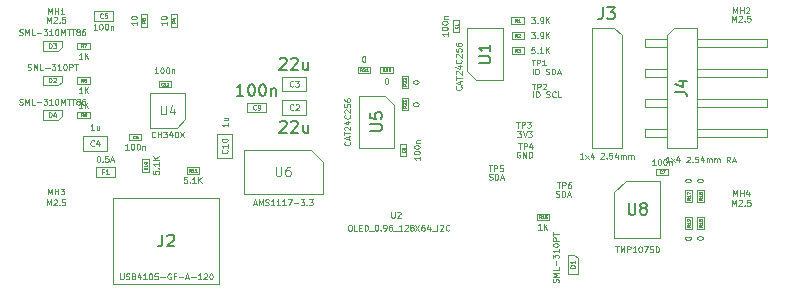
<source format=gbr>
G04 #@! TF.GenerationSoftware,KiCad,Pcbnew,9.0.6-9.0.6~ubuntu22.04.1*
G04 #@! TF.CreationDate,2025-12-28T21:54:21+02:00*
G04 #@! TF.ProjectId,rpi_i2c_board,7270695f-6932-4635-9f62-6f6172642e6b,1.0*
G04 #@! TF.SameCoordinates,PX5f5e100PY5f5e100*
G04 #@! TF.FileFunction,AssemblyDrawing,Top*
%FSLAX46Y46*%
G04 Gerber Fmt 4.6, Leading zero omitted, Abs format (unit mm)*
G04 Created by KiCad (PCBNEW 9.0.6-9.0.6~ubuntu22.04.1) date 2025-12-28 21:54:21*
%MOMM*%
%LPD*%
G01*
G04 APERTURE LIST*
%ADD10C,0.100000*%
%ADD11C,0.040000*%
%ADD12C,0.150000*%
%ADD13C,0.080000*%
%ADD14C,0.060000*%
%ADD15C,0.120000*%
%ADD16C,0.110000*%
G04 APERTURE END LIST*
D10*
X12849909Y22256763D02*
X12849909Y21971049D01*
X12849909Y22113906D02*
X12349909Y22113906D01*
X12349909Y22113906D02*
X12421338Y22066287D01*
X12421338Y22066287D02*
X12468957Y22018668D01*
X12468957Y22018668D02*
X12492766Y21971049D01*
X12349909Y22566286D02*
X12349909Y22613905D01*
X12349909Y22613905D02*
X12373719Y22661524D01*
X12373719Y22661524D02*
X12397528Y22685334D01*
X12397528Y22685334D02*
X12445147Y22709143D01*
X12445147Y22709143D02*
X12540385Y22732953D01*
X12540385Y22732953D02*
X12659433Y22732953D01*
X12659433Y22732953D02*
X12754671Y22709143D01*
X12754671Y22709143D02*
X12802290Y22685334D01*
X12802290Y22685334D02*
X12826100Y22661524D01*
X12826100Y22661524D02*
X12849909Y22613905D01*
X12849909Y22613905D02*
X12849909Y22566286D01*
X12849909Y22566286D02*
X12826100Y22518667D01*
X12826100Y22518667D02*
X12802290Y22494858D01*
X12802290Y22494858D02*
X12754671Y22471048D01*
X12754671Y22471048D02*
X12659433Y22447239D01*
X12659433Y22447239D02*
X12540385Y22447239D01*
X12540385Y22447239D02*
X12445147Y22471048D01*
X12445147Y22471048D02*
X12397528Y22494858D01*
X12397528Y22494858D02*
X12373719Y22518667D01*
X12373719Y22518667D02*
X12349909Y22566286D01*
D11*
X13568200Y22306668D02*
X13444391Y22220001D01*
X13568200Y22158096D02*
X13308200Y22158096D01*
X13308200Y22158096D02*
X13308200Y22257144D01*
X13308200Y22257144D02*
X13320581Y22281906D01*
X13320581Y22281906D02*
X13332962Y22294287D01*
X13332962Y22294287D02*
X13357724Y22306668D01*
X13357724Y22306668D02*
X13394867Y22306668D01*
X13394867Y22306668D02*
X13419629Y22294287D01*
X13419629Y22294287D02*
X13432010Y22281906D01*
X13432010Y22281906D02*
X13444391Y22257144D01*
X13444391Y22257144D02*
X13444391Y22158096D01*
X13394867Y22529525D02*
X13568200Y22529525D01*
X13295820Y22467620D02*
X13481534Y22405715D01*
X13481534Y22405715D02*
X13481534Y22566668D01*
D10*
X5711357Y14937691D02*
X5425643Y14937691D01*
X5568500Y14937691D02*
X5568500Y15437691D01*
X5568500Y15437691D02*
X5520881Y15366262D01*
X5520881Y15366262D02*
X5473262Y15318643D01*
X5473262Y15318643D02*
X5425643Y15294834D01*
X5925642Y14937691D02*
X5925642Y15437691D01*
X6211356Y14937691D02*
X5997071Y15223405D01*
X6211356Y15437691D02*
X5925642Y15151977D01*
D11*
X5775167Y14232800D02*
X5688500Y14356609D01*
X5626595Y14232800D02*
X5626595Y14492800D01*
X5626595Y14492800D02*
X5725643Y14492800D01*
X5725643Y14492800D02*
X5750405Y14480419D01*
X5750405Y14480419D02*
X5762786Y14468038D01*
X5762786Y14468038D02*
X5775167Y14443276D01*
X5775167Y14443276D02*
X5775167Y14406133D01*
X5775167Y14406133D02*
X5762786Y14381371D01*
X5762786Y14381371D02*
X5750405Y14368990D01*
X5750405Y14368990D02*
X5725643Y14356609D01*
X5725643Y14356609D02*
X5626595Y14356609D01*
X5923738Y14381371D02*
X5898976Y14393752D01*
X5898976Y14393752D02*
X5886595Y14406133D01*
X5886595Y14406133D02*
X5874214Y14430895D01*
X5874214Y14430895D02*
X5874214Y14443276D01*
X5874214Y14443276D02*
X5886595Y14468038D01*
X5886595Y14468038D02*
X5898976Y14480419D01*
X5898976Y14480419D02*
X5923738Y14492800D01*
X5923738Y14492800D02*
X5973262Y14492800D01*
X5973262Y14492800D02*
X5998024Y14480419D01*
X5998024Y14480419D02*
X6010405Y14468038D01*
X6010405Y14468038D02*
X6022786Y14443276D01*
X6022786Y14443276D02*
X6022786Y14430895D01*
X6022786Y14430895D02*
X6010405Y14406133D01*
X6010405Y14406133D02*
X5998024Y14393752D01*
X5998024Y14393752D02*
X5973262Y14381371D01*
X5973262Y14381371D02*
X5923738Y14381371D01*
X5923738Y14381371D02*
X5898976Y14368990D01*
X5898976Y14368990D02*
X5886595Y14356609D01*
X5886595Y14356609D02*
X5874214Y14331847D01*
X5874214Y14331847D02*
X5874214Y14282323D01*
X5874214Y14282323D02*
X5886595Y14257561D01*
X5886595Y14257561D02*
X5898976Y14245180D01*
X5898976Y14245180D02*
X5923738Y14232800D01*
X5923738Y14232800D02*
X5973262Y14232800D01*
X5973262Y14232800D02*
X5998024Y14245180D01*
X5998024Y14245180D02*
X6010405Y14257561D01*
X6010405Y14257561D02*
X6022786Y14282323D01*
X6022786Y14282323D02*
X6022786Y14331847D01*
X6022786Y14331847D02*
X6010405Y14356609D01*
X6010405Y14356609D02*
X5998024Y14368990D01*
X5998024Y14368990D02*
X5973262Y14381371D01*
D12*
X22433114Y19097143D02*
X22480733Y19144762D01*
X22480733Y19144762D02*
X22575971Y19192381D01*
X22575971Y19192381D02*
X22814066Y19192381D01*
X22814066Y19192381D02*
X22909304Y19144762D01*
X22909304Y19144762D02*
X22956923Y19097143D01*
X22956923Y19097143D02*
X23004542Y19001905D01*
X23004542Y19001905D02*
X23004542Y18906667D01*
X23004542Y18906667D02*
X22956923Y18763810D01*
X22956923Y18763810D02*
X22385495Y18192381D01*
X22385495Y18192381D02*
X23004542Y18192381D01*
X23385495Y19097143D02*
X23433114Y19144762D01*
X23433114Y19144762D02*
X23528352Y19192381D01*
X23528352Y19192381D02*
X23766447Y19192381D01*
X23766447Y19192381D02*
X23861685Y19144762D01*
X23861685Y19144762D02*
X23909304Y19097143D01*
X23909304Y19097143D02*
X23956923Y19001905D01*
X23956923Y19001905D02*
X23956923Y18906667D01*
X23956923Y18906667D02*
X23909304Y18763810D01*
X23909304Y18763810D02*
X23337876Y18192381D01*
X23337876Y18192381D02*
X23956923Y18192381D01*
X24814066Y18859048D02*
X24814066Y18192381D01*
X24385495Y18859048D02*
X24385495Y18335239D01*
X24385495Y18335239D02*
X24433114Y18240000D01*
X24433114Y18240000D02*
X24528352Y18192381D01*
X24528352Y18192381D02*
X24671209Y18192381D01*
X24671209Y18192381D02*
X24766447Y18240000D01*
X24766447Y18240000D02*
X24814066Y18287620D01*
D13*
X23564066Y16787670D02*
X23540257Y16763860D01*
X23540257Y16763860D02*
X23468828Y16740051D01*
X23468828Y16740051D02*
X23421209Y16740051D01*
X23421209Y16740051D02*
X23349781Y16763860D01*
X23349781Y16763860D02*
X23302162Y16811480D01*
X23302162Y16811480D02*
X23278352Y16859099D01*
X23278352Y16859099D02*
X23254543Y16954337D01*
X23254543Y16954337D02*
X23254543Y17025765D01*
X23254543Y17025765D02*
X23278352Y17121003D01*
X23278352Y17121003D02*
X23302162Y17168622D01*
X23302162Y17168622D02*
X23349781Y17216241D01*
X23349781Y17216241D02*
X23421209Y17240051D01*
X23421209Y17240051D02*
X23468828Y17240051D01*
X23468828Y17240051D02*
X23540257Y17216241D01*
X23540257Y17216241D02*
X23564066Y17192432D01*
X23730733Y17240051D02*
X24040257Y17240051D01*
X24040257Y17240051D02*
X23873590Y17049575D01*
X23873590Y17049575D02*
X23945019Y17049575D01*
X23945019Y17049575D02*
X23992638Y17025765D01*
X23992638Y17025765D02*
X24016447Y17001956D01*
X24016447Y17001956D02*
X24040257Y16954337D01*
X24040257Y16954337D02*
X24040257Y16835289D01*
X24040257Y16835289D02*
X24016447Y16787670D01*
X24016447Y16787670D02*
X23992638Y16763860D01*
X23992638Y16763860D02*
X23945019Y16740051D01*
X23945019Y16740051D02*
X23802162Y16740051D01*
X23802162Y16740051D02*
X23754543Y16763860D01*
X23754543Y16763860D02*
X23730733Y16787670D01*
D10*
X60738095Y22252891D02*
X60738095Y22752891D01*
X60738095Y22752891D02*
X60904762Y22395748D01*
X60904762Y22395748D02*
X61071428Y22752891D01*
X61071428Y22752891D02*
X61071428Y22252891D01*
X61285715Y22705272D02*
X61309524Y22729081D01*
X61309524Y22729081D02*
X61357143Y22752891D01*
X61357143Y22752891D02*
X61476191Y22752891D01*
X61476191Y22752891D02*
X61523810Y22729081D01*
X61523810Y22729081D02*
X61547619Y22705272D01*
X61547619Y22705272D02*
X61571429Y22657653D01*
X61571429Y22657653D02*
X61571429Y22610034D01*
X61571429Y22610034D02*
X61547619Y22538605D01*
X61547619Y22538605D02*
X61261905Y22252891D01*
X61261905Y22252891D02*
X61571429Y22252891D01*
X61785714Y22300510D02*
X61809524Y22276700D01*
X61809524Y22276700D02*
X61785714Y22252891D01*
X61785714Y22252891D02*
X61761905Y22276700D01*
X61761905Y22276700D02*
X61785714Y22300510D01*
X61785714Y22300510D02*
X61785714Y22252891D01*
X62261904Y22752891D02*
X62023809Y22752891D01*
X62023809Y22752891D02*
X62000000Y22514796D01*
X62000000Y22514796D02*
X62023809Y22538605D01*
X62023809Y22538605D02*
X62071428Y22562415D01*
X62071428Y22562415D02*
X62190476Y22562415D01*
X62190476Y22562415D02*
X62238095Y22538605D01*
X62238095Y22538605D02*
X62261904Y22514796D01*
X62261904Y22514796D02*
X62285714Y22467177D01*
X62285714Y22467177D02*
X62285714Y22348129D01*
X62285714Y22348129D02*
X62261904Y22300510D01*
X62261904Y22300510D02*
X62238095Y22276700D01*
X62238095Y22276700D02*
X62190476Y22252891D01*
X62190476Y22252891D02*
X62071428Y22252891D01*
X62071428Y22252891D02*
X62023809Y22276700D01*
X62023809Y22276700D02*
X62000000Y22300510D01*
X60833333Y22964091D02*
X60833333Y23464091D01*
X60833333Y23464091D02*
X61000000Y23106948D01*
X61000000Y23106948D02*
X61166666Y23464091D01*
X61166666Y23464091D02*
X61166666Y22964091D01*
X61404762Y22964091D02*
X61404762Y23464091D01*
X61404762Y23225996D02*
X61690476Y23225996D01*
X61690476Y22964091D02*
X61690476Y23464091D01*
X61904763Y23416472D02*
X61928572Y23440281D01*
X61928572Y23440281D02*
X61976191Y23464091D01*
X61976191Y23464091D02*
X62095239Y23464091D01*
X62095239Y23464091D02*
X62142858Y23440281D01*
X62142858Y23440281D02*
X62166667Y23416472D01*
X62166667Y23416472D02*
X62190477Y23368853D01*
X62190477Y23368853D02*
X62190477Y23321234D01*
X62190477Y23321234D02*
X62166667Y23249805D01*
X62166667Y23249805D02*
X61880953Y22964091D01*
X61880953Y22964091D02*
X62190477Y22964091D01*
X33685909Y17113191D02*
X33685909Y17160810D01*
X33685909Y17160810D02*
X33709719Y17208429D01*
X33709719Y17208429D02*
X33733528Y17232239D01*
X33733528Y17232239D02*
X33781147Y17256048D01*
X33781147Y17256048D02*
X33876385Y17279858D01*
X33876385Y17279858D02*
X33995433Y17279858D01*
X33995433Y17279858D02*
X34090671Y17256048D01*
X34090671Y17256048D02*
X34138290Y17232239D01*
X34138290Y17232239D02*
X34162100Y17208429D01*
X34162100Y17208429D02*
X34185909Y17160810D01*
X34185909Y17160810D02*
X34185909Y17113191D01*
X34185909Y17113191D02*
X34162100Y17065572D01*
X34162100Y17065572D02*
X34138290Y17041763D01*
X34138290Y17041763D02*
X34090671Y17017953D01*
X34090671Y17017953D02*
X33995433Y16994144D01*
X33995433Y16994144D02*
X33876385Y16994144D01*
X33876385Y16994144D02*
X33781147Y17017953D01*
X33781147Y17017953D02*
X33733528Y17041763D01*
X33733528Y17041763D02*
X33709719Y17065572D01*
X33709719Y17065572D02*
X33685909Y17113191D01*
D11*
X33138200Y16969858D02*
X33014391Y16883191D01*
X33138200Y16821286D02*
X32878200Y16821286D01*
X32878200Y16821286D02*
X32878200Y16920334D01*
X32878200Y16920334D02*
X32890581Y16945096D01*
X32890581Y16945096D02*
X32902962Y16957477D01*
X32902962Y16957477D02*
X32927724Y16969858D01*
X32927724Y16969858D02*
X32964867Y16969858D01*
X32964867Y16969858D02*
X32989629Y16957477D01*
X32989629Y16957477D02*
X33002010Y16945096D01*
X33002010Y16945096D02*
X33014391Y16920334D01*
X33014391Y16920334D02*
X33014391Y16821286D01*
X32902962Y17068905D02*
X32890581Y17081286D01*
X32890581Y17081286D02*
X32878200Y17106048D01*
X32878200Y17106048D02*
X32878200Y17167953D01*
X32878200Y17167953D02*
X32890581Y17192715D01*
X32890581Y17192715D02*
X32902962Y17205096D01*
X32902962Y17205096D02*
X32927724Y17217477D01*
X32927724Y17217477D02*
X32952486Y17217477D01*
X32952486Y17217477D02*
X32989629Y17205096D01*
X32989629Y17205096D02*
X33138200Y17056524D01*
X33138200Y17056524D02*
X33138200Y17217477D01*
X32902962Y17316524D02*
X32890581Y17328905D01*
X32890581Y17328905D02*
X32878200Y17353667D01*
X32878200Y17353667D02*
X32878200Y17415572D01*
X32878200Y17415572D02*
X32890581Y17440334D01*
X32890581Y17440334D02*
X32902962Y17452715D01*
X32902962Y17452715D02*
X32927724Y17465096D01*
X32927724Y17465096D02*
X32952486Y17465096D01*
X32952486Y17465096D02*
X32989629Y17452715D01*
X32989629Y17452715D02*
X33138200Y17304143D01*
X33138200Y17304143D02*
X33138200Y17465096D01*
D10*
X5711357Y19103291D02*
X5425643Y19103291D01*
X5568500Y19103291D02*
X5568500Y19603291D01*
X5568500Y19603291D02*
X5520881Y19531862D01*
X5520881Y19531862D02*
X5473262Y19484243D01*
X5473262Y19484243D02*
X5425643Y19460434D01*
X5925642Y19103291D02*
X5925642Y19603291D01*
X6211356Y19103291D02*
X5997071Y19389005D01*
X6211356Y19603291D02*
X5925642Y19317577D01*
D11*
X5775167Y20074800D02*
X5688500Y20198609D01*
X5626595Y20074800D02*
X5626595Y20334800D01*
X5626595Y20334800D02*
X5725643Y20334800D01*
X5725643Y20334800D02*
X5750405Y20322419D01*
X5750405Y20322419D02*
X5762786Y20310038D01*
X5762786Y20310038D02*
X5775167Y20285276D01*
X5775167Y20285276D02*
X5775167Y20248133D01*
X5775167Y20248133D02*
X5762786Y20223371D01*
X5762786Y20223371D02*
X5750405Y20210990D01*
X5750405Y20210990D02*
X5725643Y20198609D01*
X5725643Y20198609D02*
X5626595Y20198609D01*
X5861833Y20334800D02*
X6035167Y20334800D01*
X6035167Y20334800D02*
X5923738Y20074800D01*
D10*
X43903248Y15852091D02*
X43903248Y16352091D01*
X44141343Y15852091D02*
X44141343Y16352091D01*
X44141343Y16352091D02*
X44260391Y16352091D01*
X44260391Y16352091D02*
X44331819Y16328281D01*
X44331819Y16328281D02*
X44379438Y16280662D01*
X44379438Y16280662D02*
X44403248Y16233043D01*
X44403248Y16233043D02*
X44427057Y16137805D01*
X44427057Y16137805D02*
X44427057Y16066377D01*
X44427057Y16066377D02*
X44403248Y15971139D01*
X44403248Y15971139D02*
X44379438Y15923520D01*
X44379438Y15923520D02*
X44331819Y15875900D01*
X44331819Y15875900D02*
X44260391Y15852091D01*
X44260391Y15852091D02*
X44141343Y15852091D01*
X44998486Y15875900D02*
X45069914Y15852091D01*
X45069914Y15852091D02*
X45188962Y15852091D01*
X45188962Y15852091D02*
X45236581Y15875900D01*
X45236581Y15875900D02*
X45260390Y15899710D01*
X45260390Y15899710D02*
X45284200Y15947329D01*
X45284200Y15947329D02*
X45284200Y15994948D01*
X45284200Y15994948D02*
X45260390Y16042567D01*
X45260390Y16042567D02*
X45236581Y16066377D01*
X45236581Y16066377D02*
X45188962Y16090186D01*
X45188962Y16090186D02*
X45093724Y16113996D01*
X45093724Y16113996D02*
X45046105Y16137805D01*
X45046105Y16137805D02*
X45022295Y16161615D01*
X45022295Y16161615D02*
X44998486Y16209234D01*
X44998486Y16209234D02*
X44998486Y16256853D01*
X44998486Y16256853D02*
X45022295Y16304472D01*
X45022295Y16304472D02*
X45046105Y16328281D01*
X45046105Y16328281D02*
X45093724Y16352091D01*
X45093724Y16352091D02*
X45212771Y16352091D01*
X45212771Y16352091D02*
X45284200Y16328281D01*
X45784199Y15899710D02*
X45760390Y15875900D01*
X45760390Y15875900D02*
X45688961Y15852091D01*
X45688961Y15852091D02*
X45641342Y15852091D01*
X45641342Y15852091D02*
X45569914Y15875900D01*
X45569914Y15875900D02*
X45522295Y15923520D01*
X45522295Y15923520D02*
X45498485Y15971139D01*
X45498485Y15971139D02*
X45474676Y16066377D01*
X45474676Y16066377D02*
X45474676Y16137805D01*
X45474676Y16137805D02*
X45498485Y16233043D01*
X45498485Y16233043D02*
X45522295Y16280662D01*
X45522295Y16280662D02*
X45569914Y16328281D01*
X45569914Y16328281D02*
X45641342Y16352091D01*
X45641342Y16352091D02*
X45688961Y16352091D01*
X45688961Y16352091D02*
X45760390Y16328281D01*
X45760390Y16328281D02*
X45784199Y16304472D01*
X46236580Y15852091D02*
X45998485Y15852091D01*
X45998485Y15852091D02*
X45998485Y16352091D01*
X43793648Y17012491D02*
X44079362Y17012491D01*
X43936505Y16512491D02*
X43936505Y17012491D01*
X44246028Y16512491D02*
X44246028Y17012491D01*
X44246028Y17012491D02*
X44436504Y17012491D01*
X44436504Y17012491D02*
X44484123Y16988681D01*
X44484123Y16988681D02*
X44507933Y16964872D01*
X44507933Y16964872D02*
X44531742Y16917253D01*
X44531742Y16917253D02*
X44531742Y16845824D01*
X44531742Y16845824D02*
X44507933Y16798205D01*
X44507933Y16798205D02*
X44484123Y16774396D01*
X44484123Y16774396D02*
X44436504Y16750586D01*
X44436504Y16750586D02*
X44246028Y16750586D01*
X44722219Y16964872D02*
X44746028Y16988681D01*
X44746028Y16988681D02*
X44793647Y17012491D01*
X44793647Y17012491D02*
X44912695Y17012491D01*
X44912695Y17012491D02*
X44960314Y16988681D01*
X44960314Y16988681D02*
X44984123Y16964872D01*
X44984123Y16964872D02*
X45007933Y16917253D01*
X45007933Y16917253D02*
X45007933Y16869634D01*
X45007933Y16869634D02*
X44984123Y16798205D01*
X44984123Y16798205D02*
X44698409Y16512491D01*
X44698409Y16512491D02*
X45007933Y16512491D01*
X55422144Y10330891D02*
X55136430Y10330891D01*
X55279287Y10330891D02*
X55279287Y10830891D01*
X55279287Y10830891D02*
X55231668Y10759462D01*
X55231668Y10759462D02*
X55184049Y10711843D01*
X55184049Y10711843D02*
X55136430Y10688034D01*
X55588810Y10330891D02*
X55850715Y10664224D01*
X55588810Y10664224D02*
X55850715Y10330891D01*
X56255477Y10664224D02*
X56255477Y10330891D01*
X56136429Y10854700D02*
X56017382Y10497558D01*
X56017382Y10497558D02*
X56326905Y10497558D01*
X56874524Y10783272D02*
X56898333Y10807081D01*
X56898333Y10807081D02*
X56945952Y10830891D01*
X56945952Y10830891D02*
X57065000Y10830891D01*
X57065000Y10830891D02*
X57112619Y10807081D01*
X57112619Y10807081D02*
X57136428Y10783272D01*
X57136428Y10783272D02*
X57160238Y10735653D01*
X57160238Y10735653D02*
X57160238Y10688034D01*
X57160238Y10688034D02*
X57136428Y10616605D01*
X57136428Y10616605D02*
X56850714Y10330891D01*
X56850714Y10330891D02*
X57160238Y10330891D01*
X57374523Y10378510D02*
X57398333Y10354700D01*
X57398333Y10354700D02*
X57374523Y10330891D01*
X57374523Y10330891D02*
X57350714Y10354700D01*
X57350714Y10354700D02*
X57374523Y10378510D01*
X57374523Y10378510D02*
X57374523Y10330891D01*
X57850713Y10830891D02*
X57612618Y10830891D01*
X57612618Y10830891D02*
X57588809Y10592796D01*
X57588809Y10592796D02*
X57612618Y10616605D01*
X57612618Y10616605D02*
X57660237Y10640415D01*
X57660237Y10640415D02*
X57779285Y10640415D01*
X57779285Y10640415D02*
X57826904Y10616605D01*
X57826904Y10616605D02*
X57850713Y10592796D01*
X57850713Y10592796D02*
X57874523Y10545177D01*
X57874523Y10545177D02*
X57874523Y10426129D01*
X57874523Y10426129D02*
X57850713Y10378510D01*
X57850713Y10378510D02*
X57826904Y10354700D01*
X57826904Y10354700D02*
X57779285Y10330891D01*
X57779285Y10330891D02*
X57660237Y10330891D01*
X57660237Y10330891D02*
X57612618Y10354700D01*
X57612618Y10354700D02*
X57588809Y10378510D01*
X58303094Y10664224D02*
X58303094Y10330891D01*
X58184046Y10854700D02*
X58064999Y10497558D01*
X58064999Y10497558D02*
X58374522Y10497558D01*
X58564998Y10330891D02*
X58564998Y10664224D01*
X58564998Y10616605D02*
X58588808Y10640415D01*
X58588808Y10640415D02*
X58636427Y10664224D01*
X58636427Y10664224D02*
X58707855Y10664224D01*
X58707855Y10664224D02*
X58755474Y10640415D01*
X58755474Y10640415D02*
X58779284Y10592796D01*
X58779284Y10592796D02*
X58779284Y10330891D01*
X58779284Y10592796D02*
X58803093Y10640415D01*
X58803093Y10640415D02*
X58850712Y10664224D01*
X58850712Y10664224D02*
X58922141Y10664224D01*
X58922141Y10664224D02*
X58969760Y10640415D01*
X58969760Y10640415D02*
X58993570Y10592796D01*
X58993570Y10592796D02*
X58993570Y10330891D01*
X59231665Y10330891D02*
X59231665Y10664224D01*
X59231665Y10616605D02*
X59255475Y10640415D01*
X59255475Y10640415D02*
X59303094Y10664224D01*
X59303094Y10664224D02*
X59374522Y10664224D01*
X59374522Y10664224D02*
X59422141Y10640415D01*
X59422141Y10640415D02*
X59445951Y10592796D01*
X59445951Y10592796D02*
X59445951Y10330891D01*
X59445951Y10592796D02*
X59469760Y10640415D01*
X59469760Y10640415D02*
X59517379Y10664224D01*
X59517379Y10664224D02*
X59588808Y10664224D01*
X59588808Y10664224D02*
X59636427Y10640415D01*
X59636427Y10640415D02*
X59660237Y10592796D01*
X59660237Y10592796D02*
X59660237Y10330891D01*
X60564998Y10330891D02*
X60398332Y10568986D01*
X60279284Y10330891D02*
X60279284Y10830891D01*
X60279284Y10830891D02*
X60469760Y10830891D01*
X60469760Y10830891D02*
X60517379Y10807081D01*
X60517379Y10807081D02*
X60541189Y10783272D01*
X60541189Y10783272D02*
X60564998Y10735653D01*
X60564998Y10735653D02*
X60564998Y10664224D01*
X60564998Y10664224D02*
X60541189Y10616605D01*
X60541189Y10616605D02*
X60517379Y10592796D01*
X60517379Y10592796D02*
X60469760Y10568986D01*
X60469760Y10568986D02*
X60279284Y10568986D01*
X60755475Y10473748D02*
X60993570Y10473748D01*
X60707856Y10330891D02*
X60874522Y10830891D01*
X60874522Y10830891D02*
X61041189Y10330891D01*
D12*
X55904819Y16303667D02*
X56619104Y16303667D01*
X56619104Y16303667D02*
X56761961Y16256048D01*
X56761961Y16256048D02*
X56857200Y16160810D01*
X56857200Y16160810D02*
X56904819Y16017953D01*
X56904819Y16017953D02*
X56904819Y15922715D01*
X56238152Y17208429D02*
X56904819Y17208429D01*
X55857200Y16970334D02*
X56571485Y16732239D01*
X56571485Y16732239D02*
X56571485Y17351286D01*
D10*
X12129877Y17877891D02*
X11844163Y17877891D01*
X11987020Y17877891D02*
X11987020Y18377891D01*
X11987020Y18377891D02*
X11939401Y18306462D01*
X11939401Y18306462D02*
X11891782Y18258843D01*
X11891782Y18258843D02*
X11844163Y18235034D01*
X12439400Y18377891D02*
X12487019Y18377891D01*
X12487019Y18377891D02*
X12534638Y18354081D01*
X12534638Y18354081D02*
X12558448Y18330272D01*
X12558448Y18330272D02*
X12582257Y18282653D01*
X12582257Y18282653D02*
X12606067Y18187415D01*
X12606067Y18187415D02*
X12606067Y18068367D01*
X12606067Y18068367D02*
X12582257Y17973129D01*
X12582257Y17973129D02*
X12558448Y17925510D01*
X12558448Y17925510D02*
X12534638Y17901700D01*
X12534638Y17901700D02*
X12487019Y17877891D01*
X12487019Y17877891D02*
X12439400Y17877891D01*
X12439400Y17877891D02*
X12391781Y17901700D01*
X12391781Y17901700D02*
X12367972Y17925510D01*
X12367972Y17925510D02*
X12344162Y17973129D01*
X12344162Y17973129D02*
X12320353Y18068367D01*
X12320353Y18068367D02*
X12320353Y18187415D01*
X12320353Y18187415D02*
X12344162Y18282653D01*
X12344162Y18282653D02*
X12367972Y18330272D01*
X12367972Y18330272D02*
X12391781Y18354081D01*
X12391781Y18354081D02*
X12439400Y18377891D01*
X12915590Y18377891D02*
X12963209Y18377891D01*
X12963209Y18377891D02*
X13010828Y18354081D01*
X13010828Y18354081D02*
X13034638Y18330272D01*
X13034638Y18330272D02*
X13058447Y18282653D01*
X13058447Y18282653D02*
X13082257Y18187415D01*
X13082257Y18187415D02*
X13082257Y18068367D01*
X13082257Y18068367D02*
X13058447Y17973129D01*
X13058447Y17973129D02*
X13034638Y17925510D01*
X13034638Y17925510D02*
X13010828Y17901700D01*
X13010828Y17901700D02*
X12963209Y17877891D01*
X12963209Y17877891D02*
X12915590Y17877891D01*
X12915590Y17877891D02*
X12867971Y17901700D01*
X12867971Y17901700D02*
X12844162Y17925510D01*
X12844162Y17925510D02*
X12820352Y17973129D01*
X12820352Y17973129D02*
X12796543Y18068367D01*
X12796543Y18068367D02*
X12796543Y18187415D01*
X12796543Y18187415D02*
X12820352Y18282653D01*
X12820352Y18282653D02*
X12844162Y18330272D01*
X12844162Y18330272D02*
X12867971Y18354081D01*
X12867971Y18354081D02*
X12915590Y18377891D01*
X13296542Y18211224D02*
X13296542Y17877891D01*
X13296542Y18163605D02*
X13320352Y18187415D01*
X13320352Y18187415D02*
X13367971Y18211224D01*
X13367971Y18211224D02*
X13439399Y18211224D01*
X13439399Y18211224D02*
X13487018Y18187415D01*
X13487018Y18187415D02*
X13510828Y18139796D01*
X13510828Y18139796D02*
X13510828Y17877891D01*
D11*
X12528685Y16854235D02*
X12516781Y16842330D01*
X12516781Y16842330D02*
X12481066Y16830426D01*
X12481066Y16830426D02*
X12457257Y16830426D01*
X12457257Y16830426D02*
X12421543Y16842330D01*
X12421543Y16842330D02*
X12397733Y16866140D01*
X12397733Y16866140D02*
X12385828Y16889950D01*
X12385828Y16889950D02*
X12373924Y16937569D01*
X12373924Y16937569D02*
X12373924Y16973283D01*
X12373924Y16973283D02*
X12385828Y17020902D01*
X12385828Y17020902D02*
X12397733Y17044711D01*
X12397733Y17044711D02*
X12421543Y17068521D01*
X12421543Y17068521D02*
X12457257Y17080426D01*
X12457257Y17080426D02*
X12481066Y17080426D01*
X12481066Y17080426D02*
X12516781Y17068521D01*
X12516781Y17068521D02*
X12528685Y17056616D01*
X12766781Y16830426D02*
X12623924Y16830426D01*
X12695352Y16830426D02*
X12695352Y17080426D01*
X12695352Y17080426D02*
X12671543Y17044711D01*
X12671543Y17044711D02*
X12647733Y17020902D01*
X12647733Y17020902D02*
X12623924Y17008997D01*
X12862019Y17056616D02*
X12873923Y17068521D01*
X12873923Y17068521D02*
X12897733Y17080426D01*
X12897733Y17080426D02*
X12957257Y17080426D01*
X12957257Y17080426D02*
X12981066Y17068521D01*
X12981066Y17068521D02*
X12992971Y17056616D01*
X12992971Y17056616D02*
X13004876Y17032807D01*
X13004876Y17032807D02*
X13004876Y17008997D01*
X13004876Y17008997D02*
X12992971Y16973283D01*
X12992971Y16973283D02*
X12850114Y16830426D01*
X12850114Y16830426D02*
X13004876Y16830426D01*
D10*
X44594857Y4650691D02*
X44309143Y4650691D01*
X44452000Y4650691D02*
X44452000Y5150691D01*
X44452000Y5150691D02*
X44404381Y5079262D01*
X44404381Y5079262D02*
X44356762Y5031643D01*
X44356762Y5031643D02*
X44309143Y5007834D01*
X44809142Y4650691D02*
X44809142Y5150691D01*
X45094856Y4650691D02*
X44880571Y4936405D01*
X45094856Y5150691D02*
X44809142Y4864977D01*
D11*
X44534857Y5596800D02*
X44448190Y5720609D01*
X44386285Y5596800D02*
X44386285Y5856800D01*
X44386285Y5856800D02*
X44485333Y5856800D01*
X44485333Y5856800D02*
X44510095Y5844419D01*
X44510095Y5844419D02*
X44522476Y5832038D01*
X44522476Y5832038D02*
X44534857Y5807276D01*
X44534857Y5807276D02*
X44534857Y5770133D01*
X44534857Y5770133D02*
X44522476Y5745371D01*
X44522476Y5745371D02*
X44510095Y5732990D01*
X44510095Y5732990D02*
X44485333Y5720609D01*
X44485333Y5720609D02*
X44386285Y5720609D01*
X44782476Y5596800D02*
X44633904Y5596800D01*
X44708190Y5596800D02*
X44708190Y5856800D01*
X44708190Y5856800D02*
X44683428Y5819657D01*
X44683428Y5819657D02*
X44658666Y5794895D01*
X44658666Y5794895D02*
X44633904Y5782514D01*
X45017714Y5856800D02*
X44893904Y5856800D01*
X44893904Y5856800D02*
X44881523Y5732990D01*
X44881523Y5732990D02*
X44893904Y5745371D01*
X44893904Y5745371D02*
X44918666Y5757752D01*
X44918666Y5757752D02*
X44980571Y5757752D01*
X44980571Y5757752D02*
X45005333Y5745371D01*
X45005333Y5745371D02*
X45017714Y5732990D01*
X45017714Y5732990D02*
X45030095Y5708228D01*
X45030095Y5708228D02*
X45030095Y5646323D01*
X45030095Y5646323D02*
X45017714Y5621561D01*
X45017714Y5621561D02*
X45005333Y5609180D01*
X45005333Y5609180D02*
X44980571Y5596800D01*
X44980571Y5596800D02*
X44918666Y5596800D01*
X44918666Y5596800D02*
X44893904Y5609180D01*
X44893904Y5609180D02*
X44881523Y5621561D01*
D10*
X46016300Y165364D02*
X46040109Y236792D01*
X46040109Y236792D02*
X46040109Y355840D01*
X46040109Y355840D02*
X46016300Y403459D01*
X46016300Y403459D02*
X45992490Y427268D01*
X45992490Y427268D02*
X45944871Y451078D01*
X45944871Y451078D02*
X45897252Y451078D01*
X45897252Y451078D02*
X45849633Y427268D01*
X45849633Y427268D02*
X45825823Y403459D01*
X45825823Y403459D02*
X45802014Y355840D01*
X45802014Y355840D02*
X45778204Y260602D01*
X45778204Y260602D02*
X45754395Y212983D01*
X45754395Y212983D02*
X45730585Y189173D01*
X45730585Y189173D02*
X45682966Y165364D01*
X45682966Y165364D02*
X45635347Y165364D01*
X45635347Y165364D02*
X45587728Y189173D01*
X45587728Y189173D02*
X45563919Y212983D01*
X45563919Y212983D02*
X45540109Y260602D01*
X45540109Y260602D02*
X45540109Y379649D01*
X45540109Y379649D02*
X45563919Y451078D01*
X46040109Y665363D02*
X45540109Y665363D01*
X45540109Y665363D02*
X45897252Y832030D01*
X45897252Y832030D02*
X45540109Y998696D01*
X45540109Y998696D02*
X46040109Y998696D01*
X46040109Y1474887D02*
X46040109Y1236792D01*
X46040109Y1236792D02*
X45540109Y1236792D01*
X45849633Y1641554D02*
X45849633Y2022506D01*
X45540109Y2212983D02*
X45540109Y2522507D01*
X45540109Y2522507D02*
X45730585Y2355840D01*
X45730585Y2355840D02*
X45730585Y2427269D01*
X45730585Y2427269D02*
X45754395Y2474888D01*
X45754395Y2474888D02*
X45778204Y2498697D01*
X45778204Y2498697D02*
X45825823Y2522507D01*
X45825823Y2522507D02*
X45944871Y2522507D01*
X45944871Y2522507D02*
X45992490Y2498697D01*
X45992490Y2498697D02*
X46016300Y2474888D01*
X46016300Y2474888D02*
X46040109Y2427269D01*
X46040109Y2427269D02*
X46040109Y2284412D01*
X46040109Y2284412D02*
X46016300Y2236793D01*
X46016300Y2236793D02*
X45992490Y2212983D01*
X46040109Y2998697D02*
X46040109Y2712983D01*
X46040109Y2855840D02*
X45540109Y2855840D01*
X45540109Y2855840D02*
X45611538Y2808221D01*
X45611538Y2808221D02*
X45659157Y2760602D01*
X45659157Y2760602D02*
X45682966Y2712983D01*
X45540109Y3308220D02*
X45540109Y3355839D01*
X45540109Y3355839D02*
X45563919Y3403458D01*
X45563919Y3403458D02*
X45587728Y3427268D01*
X45587728Y3427268D02*
X45635347Y3451077D01*
X45635347Y3451077D02*
X45730585Y3474887D01*
X45730585Y3474887D02*
X45849633Y3474887D01*
X45849633Y3474887D02*
X45944871Y3451077D01*
X45944871Y3451077D02*
X45992490Y3427268D01*
X45992490Y3427268D02*
X46016300Y3403458D01*
X46016300Y3403458D02*
X46040109Y3355839D01*
X46040109Y3355839D02*
X46040109Y3308220D01*
X46040109Y3308220D02*
X46016300Y3260601D01*
X46016300Y3260601D02*
X45992490Y3236792D01*
X45992490Y3236792D02*
X45944871Y3212982D01*
X45944871Y3212982D02*
X45849633Y3189173D01*
X45849633Y3189173D02*
X45730585Y3189173D01*
X45730585Y3189173D02*
X45635347Y3212982D01*
X45635347Y3212982D02*
X45587728Y3236792D01*
X45587728Y3236792D02*
X45563919Y3260601D01*
X45563919Y3260601D02*
X45540109Y3308220D01*
X46040109Y3689172D02*
X45540109Y3689172D01*
X45540109Y3689172D02*
X45540109Y3879648D01*
X45540109Y3879648D02*
X45563919Y3927267D01*
X45563919Y3927267D02*
X45587728Y3951077D01*
X45587728Y3951077D02*
X45635347Y3974886D01*
X45635347Y3974886D02*
X45706776Y3974886D01*
X45706776Y3974886D02*
X45754395Y3951077D01*
X45754395Y3951077D02*
X45778204Y3927267D01*
X45778204Y3927267D02*
X45802014Y3879648D01*
X45802014Y3879648D02*
X45802014Y3689172D01*
X45540109Y4117744D02*
X45540109Y4403458D01*
X46040109Y4260601D02*
X45540109Y4260601D01*
D14*
X47425927Y1406563D02*
X47025927Y1406563D01*
X47025927Y1406563D02*
X47025927Y1501801D01*
X47025927Y1501801D02*
X47044975Y1558944D01*
X47044975Y1558944D02*
X47083070Y1597039D01*
X47083070Y1597039D02*
X47121165Y1616086D01*
X47121165Y1616086D02*
X47197356Y1635134D01*
X47197356Y1635134D02*
X47254499Y1635134D01*
X47254499Y1635134D02*
X47330689Y1616086D01*
X47330689Y1616086D02*
X47368784Y1597039D01*
X47368784Y1597039D02*
X47406880Y1558944D01*
X47406880Y1558944D02*
X47425927Y1501801D01*
X47425927Y1501801D02*
X47425927Y1406563D01*
X47425927Y2016086D02*
X47425927Y1787515D01*
X47425927Y1901801D02*
X47025927Y1901801D01*
X47025927Y1901801D02*
X47083070Y1863705D01*
X47083070Y1863705D02*
X47121165Y1825610D01*
X47121165Y1825610D02*
X47140213Y1787515D01*
D10*
X29514390Y19329691D02*
X29562009Y19329691D01*
X29562009Y19329691D02*
X29609628Y19305881D01*
X29609628Y19305881D02*
X29633438Y19282072D01*
X29633438Y19282072D02*
X29657247Y19234453D01*
X29657247Y19234453D02*
X29681057Y19139215D01*
X29681057Y19139215D02*
X29681057Y19020167D01*
X29681057Y19020167D02*
X29657247Y18924929D01*
X29657247Y18924929D02*
X29633438Y18877310D01*
X29633438Y18877310D02*
X29609628Y18853500D01*
X29609628Y18853500D02*
X29562009Y18829691D01*
X29562009Y18829691D02*
X29514390Y18829691D01*
X29514390Y18829691D02*
X29466771Y18853500D01*
X29466771Y18853500D02*
X29442962Y18877310D01*
X29442962Y18877310D02*
X29419152Y18924929D01*
X29419152Y18924929D02*
X29395343Y19020167D01*
X29395343Y19020167D02*
X29395343Y19139215D01*
X29395343Y19139215D02*
X29419152Y19234453D01*
X29419152Y19234453D02*
X29442962Y19282072D01*
X29442962Y19282072D02*
X29466771Y19305881D01*
X29466771Y19305881D02*
X29514390Y19329691D01*
D11*
X29371057Y18042800D02*
X29284390Y18166609D01*
X29222485Y18042800D02*
X29222485Y18302800D01*
X29222485Y18302800D02*
X29321533Y18302800D01*
X29321533Y18302800D02*
X29346295Y18290419D01*
X29346295Y18290419D02*
X29358676Y18278038D01*
X29358676Y18278038D02*
X29371057Y18253276D01*
X29371057Y18253276D02*
X29371057Y18216133D01*
X29371057Y18216133D02*
X29358676Y18191371D01*
X29358676Y18191371D02*
X29346295Y18178990D01*
X29346295Y18178990D02*
X29321533Y18166609D01*
X29321533Y18166609D02*
X29222485Y18166609D01*
X29470104Y18278038D02*
X29482485Y18290419D01*
X29482485Y18290419D02*
X29507247Y18302800D01*
X29507247Y18302800D02*
X29569152Y18302800D01*
X29569152Y18302800D02*
X29593914Y18290419D01*
X29593914Y18290419D02*
X29606295Y18278038D01*
X29606295Y18278038D02*
X29618676Y18253276D01*
X29618676Y18253276D02*
X29618676Y18228514D01*
X29618676Y18228514D02*
X29606295Y18191371D01*
X29606295Y18191371D02*
X29457723Y18042800D01*
X29457723Y18042800D02*
X29618676Y18042800D01*
X29866295Y18042800D02*
X29717723Y18042800D01*
X29792009Y18042800D02*
X29792009Y18302800D01*
X29792009Y18302800D02*
X29767247Y18265657D01*
X29767247Y18265657D02*
X29742485Y18240895D01*
X29742485Y18240895D02*
X29717723Y18228514D01*
D10*
X377382Y21133700D02*
X448810Y21109891D01*
X448810Y21109891D02*
X567858Y21109891D01*
X567858Y21109891D02*
X615477Y21133700D01*
X615477Y21133700D02*
X639286Y21157510D01*
X639286Y21157510D02*
X663096Y21205129D01*
X663096Y21205129D02*
X663096Y21252748D01*
X663096Y21252748D02*
X639286Y21300367D01*
X639286Y21300367D02*
X615477Y21324177D01*
X615477Y21324177D02*
X567858Y21347986D01*
X567858Y21347986D02*
X472620Y21371796D01*
X472620Y21371796D02*
X425001Y21395605D01*
X425001Y21395605D02*
X401191Y21419415D01*
X401191Y21419415D02*
X377382Y21467034D01*
X377382Y21467034D02*
X377382Y21514653D01*
X377382Y21514653D02*
X401191Y21562272D01*
X401191Y21562272D02*
X425001Y21586081D01*
X425001Y21586081D02*
X472620Y21609891D01*
X472620Y21609891D02*
X591667Y21609891D01*
X591667Y21609891D02*
X663096Y21586081D01*
X877381Y21109891D02*
X877381Y21609891D01*
X877381Y21609891D02*
X1044048Y21252748D01*
X1044048Y21252748D02*
X1210714Y21609891D01*
X1210714Y21609891D02*
X1210714Y21109891D01*
X1686905Y21109891D02*
X1448810Y21109891D01*
X1448810Y21109891D02*
X1448810Y21609891D01*
X1853572Y21300367D02*
X2234525Y21300367D01*
X2425001Y21609891D02*
X2734525Y21609891D01*
X2734525Y21609891D02*
X2567858Y21419415D01*
X2567858Y21419415D02*
X2639287Y21419415D01*
X2639287Y21419415D02*
X2686906Y21395605D01*
X2686906Y21395605D02*
X2710715Y21371796D01*
X2710715Y21371796D02*
X2734525Y21324177D01*
X2734525Y21324177D02*
X2734525Y21205129D01*
X2734525Y21205129D02*
X2710715Y21157510D01*
X2710715Y21157510D02*
X2686906Y21133700D01*
X2686906Y21133700D02*
X2639287Y21109891D01*
X2639287Y21109891D02*
X2496430Y21109891D01*
X2496430Y21109891D02*
X2448811Y21133700D01*
X2448811Y21133700D02*
X2425001Y21157510D01*
X3210715Y21109891D02*
X2925001Y21109891D01*
X3067858Y21109891D02*
X3067858Y21609891D01*
X3067858Y21609891D02*
X3020239Y21538462D01*
X3020239Y21538462D02*
X2972620Y21490843D01*
X2972620Y21490843D02*
X2925001Y21467034D01*
X3520238Y21609891D02*
X3567857Y21609891D01*
X3567857Y21609891D02*
X3615476Y21586081D01*
X3615476Y21586081D02*
X3639286Y21562272D01*
X3639286Y21562272D02*
X3663095Y21514653D01*
X3663095Y21514653D02*
X3686905Y21419415D01*
X3686905Y21419415D02*
X3686905Y21300367D01*
X3686905Y21300367D02*
X3663095Y21205129D01*
X3663095Y21205129D02*
X3639286Y21157510D01*
X3639286Y21157510D02*
X3615476Y21133700D01*
X3615476Y21133700D02*
X3567857Y21109891D01*
X3567857Y21109891D02*
X3520238Y21109891D01*
X3520238Y21109891D02*
X3472619Y21133700D01*
X3472619Y21133700D02*
X3448810Y21157510D01*
X3448810Y21157510D02*
X3425000Y21205129D01*
X3425000Y21205129D02*
X3401191Y21300367D01*
X3401191Y21300367D02*
X3401191Y21419415D01*
X3401191Y21419415D02*
X3425000Y21514653D01*
X3425000Y21514653D02*
X3448810Y21562272D01*
X3448810Y21562272D02*
X3472619Y21586081D01*
X3472619Y21586081D02*
X3520238Y21609891D01*
X3901190Y21109891D02*
X3901190Y21609891D01*
X3901190Y21609891D02*
X4067857Y21252748D01*
X4067857Y21252748D02*
X4234523Y21609891D01*
X4234523Y21609891D02*
X4234523Y21109891D01*
X4401191Y21609891D02*
X4686905Y21609891D01*
X4544048Y21109891D02*
X4544048Y21609891D01*
X4782143Y21609891D02*
X5067857Y21609891D01*
X4925000Y21109891D02*
X4925000Y21609891D01*
X5305952Y21395605D02*
X5258333Y21419415D01*
X5258333Y21419415D02*
X5234523Y21443224D01*
X5234523Y21443224D02*
X5210714Y21490843D01*
X5210714Y21490843D02*
X5210714Y21514653D01*
X5210714Y21514653D02*
X5234523Y21562272D01*
X5234523Y21562272D02*
X5258333Y21586081D01*
X5258333Y21586081D02*
X5305952Y21609891D01*
X5305952Y21609891D02*
X5401190Y21609891D01*
X5401190Y21609891D02*
X5448809Y21586081D01*
X5448809Y21586081D02*
X5472618Y21562272D01*
X5472618Y21562272D02*
X5496428Y21514653D01*
X5496428Y21514653D02*
X5496428Y21490843D01*
X5496428Y21490843D02*
X5472618Y21443224D01*
X5472618Y21443224D02*
X5448809Y21419415D01*
X5448809Y21419415D02*
X5401190Y21395605D01*
X5401190Y21395605D02*
X5305952Y21395605D01*
X5305952Y21395605D02*
X5258333Y21371796D01*
X5258333Y21371796D02*
X5234523Y21347986D01*
X5234523Y21347986D02*
X5210714Y21300367D01*
X5210714Y21300367D02*
X5210714Y21205129D01*
X5210714Y21205129D02*
X5234523Y21157510D01*
X5234523Y21157510D02*
X5258333Y21133700D01*
X5258333Y21133700D02*
X5305952Y21109891D01*
X5305952Y21109891D02*
X5401190Y21109891D01*
X5401190Y21109891D02*
X5448809Y21133700D01*
X5448809Y21133700D02*
X5472618Y21157510D01*
X5472618Y21157510D02*
X5496428Y21205129D01*
X5496428Y21205129D02*
X5496428Y21300367D01*
X5496428Y21300367D02*
X5472618Y21347986D01*
X5472618Y21347986D02*
X5448809Y21371796D01*
X5448809Y21371796D02*
X5401190Y21395605D01*
X5924999Y21609891D02*
X5829761Y21609891D01*
X5829761Y21609891D02*
X5782142Y21586081D01*
X5782142Y21586081D02*
X5758332Y21562272D01*
X5758332Y21562272D02*
X5710713Y21490843D01*
X5710713Y21490843D02*
X5686904Y21395605D01*
X5686904Y21395605D02*
X5686904Y21205129D01*
X5686904Y21205129D02*
X5710713Y21157510D01*
X5710713Y21157510D02*
X5734523Y21133700D01*
X5734523Y21133700D02*
X5782142Y21109891D01*
X5782142Y21109891D02*
X5877380Y21109891D01*
X5877380Y21109891D02*
X5924999Y21133700D01*
X5924999Y21133700D02*
X5948808Y21157510D01*
X5948808Y21157510D02*
X5972618Y21205129D01*
X5972618Y21205129D02*
X5972618Y21324177D01*
X5972618Y21324177D02*
X5948808Y21371796D01*
X5948808Y21371796D02*
X5924999Y21395605D01*
X5924999Y21395605D02*
X5877380Y21419415D01*
X5877380Y21419415D02*
X5782142Y21419415D01*
X5782142Y21419415D02*
X5734523Y21395605D01*
X5734523Y21395605D02*
X5710713Y21371796D01*
X5710713Y21371796D02*
X5686904Y21324177D01*
D14*
X2879762Y20011073D02*
X2879762Y20411073D01*
X2879762Y20411073D02*
X2975000Y20411073D01*
X2975000Y20411073D02*
X3032143Y20392025D01*
X3032143Y20392025D02*
X3070238Y20353930D01*
X3070238Y20353930D02*
X3089285Y20315835D01*
X3089285Y20315835D02*
X3108333Y20239644D01*
X3108333Y20239644D02*
X3108333Y20182501D01*
X3108333Y20182501D02*
X3089285Y20106311D01*
X3089285Y20106311D02*
X3070238Y20068216D01*
X3070238Y20068216D02*
X3032143Y20030120D01*
X3032143Y20030120D02*
X2975000Y20011073D01*
X2975000Y20011073D02*
X2879762Y20011073D01*
X3241666Y20411073D02*
X3489285Y20411073D01*
X3489285Y20411073D02*
X3355952Y20258692D01*
X3355952Y20258692D02*
X3413095Y20258692D01*
X3413095Y20258692D02*
X3451190Y20239644D01*
X3451190Y20239644D02*
X3470238Y20220597D01*
X3470238Y20220597D02*
X3489285Y20182501D01*
X3489285Y20182501D02*
X3489285Y20087263D01*
X3489285Y20087263D02*
X3470238Y20049168D01*
X3470238Y20049168D02*
X3451190Y20030120D01*
X3451190Y20030120D02*
X3413095Y20011073D01*
X3413095Y20011073D02*
X3298809Y20011073D01*
X3298809Y20011073D02*
X3260714Y20030120D01*
X3260714Y20030120D02*
X3241666Y20049168D01*
D10*
X1079763Y18187300D02*
X1151191Y18163491D01*
X1151191Y18163491D02*
X1270239Y18163491D01*
X1270239Y18163491D02*
X1317858Y18187300D01*
X1317858Y18187300D02*
X1341667Y18211110D01*
X1341667Y18211110D02*
X1365477Y18258729D01*
X1365477Y18258729D02*
X1365477Y18306348D01*
X1365477Y18306348D02*
X1341667Y18353967D01*
X1341667Y18353967D02*
X1317858Y18377777D01*
X1317858Y18377777D02*
X1270239Y18401586D01*
X1270239Y18401586D02*
X1175001Y18425396D01*
X1175001Y18425396D02*
X1127382Y18449205D01*
X1127382Y18449205D02*
X1103572Y18473015D01*
X1103572Y18473015D02*
X1079763Y18520634D01*
X1079763Y18520634D02*
X1079763Y18568253D01*
X1079763Y18568253D02*
X1103572Y18615872D01*
X1103572Y18615872D02*
X1127382Y18639681D01*
X1127382Y18639681D02*
X1175001Y18663491D01*
X1175001Y18663491D02*
X1294048Y18663491D01*
X1294048Y18663491D02*
X1365477Y18639681D01*
X1579762Y18163491D02*
X1579762Y18663491D01*
X1579762Y18663491D02*
X1746429Y18306348D01*
X1746429Y18306348D02*
X1913095Y18663491D01*
X1913095Y18663491D02*
X1913095Y18163491D01*
X2389286Y18163491D02*
X2151191Y18163491D01*
X2151191Y18163491D02*
X2151191Y18663491D01*
X2555953Y18353967D02*
X2936906Y18353967D01*
X3127382Y18663491D02*
X3436906Y18663491D01*
X3436906Y18663491D02*
X3270239Y18473015D01*
X3270239Y18473015D02*
X3341668Y18473015D01*
X3341668Y18473015D02*
X3389287Y18449205D01*
X3389287Y18449205D02*
X3413096Y18425396D01*
X3413096Y18425396D02*
X3436906Y18377777D01*
X3436906Y18377777D02*
X3436906Y18258729D01*
X3436906Y18258729D02*
X3413096Y18211110D01*
X3413096Y18211110D02*
X3389287Y18187300D01*
X3389287Y18187300D02*
X3341668Y18163491D01*
X3341668Y18163491D02*
X3198811Y18163491D01*
X3198811Y18163491D02*
X3151192Y18187300D01*
X3151192Y18187300D02*
X3127382Y18211110D01*
X3913096Y18163491D02*
X3627382Y18163491D01*
X3770239Y18163491D02*
X3770239Y18663491D01*
X3770239Y18663491D02*
X3722620Y18592062D01*
X3722620Y18592062D02*
X3675001Y18544443D01*
X3675001Y18544443D02*
X3627382Y18520634D01*
X4222619Y18663491D02*
X4270238Y18663491D01*
X4270238Y18663491D02*
X4317857Y18639681D01*
X4317857Y18639681D02*
X4341667Y18615872D01*
X4341667Y18615872D02*
X4365476Y18568253D01*
X4365476Y18568253D02*
X4389286Y18473015D01*
X4389286Y18473015D02*
X4389286Y18353967D01*
X4389286Y18353967D02*
X4365476Y18258729D01*
X4365476Y18258729D02*
X4341667Y18211110D01*
X4341667Y18211110D02*
X4317857Y18187300D01*
X4317857Y18187300D02*
X4270238Y18163491D01*
X4270238Y18163491D02*
X4222619Y18163491D01*
X4222619Y18163491D02*
X4175000Y18187300D01*
X4175000Y18187300D02*
X4151191Y18211110D01*
X4151191Y18211110D02*
X4127381Y18258729D01*
X4127381Y18258729D02*
X4103572Y18353967D01*
X4103572Y18353967D02*
X4103572Y18473015D01*
X4103572Y18473015D02*
X4127381Y18568253D01*
X4127381Y18568253D02*
X4151191Y18615872D01*
X4151191Y18615872D02*
X4175000Y18639681D01*
X4175000Y18639681D02*
X4222619Y18663491D01*
X4603571Y18163491D02*
X4603571Y18663491D01*
X4603571Y18663491D02*
X4794047Y18663491D01*
X4794047Y18663491D02*
X4841666Y18639681D01*
X4841666Y18639681D02*
X4865476Y18615872D01*
X4865476Y18615872D02*
X4889285Y18568253D01*
X4889285Y18568253D02*
X4889285Y18496824D01*
X4889285Y18496824D02*
X4865476Y18449205D01*
X4865476Y18449205D02*
X4841666Y18425396D01*
X4841666Y18425396D02*
X4794047Y18401586D01*
X4794047Y18401586D02*
X4603571Y18401586D01*
X5032143Y18663491D02*
X5317857Y18663491D01*
X5175000Y18163491D02*
X5175000Y18663491D01*
D14*
X2879762Y17098073D02*
X2879762Y17498073D01*
X2879762Y17498073D02*
X2975000Y17498073D01*
X2975000Y17498073D02*
X3032143Y17479025D01*
X3032143Y17479025D02*
X3070238Y17440930D01*
X3070238Y17440930D02*
X3089285Y17402835D01*
X3089285Y17402835D02*
X3108333Y17326644D01*
X3108333Y17326644D02*
X3108333Y17269501D01*
X3108333Y17269501D02*
X3089285Y17193311D01*
X3089285Y17193311D02*
X3070238Y17155216D01*
X3070238Y17155216D02*
X3032143Y17117120D01*
X3032143Y17117120D02*
X2975000Y17098073D01*
X2975000Y17098073D02*
X2879762Y17098073D01*
X3260714Y17459978D02*
X3279762Y17479025D01*
X3279762Y17479025D02*
X3317857Y17498073D01*
X3317857Y17498073D02*
X3413095Y17498073D01*
X3413095Y17498073D02*
X3451190Y17479025D01*
X3451190Y17479025D02*
X3470238Y17459978D01*
X3470238Y17459978D02*
X3489285Y17421882D01*
X3489285Y17421882D02*
X3489285Y17383787D01*
X3489285Y17383787D02*
X3470238Y17326644D01*
X3470238Y17326644D02*
X3241666Y17098073D01*
X3241666Y17098073D02*
X3489285Y17098073D01*
D10*
X5711357Y16182291D02*
X5425643Y16182291D01*
X5568500Y16182291D02*
X5568500Y16682291D01*
X5568500Y16682291D02*
X5520881Y16610862D01*
X5520881Y16610862D02*
X5473262Y16563243D01*
X5473262Y16563243D02*
X5425643Y16539434D01*
X5925642Y16182291D02*
X5925642Y16682291D01*
X6211356Y16182291D02*
X5997071Y16468005D01*
X6211356Y16682291D02*
X5925642Y16396577D01*
D11*
X5775167Y17161800D02*
X5688500Y17285609D01*
X5626595Y17161800D02*
X5626595Y17421800D01*
X5626595Y17421800D02*
X5725643Y17421800D01*
X5725643Y17421800D02*
X5750405Y17409419D01*
X5750405Y17409419D02*
X5762786Y17397038D01*
X5762786Y17397038D02*
X5775167Y17372276D01*
X5775167Y17372276D02*
X5775167Y17335133D01*
X5775167Y17335133D02*
X5762786Y17310371D01*
X5762786Y17310371D02*
X5750405Y17297990D01*
X5750405Y17297990D02*
X5725643Y17285609D01*
X5725643Y17285609D02*
X5626595Y17285609D01*
X5998024Y17421800D02*
X5948500Y17421800D01*
X5948500Y17421800D02*
X5923738Y17409419D01*
X5923738Y17409419D02*
X5911357Y17397038D01*
X5911357Y17397038D02*
X5886595Y17359895D01*
X5886595Y17359895D02*
X5874214Y17310371D01*
X5874214Y17310371D02*
X5874214Y17211323D01*
X5874214Y17211323D02*
X5886595Y17186561D01*
X5886595Y17186561D02*
X5898976Y17174180D01*
X5898976Y17174180D02*
X5923738Y17161800D01*
X5923738Y17161800D02*
X5973262Y17161800D01*
X5973262Y17161800D02*
X5998024Y17174180D01*
X5998024Y17174180D02*
X6010405Y17186561D01*
X6010405Y17186561D02*
X6022786Y17211323D01*
X6022786Y17211323D02*
X6022786Y17273228D01*
X6022786Y17273228D02*
X6010405Y17297990D01*
X6010405Y17297990D02*
X5998024Y17310371D01*
X5998024Y17310371D02*
X5973262Y17322752D01*
X5973262Y17322752D02*
X5923738Y17322752D01*
X5923738Y17322752D02*
X5898976Y17310371D01*
X5898976Y17310371D02*
X5886595Y17297990D01*
X5886595Y17297990D02*
X5874214Y17273228D01*
D12*
X19354552Y15961181D02*
X18783124Y15961181D01*
X19068838Y15961181D02*
X19068838Y16961181D01*
X19068838Y16961181D02*
X18973600Y16818324D01*
X18973600Y16818324D02*
X18878362Y16723086D01*
X18878362Y16723086D02*
X18783124Y16675467D01*
X19973600Y16961181D02*
X20068838Y16961181D01*
X20068838Y16961181D02*
X20164076Y16913562D01*
X20164076Y16913562D02*
X20211695Y16865943D01*
X20211695Y16865943D02*
X20259314Y16770705D01*
X20259314Y16770705D02*
X20306933Y16580229D01*
X20306933Y16580229D02*
X20306933Y16342134D01*
X20306933Y16342134D02*
X20259314Y16151658D01*
X20259314Y16151658D02*
X20211695Y16056420D01*
X20211695Y16056420D02*
X20164076Y16008800D01*
X20164076Y16008800D02*
X20068838Y15961181D01*
X20068838Y15961181D02*
X19973600Y15961181D01*
X19973600Y15961181D02*
X19878362Y16008800D01*
X19878362Y16008800D02*
X19830743Y16056420D01*
X19830743Y16056420D02*
X19783124Y16151658D01*
X19783124Y16151658D02*
X19735505Y16342134D01*
X19735505Y16342134D02*
X19735505Y16580229D01*
X19735505Y16580229D02*
X19783124Y16770705D01*
X19783124Y16770705D02*
X19830743Y16865943D01*
X19830743Y16865943D02*
X19878362Y16913562D01*
X19878362Y16913562D02*
X19973600Y16961181D01*
X20925981Y16961181D02*
X21021219Y16961181D01*
X21021219Y16961181D02*
X21116457Y16913562D01*
X21116457Y16913562D02*
X21164076Y16865943D01*
X21164076Y16865943D02*
X21211695Y16770705D01*
X21211695Y16770705D02*
X21259314Y16580229D01*
X21259314Y16580229D02*
X21259314Y16342134D01*
X21259314Y16342134D02*
X21211695Y16151658D01*
X21211695Y16151658D02*
X21164076Y16056420D01*
X21164076Y16056420D02*
X21116457Y16008800D01*
X21116457Y16008800D02*
X21021219Y15961181D01*
X21021219Y15961181D02*
X20925981Y15961181D01*
X20925981Y15961181D02*
X20830743Y16008800D01*
X20830743Y16008800D02*
X20783124Y16056420D01*
X20783124Y16056420D02*
X20735505Y16151658D01*
X20735505Y16151658D02*
X20687886Y16342134D01*
X20687886Y16342134D02*
X20687886Y16580229D01*
X20687886Y16580229D02*
X20735505Y16770705D01*
X20735505Y16770705D02*
X20783124Y16865943D01*
X20783124Y16865943D02*
X20830743Y16913562D01*
X20830743Y16913562D02*
X20925981Y16961181D01*
X21687886Y16627848D02*
X21687886Y15961181D01*
X21687886Y16532610D02*
X21735505Y16580229D01*
X21735505Y16580229D02*
X21830743Y16627848D01*
X21830743Y16627848D02*
X21973600Y16627848D01*
X21973600Y16627848D02*
X22068838Y16580229D01*
X22068838Y16580229D02*
X22116457Y16484991D01*
X22116457Y16484991D02*
X22116457Y15961181D01*
D14*
X20406933Y14842168D02*
X20387885Y14823120D01*
X20387885Y14823120D02*
X20330743Y14804073D01*
X20330743Y14804073D02*
X20292647Y14804073D01*
X20292647Y14804073D02*
X20235504Y14823120D01*
X20235504Y14823120D02*
X20197409Y14861216D01*
X20197409Y14861216D02*
X20178362Y14899311D01*
X20178362Y14899311D02*
X20159314Y14975501D01*
X20159314Y14975501D02*
X20159314Y15032644D01*
X20159314Y15032644D02*
X20178362Y15108835D01*
X20178362Y15108835D02*
X20197409Y15146930D01*
X20197409Y15146930D02*
X20235504Y15185025D01*
X20235504Y15185025D02*
X20292647Y15204073D01*
X20292647Y15204073D02*
X20330743Y15204073D01*
X20330743Y15204073D02*
X20387885Y15185025D01*
X20387885Y15185025D02*
X20406933Y15165978D01*
X20597409Y14804073D02*
X20673600Y14804073D01*
X20673600Y14804073D02*
X20711695Y14823120D01*
X20711695Y14823120D02*
X20730743Y14842168D01*
X20730743Y14842168D02*
X20768838Y14899311D01*
X20768838Y14899311D02*
X20787885Y14975501D01*
X20787885Y14975501D02*
X20787885Y15127882D01*
X20787885Y15127882D02*
X20768838Y15165978D01*
X20768838Y15165978D02*
X20749790Y15185025D01*
X20749790Y15185025D02*
X20711695Y15204073D01*
X20711695Y15204073D02*
X20635504Y15204073D01*
X20635504Y15204073D02*
X20597409Y15185025D01*
X20597409Y15185025D02*
X20578362Y15165978D01*
X20578362Y15165978D02*
X20559314Y15127882D01*
X20559314Y15127882D02*
X20559314Y15032644D01*
X20559314Y15032644D02*
X20578362Y14994549D01*
X20578362Y14994549D02*
X20597409Y14975501D01*
X20597409Y14975501D02*
X20635504Y14956454D01*
X20635504Y14956454D02*
X20711695Y14956454D01*
X20711695Y14956454D02*
X20749790Y14975501D01*
X20749790Y14975501D02*
X20768838Y14994549D01*
X20768838Y14994549D02*
X20787885Y15032644D01*
D10*
X8915239Y934291D02*
X8915239Y529529D01*
X8915239Y529529D02*
X8939049Y481910D01*
X8939049Y481910D02*
X8962858Y458100D01*
X8962858Y458100D02*
X9010477Y434291D01*
X9010477Y434291D02*
X9105715Y434291D01*
X9105715Y434291D02*
X9153334Y458100D01*
X9153334Y458100D02*
X9177144Y481910D01*
X9177144Y481910D02*
X9200953Y529529D01*
X9200953Y529529D02*
X9200953Y934291D01*
X9415240Y458100D02*
X9486668Y434291D01*
X9486668Y434291D02*
X9605716Y434291D01*
X9605716Y434291D02*
X9653335Y458100D01*
X9653335Y458100D02*
X9677144Y481910D01*
X9677144Y481910D02*
X9700954Y529529D01*
X9700954Y529529D02*
X9700954Y577148D01*
X9700954Y577148D02*
X9677144Y624767D01*
X9677144Y624767D02*
X9653335Y648577D01*
X9653335Y648577D02*
X9605716Y672386D01*
X9605716Y672386D02*
X9510478Y696196D01*
X9510478Y696196D02*
X9462859Y720005D01*
X9462859Y720005D02*
X9439049Y743815D01*
X9439049Y743815D02*
X9415240Y791434D01*
X9415240Y791434D02*
X9415240Y839053D01*
X9415240Y839053D02*
X9439049Y886672D01*
X9439049Y886672D02*
X9462859Y910481D01*
X9462859Y910481D02*
X9510478Y934291D01*
X9510478Y934291D02*
X9629525Y934291D01*
X9629525Y934291D02*
X9700954Y910481D01*
X10081906Y696196D02*
X10153334Y672386D01*
X10153334Y672386D02*
X10177144Y648577D01*
X10177144Y648577D02*
X10200953Y600958D01*
X10200953Y600958D02*
X10200953Y529529D01*
X10200953Y529529D02*
X10177144Y481910D01*
X10177144Y481910D02*
X10153334Y458100D01*
X10153334Y458100D02*
X10105715Y434291D01*
X10105715Y434291D02*
X9915239Y434291D01*
X9915239Y434291D02*
X9915239Y934291D01*
X9915239Y934291D02*
X10081906Y934291D01*
X10081906Y934291D02*
X10129525Y910481D01*
X10129525Y910481D02*
X10153334Y886672D01*
X10153334Y886672D02*
X10177144Y839053D01*
X10177144Y839053D02*
X10177144Y791434D01*
X10177144Y791434D02*
X10153334Y743815D01*
X10153334Y743815D02*
X10129525Y720005D01*
X10129525Y720005D02*
X10081906Y696196D01*
X10081906Y696196D02*
X9915239Y696196D01*
X10629525Y767624D02*
X10629525Y434291D01*
X10510477Y958100D02*
X10391430Y600958D01*
X10391430Y600958D02*
X10700953Y600958D01*
X11153334Y434291D02*
X10867620Y434291D01*
X11010477Y434291D02*
X11010477Y934291D01*
X11010477Y934291D02*
X10962858Y862862D01*
X10962858Y862862D02*
X10915239Y815243D01*
X10915239Y815243D02*
X10867620Y791434D01*
X11462857Y934291D02*
X11510476Y934291D01*
X11510476Y934291D02*
X11558095Y910481D01*
X11558095Y910481D02*
X11581905Y886672D01*
X11581905Y886672D02*
X11605714Y839053D01*
X11605714Y839053D02*
X11629524Y743815D01*
X11629524Y743815D02*
X11629524Y624767D01*
X11629524Y624767D02*
X11605714Y529529D01*
X11605714Y529529D02*
X11581905Y481910D01*
X11581905Y481910D02*
X11558095Y458100D01*
X11558095Y458100D02*
X11510476Y434291D01*
X11510476Y434291D02*
X11462857Y434291D01*
X11462857Y434291D02*
X11415238Y458100D01*
X11415238Y458100D02*
X11391429Y481910D01*
X11391429Y481910D02*
X11367619Y529529D01*
X11367619Y529529D02*
X11343810Y624767D01*
X11343810Y624767D02*
X11343810Y743815D01*
X11343810Y743815D02*
X11367619Y839053D01*
X11367619Y839053D02*
X11391429Y886672D01*
X11391429Y886672D02*
X11415238Y910481D01*
X11415238Y910481D02*
X11462857Y934291D01*
X12081904Y934291D02*
X11843809Y934291D01*
X11843809Y934291D02*
X11820000Y696196D01*
X11820000Y696196D02*
X11843809Y720005D01*
X11843809Y720005D02*
X11891428Y743815D01*
X11891428Y743815D02*
X12010476Y743815D01*
X12010476Y743815D02*
X12058095Y720005D01*
X12058095Y720005D02*
X12081904Y696196D01*
X12081904Y696196D02*
X12105714Y648577D01*
X12105714Y648577D02*
X12105714Y529529D01*
X12105714Y529529D02*
X12081904Y481910D01*
X12081904Y481910D02*
X12058095Y458100D01*
X12058095Y458100D02*
X12010476Y434291D01*
X12010476Y434291D02*
X11891428Y434291D01*
X11891428Y434291D02*
X11843809Y458100D01*
X11843809Y458100D02*
X11820000Y481910D01*
X12319999Y624767D02*
X12700952Y624767D01*
X13200952Y910481D02*
X13153333Y934291D01*
X13153333Y934291D02*
X13081904Y934291D01*
X13081904Y934291D02*
X13010476Y910481D01*
X13010476Y910481D02*
X12962857Y862862D01*
X12962857Y862862D02*
X12939047Y815243D01*
X12939047Y815243D02*
X12915238Y720005D01*
X12915238Y720005D02*
X12915238Y648577D01*
X12915238Y648577D02*
X12939047Y553339D01*
X12939047Y553339D02*
X12962857Y505720D01*
X12962857Y505720D02*
X13010476Y458100D01*
X13010476Y458100D02*
X13081904Y434291D01*
X13081904Y434291D02*
X13129523Y434291D01*
X13129523Y434291D02*
X13200952Y458100D01*
X13200952Y458100D02*
X13224761Y481910D01*
X13224761Y481910D02*
X13224761Y648577D01*
X13224761Y648577D02*
X13129523Y648577D01*
X13605714Y696196D02*
X13439047Y696196D01*
X13439047Y434291D02*
X13439047Y934291D01*
X13439047Y934291D02*
X13677142Y934291D01*
X13867618Y624767D02*
X14248571Y624767D01*
X14462857Y577148D02*
X14700952Y577148D01*
X14415238Y434291D02*
X14581904Y934291D01*
X14581904Y934291D02*
X14748571Y434291D01*
X14915237Y624767D02*
X15296190Y624767D01*
X15796190Y434291D02*
X15510476Y434291D01*
X15653333Y434291D02*
X15653333Y934291D01*
X15653333Y934291D02*
X15605714Y862862D01*
X15605714Y862862D02*
X15558095Y815243D01*
X15558095Y815243D02*
X15510476Y791434D01*
X15986666Y886672D02*
X16010475Y910481D01*
X16010475Y910481D02*
X16058094Y934291D01*
X16058094Y934291D02*
X16177142Y934291D01*
X16177142Y934291D02*
X16224761Y910481D01*
X16224761Y910481D02*
X16248570Y886672D01*
X16248570Y886672D02*
X16272380Y839053D01*
X16272380Y839053D02*
X16272380Y791434D01*
X16272380Y791434D02*
X16248570Y720005D01*
X16248570Y720005D02*
X15962856Y434291D01*
X15962856Y434291D02*
X16272380Y434291D01*
X16581903Y934291D02*
X16629522Y934291D01*
X16629522Y934291D02*
X16677141Y910481D01*
X16677141Y910481D02*
X16700951Y886672D01*
X16700951Y886672D02*
X16724760Y839053D01*
X16724760Y839053D02*
X16748570Y743815D01*
X16748570Y743815D02*
X16748570Y624767D01*
X16748570Y624767D02*
X16724760Y529529D01*
X16724760Y529529D02*
X16700951Y481910D01*
X16700951Y481910D02*
X16677141Y458100D01*
X16677141Y458100D02*
X16629522Y434291D01*
X16629522Y434291D02*
X16581903Y434291D01*
X16581903Y434291D02*
X16534284Y458100D01*
X16534284Y458100D02*
X16510475Y481910D01*
X16510475Y481910D02*
X16486665Y529529D01*
X16486665Y529529D02*
X16462856Y624767D01*
X16462856Y624767D02*
X16462856Y743815D01*
X16462856Y743815D02*
X16486665Y839053D01*
X16486665Y839053D02*
X16510475Y886672D01*
X16510475Y886672D02*
X16534284Y910481D01*
X16534284Y910481D02*
X16581903Y934291D01*
D12*
X12486666Y4220181D02*
X12486666Y3505896D01*
X12486666Y3505896D02*
X12439047Y3363039D01*
X12439047Y3363039D02*
X12343809Y3267800D01*
X12343809Y3267800D02*
X12200952Y3220181D01*
X12200952Y3220181D02*
X12105714Y3220181D01*
X12915238Y4124943D02*
X12962857Y4172562D01*
X12962857Y4172562D02*
X13058095Y4220181D01*
X13058095Y4220181D02*
X13296190Y4220181D01*
X13296190Y4220181D02*
X13391428Y4172562D01*
X13391428Y4172562D02*
X13439047Y4124943D01*
X13439047Y4124943D02*
X13486666Y4029705D01*
X13486666Y4029705D02*
X13486666Y3934467D01*
X13486666Y3934467D02*
X13439047Y3791610D01*
X13439047Y3791610D02*
X12867619Y3220181D01*
X12867619Y3220181D02*
X13486666Y3220181D01*
D10*
X11689509Y9595706D02*
X11689509Y9357611D01*
X11689509Y9357611D02*
X11927604Y9333802D01*
X11927604Y9333802D02*
X11903795Y9357611D01*
X11903795Y9357611D02*
X11879985Y9405230D01*
X11879985Y9405230D02*
X11879985Y9524278D01*
X11879985Y9524278D02*
X11903795Y9571897D01*
X11903795Y9571897D02*
X11927604Y9595706D01*
X11927604Y9595706D02*
X11975223Y9619516D01*
X11975223Y9619516D02*
X12094271Y9619516D01*
X12094271Y9619516D02*
X12141890Y9595706D01*
X12141890Y9595706D02*
X12165700Y9571897D01*
X12165700Y9571897D02*
X12189509Y9524278D01*
X12189509Y9524278D02*
X12189509Y9405230D01*
X12189509Y9405230D02*
X12165700Y9357611D01*
X12165700Y9357611D02*
X12141890Y9333802D01*
X12141890Y9833801D02*
X12165700Y9857611D01*
X12165700Y9857611D02*
X12189509Y9833801D01*
X12189509Y9833801D02*
X12165700Y9809992D01*
X12165700Y9809992D02*
X12141890Y9833801D01*
X12141890Y9833801D02*
X12189509Y9833801D01*
X12189509Y10333801D02*
X12189509Y10048087D01*
X12189509Y10190944D02*
X11689509Y10190944D01*
X11689509Y10190944D02*
X11760938Y10143325D01*
X11760938Y10143325D02*
X11808557Y10095706D01*
X11808557Y10095706D02*
X11832366Y10048087D01*
X12189509Y10548086D02*
X11689509Y10548086D01*
X12189509Y10833800D02*
X11903795Y10619515D01*
X11689509Y10833800D02*
X11975223Y10548086D01*
D11*
X11167200Y9891258D02*
X11043391Y9804591D01*
X11167200Y9742686D02*
X10907200Y9742686D01*
X10907200Y9742686D02*
X10907200Y9841734D01*
X10907200Y9841734D02*
X10919581Y9866496D01*
X10919581Y9866496D02*
X10931962Y9878877D01*
X10931962Y9878877D02*
X10956724Y9891258D01*
X10956724Y9891258D02*
X10993867Y9891258D01*
X10993867Y9891258D02*
X11018629Y9878877D01*
X11018629Y9878877D02*
X11031010Y9866496D01*
X11031010Y9866496D02*
X11043391Y9841734D01*
X11043391Y9841734D02*
X11043391Y9742686D01*
X11167200Y10138877D02*
X11167200Y9990305D01*
X11167200Y10064591D02*
X10907200Y10064591D01*
X10907200Y10064591D02*
X10944343Y10039829D01*
X10944343Y10039829D02*
X10969105Y10015067D01*
X10969105Y10015067D02*
X10981486Y9990305D01*
X10907200Y10299829D02*
X10907200Y10324591D01*
X10907200Y10324591D02*
X10919581Y10349353D01*
X10919581Y10349353D02*
X10931962Y10361734D01*
X10931962Y10361734D02*
X10956724Y10374115D01*
X10956724Y10374115D02*
X11006248Y10386496D01*
X11006248Y10386496D02*
X11068153Y10386496D01*
X11068153Y10386496D02*
X11117677Y10374115D01*
X11117677Y10374115D02*
X11142439Y10361734D01*
X11142439Y10361734D02*
X11154820Y10349353D01*
X11154820Y10349353D02*
X11167200Y10324591D01*
X11167200Y10324591D02*
X11167200Y10299829D01*
X11167200Y10299829D02*
X11154820Y10275067D01*
X11154820Y10275067D02*
X11142439Y10262686D01*
X11142439Y10262686D02*
X11117677Y10250305D01*
X11117677Y10250305D02*
X11068153Y10237924D01*
X11068153Y10237924D02*
X11006248Y10237924D01*
X11006248Y10237924D02*
X10956724Y10250305D01*
X10956724Y10250305D02*
X10931962Y10262686D01*
X10931962Y10262686D02*
X10919581Y10275067D01*
X10919581Y10275067D02*
X10907200Y10299829D01*
D10*
X56749109Y3887791D02*
X56749109Y3935410D01*
X56749109Y3935410D02*
X56772919Y3983029D01*
X56772919Y3983029D02*
X56796728Y4006839D01*
X56796728Y4006839D02*
X56844347Y4030648D01*
X56844347Y4030648D02*
X56939585Y4054458D01*
X56939585Y4054458D02*
X57058633Y4054458D01*
X57058633Y4054458D02*
X57153871Y4030648D01*
X57153871Y4030648D02*
X57201490Y4006839D01*
X57201490Y4006839D02*
X57225300Y3983029D01*
X57225300Y3983029D02*
X57249109Y3935410D01*
X57249109Y3935410D02*
X57249109Y3887791D01*
X57249109Y3887791D02*
X57225300Y3840172D01*
X57225300Y3840172D02*
X57201490Y3816363D01*
X57201490Y3816363D02*
X57153871Y3792553D01*
X57153871Y3792553D02*
X57058633Y3768744D01*
X57058633Y3768744D02*
X56939585Y3768744D01*
X56939585Y3768744D02*
X56844347Y3792553D01*
X56844347Y3792553D02*
X56796728Y3816363D01*
X56796728Y3816363D02*
X56772919Y3840172D01*
X56772919Y3840172D02*
X56749109Y3887791D01*
D11*
X57141200Y5037858D02*
X57017391Y4951191D01*
X57141200Y4889286D02*
X56881200Y4889286D01*
X56881200Y4889286D02*
X56881200Y4988334D01*
X56881200Y4988334D02*
X56893581Y5013096D01*
X56893581Y5013096D02*
X56905962Y5025477D01*
X56905962Y5025477D02*
X56930724Y5037858D01*
X56930724Y5037858D02*
X56967867Y5037858D01*
X56967867Y5037858D02*
X56992629Y5025477D01*
X56992629Y5025477D02*
X57005010Y5013096D01*
X57005010Y5013096D02*
X57017391Y4988334D01*
X57017391Y4988334D02*
X57017391Y4889286D01*
X57141200Y5285477D02*
X57141200Y5136905D01*
X57141200Y5211191D02*
X56881200Y5211191D01*
X56881200Y5211191D02*
X56918343Y5186429D01*
X56918343Y5186429D02*
X56943105Y5161667D01*
X56943105Y5161667D02*
X56955486Y5136905D01*
X57141200Y5409286D02*
X57141200Y5458810D01*
X57141200Y5458810D02*
X57128820Y5483572D01*
X57128820Y5483572D02*
X57116439Y5495953D01*
X57116439Y5495953D02*
X57079296Y5520715D01*
X57079296Y5520715D02*
X57029772Y5533096D01*
X57029772Y5533096D02*
X56930724Y5533096D01*
X56930724Y5533096D02*
X56905962Y5520715D01*
X56905962Y5520715D02*
X56893581Y5508334D01*
X56893581Y5508334D02*
X56881200Y5483572D01*
X56881200Y5483572D02*
X56881200Y5434048D01*
X56881200Y5434048D02*
X56893581Y5409286D01*
X56893581Y5409286D02*
X56905962Y5396905D01*
X56905962Y5396905D02*
X56930724Y5384524D01*
X56930724Y5384524D02*
X56992629Y5384524D01*
X56992629Y5384524D02*
X57017391Y5396905D01*
X57017391Y5396905D02*
X57029772Y5409286D01*
X57029772Y5409286D02*
X57042153Y5434048D01*
X57042153Y5434048D02*
X57042153Y5483572D01*
X57042153Y5483572D02*
X57029772Y5508334D01*
X57029772Y5508334D02*
X57017391Y5520715D01*
X57017391Y5520715D02*
X56992629Y5533096D01*
D10*
X6708067Y13083491D02*
X6422353Y13083491D01*
X6565210Y13083491D02*
X6565210Y13583491D01*
X6565210Y13583491D02*
X6517591Y13512062D01*
X6517591Y13512062D02*
X6469972Y13464443D01*
X6469972Y13464443D02*
X6422353Y13440634D01*
X7136638Y13416824D02*
X7136638Y13083491D01*
X6922352Y13416824D02*
X6922352Y13154920D01*
X6922352Y13154920D02*
X6946162Y13107300D01*
X6946162Y13107300D02*
X6993781Y13083491D01*
X6993781Y13083491D02*
X7065209Y13083491D01*
X7065209Y13083491D02*
X7112828Y13107300D01*
X7112828Y13107300D02*
X7136638Y13131110D01*
D13*
X6708066Y11758470D02*
X6684257Y11734660D01*
X6684257Y11734660D02*
X6612828Y11710851D01*
X6612828Y11710851D02*
X6565209Y11710851D01*
X6565209Y11710851D02*
X6493781Y11734660D01*
X6493781Y11734660D02*
X6446162Y11782280D01*
X6446162Y11782280D02*
X6422352Y11829899D01*
X6422352Y11829899D02*
X6398543Y11925137D01*
X6398543Y11925137D02*
X6398543Y11996565D01*
X6398543Y11996565D02*
X6422352Y12091803D01*
X6422352Y12091803D02*
X6446162Y12139422D01*
X6446162Y12139422D02*
X6493781Y12187041D01*
X6493781Y12187041D02*
X6565209Y12210851D01*
X6565209Y12210851D02*
X6612828Y12210851D01*
X6612828Y12210851D02*
X6684257Y12187041D01*
X6684257Y12187041D02*
X6708066Y12163232D01*
X7136638Y12044184D02*
X7136638Y11710851D01*
X7017590Y12234660D02*
X6898543Y11877518D01*
X6898543Y11877518D02*
X7208066Y11877518D01*
D10*
X14574105Y9087691D02*
X14336010Y9087691D01*
X14336010Y9087691D02*
X14312201Y8849596D01*
X14312201Y8849596D02*
X14336010Y8873405D01*
X14336010Y8873405D02*
X14383629Y8897215D01*
X14383629Y8897215D02*
X14502677Y8897215D01*
X14502677Y8897215D02*
X14550296Y8873405D01*
X14550296Y8873405D02*
X14574105Y8849596D01*
X14574105Y8849596D02*
X14597915Y8801977D01*
X14597915Y8801977D02*
X14597915Y8682929D01*
X14597915Y8682929D02*
X14574105Y8635310D01*
X14574105Y8635310D02*
X14550296Y8611500D01*
X14550296Y8611500D02*
X14502677Y8587691D01*
X14502677Y8587691D02*
X14383629Y8587691D01*
X14383629Y8587691D02*
X14336010Y8611500D01*
X14336010Y8611500D02*
X14312201Y8635310D01*
X14812200Y8635310D02*
X14836010Y8611500D01*
X14836010Y8611500D02*
X14812200Y8587691D01*
X14812200Y8587691D02*
X14788391Y8611500D01*
X14788391Y8611500D02*
X14812200Y8635310D01*
X14812200Y8635310D02*
X14812200Y8587691D01*
X15312200Y8587691D02*
X15026486Y8587691D01*
X15169343Y8587691D02*
X15169343Y9087691D01*
X15169343Y9087691D02*
X15121724Y9016262D01*
X15121724Y9016262D02*
X15074105Y8968643D01*
X15074105Y8968643D02*
X15026486Y8944834D01*
X15526485Y8587691D02*
X15526485Y9087691D01*
X15812199Y8587691D02*
X15597914Y8873405D01*
X15812199Y9087691D02*
X15526485Y8801977D01*
D11*
X14912857Y9538800D02*
X14826190Y9662609D01*
X14764285Y9538800D02*
X14764285Y9798800D01*
X14764285Y9798800D02*
X14863333Y9798800D01*
X14863333Y9798800D02*
X14888095Y9786419D01*
X14888095Y9786419D02*
X14900476Y9774038D01*
X14900476Y9774038D02*
X14912857Y9749276D01*
X14912857Y9749276D02*
X14912857Y9712133D01*
X14912857Y9712133D02*
X14900476Y9687371D01*
X14900476Y9687371D02*
X14888095Y9674990D01*
X14888095Y9674990D02*
X14863333Y9662609D01*
X14863333Y9662609D02*
X14764285Y9662609D01*
X15160476Y9538800D02*
X15011904Y9538800D01*
X15086190Y9538800D02*
X15086190Y9798800D01*
X15086190Y9798800D02*
X15061428Y9761657D01*
X15061428Y9761657D02*
X15036666Y9736895D01*
X15036666Y9736895D02*
X15011904Y9724514D01*
X15408095Y9538800D02*
X15259523Y9538800D01*
X15333809Y9538800D02*
X15333809Y9798800D01*
X15333809Y9798800D02*
X15309047Y9761657D01*
X15309047Y9761657D02*
X15284285Y9736895D01*
X15284285Y9736895D02*
X15259523Y9724514D01*
D10*
X31433190Y17479491D02*
X31480809Y17479491D01*
X31480809Y17479491D02*
X31528428Y17455681D01*
X31528428Y17455681D02*
X31552238Y17431872D01*
X31552238Y17431872D02*
X31576047Y17384253D01*
X31576047Y17384253D02*
X31599857Y17289015D01*
X31599857Y17289015D02*
X31599857Y17169967D01*
X31599857Y17169967D02*
X31576047Y17074729D01*
X31576047Y17074729D02*
X31552238Y17027110D01*
X31552238Y17027110D02*
X31528428Y17003300D01*
X31528428Y17003300D02*
X31480809Y16979491D01*
X31480809Y16979491D02*
X31433190Y16979491D01*
X31433190Y16979491D02*
X31385571Y17003300D01*
X31385571Y17003300D02*
X31361762Y17027110D01*
X31361762Y17027110D02*
X31337952Y17074729D01*
X31337952Y17074729D02*
X31314143Y17169967D01*
X31314143Y17169967D02*
X31314143Y17289015D01*
X31314143Y17289015D02*
X31337952Y17384253D01*
X31337952Y17384253D02*
X31361762Y17431872D01*
X31361762Y17431872D02*
X31385571Y17455681D01*
X31385571Y17455681D02*
X31433190Y17479491D01*
D11*
X31289857Y18042800D02*
X31203190Y18166609D01*
X31141285Y18042800D02*
X31141285Y18302800D01*
X31141285Y18302800D02*
X31240333Y18302800D01*
X31240333Y18302800D02*
X31265095Y18290419D01*
X31265095Y18290419D02*
X31277476Y18278038D01*
X31277476Y18278038D02*
X31289857Y18253276D01*
X31289857Y18253276D02*
X31289857Y18216133D01*
X31289857Y18216133D02*
X31277476Y18191371D01*
X31277476Y18191371D02*
X31265095Y18178990D01*
X31265095Y18178990D02*
X31240333Y18166609D01*
X31240333Y18166609D02*
X31141285Y18166609D01*
X31388904Y18278038D02*
X31401285Y18290419D01*
X31401285Y18290419D02*
X31426047Y18302800D01*
X31426047Y18302800D02*
X31487952Y18302800D01*
X31487952Y18302800D02*
X31512714Y18290419D01*
X31512714Y18290419D02*
X31525095Y18278038D01*
X31525095Y18278038D02*
X31537476Y18253276D01*
X31537476Y18253276D02*
X31537476Y18228514D01*
X31537476Y18228514D02*
X31525095Y18191371D01*
X31525095Y18191371D02*
X31376523Y18042800D01*
X31376523Y18042800D02*
X31537476Y18042800D01*
X31698428Y18302800D02*
X31723190Y18302800D01*
X31723190Y18302800D02*
X31747952Y18290419D01*
X31747952Y18290419D02*
X31760333Y18278038D01*
X31760333Y18278038D02*
X31772714Y18253276D01*
X31772714Y18253276D02*
X31785095Y18203752D01*
X31785095Y18203752D02*
X31785095Y18141847D01*
X31785095Y18141847D02*
X31772714Y18092323D01*
X31772714Y18092323D02*
X31760333Y18067561D01*
X31760333Y18067561D02*
X31747952Y18055180D01*
X31747952Y18055180D02*
X31723190Y18042800D01*
X31723190Y18042800D02*
X31698428Y18042800D01*
X31698428Y18042800D02*
X31673666Y18055180D01*
X31673666Y18055180D02*
X31661285Y18067561D01*
X31661285Y18067561D02*
X31648904Y18092323D01*
X31648904Y18092323D02*
X31636523Y18141847D01*
X31636523Y18141847D02*
X31636523Y18203752D01*
X31636523Y18203752D02*
X31648904Y18253276D01*
X31648904Y18253276D02*
X31661285Y18278038D01*
X31661285Y18278038D02*
X31673666Y18290419D01*
X31673666Y18290419D02*
X31698428Y18302800D01*
D10*
X40159858Y8890900D02*
X40231286Y8867091D01*
X40231286Y8867091D02*
X40350334Y8867091D01*
X40350334Y8867091D02*
X40397953Y8890900D01*
X40397953Y8890900D02*
X40421762Y8914710D01*
X40421762Y8914710D02*
X40445572Y8962329D01*
X40445572Y8962329D02*
X40445572Y9009948D01*
X40445572Y9009948D02*
X40421762Y9057567D01*
X40421762Y9057567D02*
X40397953Y9081377D01*
X40397953Y9081377D02*
X40350334Y9105186D01*
X40350334Y9105186D02*
X40255096Y9128996D01*
X40255096Y9128996D02*
X40207477Y9152805D01*
X40207477Y9152805D02*
X40183667Y9176615D01*
X40183667Y9176615D02*
X40159858Y9224234D01*
X40159858Y9224234D02*
X40159858Y9271853D01*
X40159858Y9271853D02*
X40183667Y9319472D01*
X40183667Y9319472D02*
X40207477Y9343281D01*
X40207477Y9343281D02*
X40255096Y9367091D01*
X40255096Y9367091D02*
X40374143Y9367091D01*
X40374143Y9367091D02*
X40445572Y9343281D01*
X40659857Y8867091D02*
X40659857Y9367091D01*
X40659857Y9367091D02*
X40778905Y9367091D01*
X40778905Y9367091D02*
X40850333Y9343281D01*
X40850333Y9343281D02*
X40897952Y9295662D01*
X40897952Y9295662D02*
X40921762Y9248043D01*
X40921762Y9248043D02*
X40945571Y9152805D01*
X40945571Y9152805D02*
X40945571Y9081377D01*
X40945571Y9081377D02*
X40921762Y8986139D01*
X40921762Y8986139D02*
X40897952Y8938520D01*
X40897952Y8938520D02*
X40850333Y8890900D01*
X40850333Y8890900D02*
X40778905Y8867091D01*
X40778905Y8867091D02*
X40659857Y8867091D01*
X41136048Y9009948D02*
X41374143Y9009948D01*
X41088429Y8867091D02*
X41255095Y9367091D01*
X41255095Y9367091D02*
X41421762Y8867091D01*
X40110648Y10078291D02*
X40396362Y10078291D01*
X40253505Y9578291D02*
X40253505Y10078291D01*
X40563028Y9578291D02*
X40563028Y10078291D01*
X40563028Y10078291D02*
X40753504Y10078291D01*
X40753504Y10078291D02*
X40801123Y10054481D01*
X40801123Y10054481D02*
X40824933Y10030672D01*
X40824933Y10030672D02*
X40848742Y9983053D01*
X40848742Y9983053D02*
X40848742Y9911624D01*
X40848742Y9911624D02*
X40824933Y9864005D01*
X40824933Y9864005D02*
X40801123Y9840196D01*
X40801123Y9840196D02*
X40753504Y9816386D01*
X40753504Y9816386D02*
X40563028Y9816386D01*
X41301123Y10078291D02*
X41063028Y10078291D01*
X41063028Y10078291D02*
X41039219Y9840196D01*
X41039219Y9840196D02*
X41063028Y9864005D01*
X41063028Y9864005D02*
X41110647Y9887815D01*
X41110647Y9887815D02*
X41229695Y9887815D01*
X41229695Y9887815D02*
X41277314Y9864005D01*
X41277314Y9864005D02*
X41301123Y9840196D01*
X41301123Y9840196D02*
X41324933Y9792577D01*
X41324933Y9792577D02*
X41324933Y9673529D01*
X41324933Y9673529D02*
X41301123Y9625910D01*
X41301123Y9625910D02*
X41277314Y9602100D01*
X41277314Y9602100D02*
X41229695Y9578291D01*
X41229695Y9578291D02*
X41110647Y9578291D01*
X41110647Y9578291D02*
X41063028Y9602100D01*
X41063028Y9602100D02*
X41039219Y9625910D01*
X56749109Y8764591D02*
X56749109Y8812210D01*
X56749109Y8812210D02*
X56772919Y8859829D01*
X56772919Y8859829D02*
X56796728Y8883639D01*
X56796728Y8883639D02*
X56844347Y8907448D01*
X56844347Y8907448D02*
X56939585Y8931258D01*
X56939585Y8931258D02*
X57058633Y8931258D01*
X57058633Y8931258D02*
X57153871Y8907448D01*
X57153871Y8907448D02*
X57201490Y8883639D01*
X57201490Y8883639D02*
X57225300Y8859829D01*
X57225300Y8859829D02*
X57249109Y8812210D01*
X57249109Y8812210D02*
X57249109Y8764591D01*
X57249109Y8764591D02*
X57225300Y8716972D01*
X57225300Y8716972D02*
X57201490Y8693163D01*
X57201490Y8693163D02*
X57153871Y8669353D01*
X57153871Y8669353D02*
X57058633Y8645544D01*
X57058633Y8645544D02*
X56939585Y8645544D01*
X56939585Y8645544D02*
X56844347Y8669353D01*
X56844347Y8669353D02*
X56796728Y8693163D01*
X56796728Y8693163D02*
X56772919Y8716972D01*
X56772919Y8716972D02*
X56749109Y8764591D01*
D11*
X57141200Y7327858D02*
X57017391Y7241191D01*
X57141200Y7179286D02*
X56881200Y7179286D01*
X56881200Y7179286D02*
X56881200Y7278334D01*
X56881200Y7278334D02*
X56893581Y7303096D01*
X56893581Y7303096D02*
X56905962Y7315477D01*
X56905962Y7315477D02*
X56930724Y7327858D01*
X56930724Y7327858D02*
X56967867Y7327858D01*
X56967867Y7327858D02*
X56992629Y7315477D01*
X56992629Y7315477D02*
X57005010Y7303096D01*
X57005010Y7303096D02*
X57017391Y7278334D01*
X57017391Y7278334D02*
X57017391Y7179286D01*
X57141200Y7575477D02*
X57141200Y7426905D01*
X57141200Y7501191D02*
X56881200Y7501191D01*
X56881200Y7501191D02*
X56918343Y7476429D01*
X56918343Y7476429D02*
X56943105Y7451667D01*
X56943105Y7451667D02*
X56955486Y7426905D01*
X56881200Y7662143D02*
X56881200Y7835477D01*
X56881200Y7835477D02*
X57141200Y7724048D01*
D10*
X36649709Y21335278D02*
X36649709Y21049564D01*
X36649709Y21192421D02*
X36149709Y21192421D01*
X36149709Y21192421D02*
X36221138Y21144802D01*
X36221138Y21144802D02*
X36268757Y21097183D01*
X36268757Y21097183D02*
X36292566Y21049564D01*
X36149709Y21644801D02*
X36149709Y21692420D01*
X36149709Y21692420D02*
X36173519Y21740039D01*
X36173519Y21740039D02*
X36197328Y21763849D01*
X36197328Y21763849D02*
X36244947Y21787658D01*
X36244947Y21787658D02*
X36340185Y21811468D01*
X36340185Y21811468D02*
X36459233Y21811468D01*
X36459233Y21811468D02*
X36554471Y21787658D01*
X36554471Y21787658D02*
X36602090Y21763849D01*
X36602090Y21763849D02*
X36625900Y21740039D01*
X36625900Y21740039D02*
X36649709Y21692420D01*
X36649709Y21692420D02*
X36649709Y21644801D01*
X36649709Y21644801D02*
X36625900Y21597182D01*
X36625900Y21597182D02*
X36602090Y21573373D01*
X36602090Y21573373D02*
X36554471Y21549563D01*
X36554471Y21549563D02*
X36459233Y21525754D01*
X36459233Y21525754D02*
X36340185Y21525754D01*
X36340185Y21525754D02*
X36244947Y21549563D01*
X36244947Y21549563D02*
X36197328Y21573373D01*
X36197328Y21573373D02*
X36173519Y21597182D01*
X36173519Y21597182D02*
X36149709Y21644801D01*
X36149709Y22120991D02*
X36149709Y22168610D01*
X36149709Y22168610D02*
X36173519Y22216229D01*
X36173519Y22216229D02*
X36197328Y22240039D01*
X36197328Y22240039D02*
X36244947Y22263848D01*
X36244947Y22263848D02*
X36340185Y22287658D01*
X36340185Y22287658D02*
X36459233Y22287658D01*
X36459233Y22287658D02*
X36554471Y22263848D01*
X36554471Y22263848D02*
X36602090Y22240039D01*
X36602090Y22240039D02*
X36625900Y22216229D01*
X36625900Y22216229D02*
X36649709Y22168610D01*
X36649709Y22168610D02*
X36649709Y22120991D01*
X36649709Y22120991D02*
X36625900Y22073372D01*
X36625900Y22073372D02*
X36602090Y22049563D01*
X36602090Y22049563D02*
X36554471Y22025753D01*
X36554471Y22025753D02*
X36459233Y22001944D01*
X36459233Y22001944D02*
X36340185Y22001944D01*
X36340185Y22001944D02*
X36244947Y22025753D01*
X36244947Y22025753D02*
X36197328Y22049563D01*
X36197328Y22049563D02*
X36173519Y22073372D01*
X36173519Y22073372D02*
X36149709Y22120991D01*
X36316376Y22501943D02*
X36649709Y22501943D01*
X36363995Y22501943D02*
X36340185Y22525753D01*
X36340185Y22525753D02*
X36316376Y22573372D01*
X36316376Y22573372D02*
X36316376Y22644800D01*
X36316376Y22644800D02*
X36340185Y22692419D01*
X36340185Y22692419D02*
X36387804Y22716229D01*
X36387804Y22716229D02*
X36649709Y22716229D01*
D11*
X37454765Y21830334D02*
X37466670Y21818430D01*
X37466670Y21818430D02*
X37478574Y21782715D01*
X37478574Y21782715D02*
X37478574Y21758906D01*
X37478574Y21758906D02*
X37466670Y21723192D01*
X37466670Y21723192D02*
X37442860Y21699382D01*
X37442860Y21699382D02*
X37419050Y21687477D01*
X37419050Y21687477D02*
X37371431Y21675573D01*
X37371431Y21675573D02*
X37335717Y21675573D01*
X37335717Y21675573D02*
X37288098Y21687477D01*
X37288098Y21687477D02*
X37264289Y21699382D01*
X37264289Y21699382D02*
X37240479Y21723192D01*
X37240479Y21723192D02*
X37228574Y21758906D01*
X37228574Y21758906D02*
X37228574Y21782715D01*
X37228574Y21782715D02*
X37240479Y21818430D01*
X37240479Y21818430D02*
X37252384Y21830334D01*
X37478574Y22068430D02*
X37478574Y21925573D01*
X37478574Y21997001D02*
X37228574Y21997001D01*
X37228574Y21997001D02*
X37264289Y21973192D01*
X37264289Y21973192D02*
X37288098Y21949382D01*
X37288098Y21949382D02*
X37300003Y21925573D01*
D10*
X33685909Y15239591D02*
X33685909Y15287210D01*
X33685909Y15287210D02*
X33709719Y15334829D01*
X33709719Y15334829D02*
X33733528Y15358639D01*
X33733528Y15358639D02*
X33781147Y15382448D01*
X33781147Y15382448D02*
X33876385Y15406258D01*
X33876385Y15406258D02*
X33995433Y15406258D01*
X33995433Y15406258D02*
X34090671Y15382448D01*
X34090671Y15382448D02*
X34138290Y15358639D01*
X34138290Y15358639D02*
X34162100Y15334829D01*
X34162100Y15334829D02*
X34185909Y15287210D01*
X34185909Y15287210D02*
X34185909Y15239591D01*
X34185909Y15239591D02*
X34162100Y15191972D01*
X34162100Y15191972D02*
X34138290Y15168163D01*
X34138290Y15168163D02*
X34090671Y15144353D01*
X34090671Y15144353D02*
X33995433Y15120544D01*
X33995433Y15120544D02*
X33876385Y15120544D01*
X33876385Y15120544D02*
X33781147Y15144353D01*
X33781147Y15144353D02*
X33733528Y15168163D01*
X33733528Y15168163D02*
X33709719Y15191972D01*
X33709719Y15191972D02*
X33685909Y15239591D01*
D11*
X33138200Y15096258D02*
X33014391Y15009591D01*
X33138200Y14947686D02*
X32878200Y14947686D01*
X32878200Y14947686D02*
X32878200Y15046734D01*
X32878200Y15046734D02*
X32890581Y15071496D01*
X32890581Y15071496D02*
X32902962Y15083877D01*
X32902962Y15083877D02*
X32927724Y15096258D01*
X32927724Y15096258D02*
X32964867Y15096258D01*
X32964867Y15096258D02*
X32989629Y15083877D01*
X32989629Y15083877D02*
X33002010Y15071496D01*
X33002010Y15071496D02*
X33014391Y15046734D01*
X33014391Y15046734D02*
X33014391Y14947686D01*
X32902962Y15195305D02*
X32890581Y15207686D01*
X32890581Y15207686D02*
X32878200Y15232448D01*
X32878200Y15232448D02*
X32878200Y15294353D01*
X32878200Y15294353D02*
X32890581Y15319115D01*
X32890581Y15319115D02*
X32902962Y15331496D01*
X32902962Y15331496D02*
X32927724Y15343877D01*
X32927724Y15343877D02*
X32952486Y15343877D01*
X32952486Y15343877D02*
X32989629Y15331496D01*
X32989629Y15331496D02*
X33138200Y15182924D01*
X33138200Y15182924D02*
X33138200Y15343877D01*
X32878200Y15430543D02*
X32878200Y15591496D01*
X32878200Y15591496D02*
X32977248Y15504829D01*
X32977248Y15504829D02*
X32977248Y15541972D01*
X32977248Y15541972D02*
X32989629Y15566734D01*
X32989629Y15566734D02*
X33002010Y15579115D01*
X33002010Y15579115D02*
X33026772Y15591496D01*
X33026772Y15591496D02*
X33088677Y15591496D01*
X33088677Y15591496D02*
X33113439Y15579115D01*
X33113439Y15579115D02*
X33125820Y15566734D01*
X33125820Y15566734D02*
X33138200Y15541972D01*
X33138200Y15541972D02*
X33138200Y15467686D01*
X33138200Y15467686D02*
X33125820Y15442924D01*
X33125820Y15442924D02*
X33113439Y15430543D01*
D10*
X42773647Y11222881D02*
X42726028Y11246691D01*
X42726028Y11246691D02*
X42654599Y11246691D01*
X42654599Y11246691D02*
X42583171Y11222881D01*
X42583171Y11222881D02*
X42535552Y11175262D01*
X42535552Y11175262D02*
X42511742Y11127643D01*
X42511742Y11127643D02*
X42487933Y11032405D01*
X42487933Y11032405D02*
X42487933Y10960977D01*
X42487933Y10960977D02*
X42511742Y10865739D01*
X42511742Y10865739D02*
X42535552Y10818120D01*
X42535552Y10818120D02*
X42583171Y10770500D01*
X42583171Y10770500D02*
X42654599Y10746691D01*
X42654599Y10746691D02*
X42702218Y10746691D01*
X42702218Y10746691D02*
X42773647Y10770500D01*
X42773647Y10770500D02*
X42797456Y10794310D01*
X42797456Y10794310D02*
X42797456Y10960977D01*
X42797456Y10960977D02*
X42702218Y10960977D01*
X43011742Y10746691D02*
X43011742Y11246691D01*
X43011742Y11246691D02*
X43297456Y10746691D01*
X43297456Y10746691D02*
X43297456Y11246691D01*
X43535552Y10746691D02*
X43535552Y11246691D01*
X43535552Y11246691D02*
X43654600Y11246691D01*
X43654600Y11246691D02*
X43726028Y11222881D01*
X43726028Y11222881D02*
X43773647Y11175262D01*
X43773647Y11175262D02*
X43797457Y11127643D01*
X43797457Y11127643D02*
X43821266Y11032405D01*
X43821266Y11032405D02*
X43821266Y10960977D01*
X43821266Y10960977D02*
X43797457Y10865739D01*
X43797457Y10865739D02*
X43773647Y10818120D01*
X43773647Y10818120D02*
X43726028Y10770500D01*
X43726028Y10770500D02*
X43654600Y10746691D01*
X43654600Y10746691D02*
X43535552Y10746691D01*
X42625248Y11957891D02*
X42910962Y11957891D01*
X42768105Y11457891D02*
X42768105Y11957891D01*
X43077628Y11457891D02*
X43077628Y11957891D01*
X43077628Y11957891D02*
X43268104Y11957891D01*
X43268104Y11957891D02*
X43315723Y11934081D01*
X43315723Y11934081D02*
X43339533Y11910272D01*
X43339533Y11910272D02*
X43363342Y11862653D01*
X43363342Y11862653D02*
X43363342Y11791224D01*
X43363342Y11791224D02*
X43339533Y11743605D01*
X43339533Y11743605D02*
X43315723Y11719796D01*
X43315723Y11719796D02*
X43268104Y11695986D01*
X43268104Y11695986D02*
X43077628Y11695986D01*
X43791914Y11791224D02*
X43791914Y11457891D01*
X43672866Y11981700D02*
X43553819Y11624558D01*
X43553819Y11624558D02*
X43863342Y11624558D01*
D12*
X22443314Y13755943D02*
X22490933Y13803562D01*
X22490933Y13803562D02*
X22586171Y13851181D01*
X22586171Y13851181D02*
X22824266Y13851181D01*
X22824266Y13851181D02*
X22919504Y13803562D01*
X22919504Y13803562D02*
X22967123Y13755943D01*
X22967123Y13755943D02*
X23014742Y13660705D01*
X23014742Y13660705D02*
X23014742Y13565467D01*
X23014742Y13565467D02*
X22967123Y13422610D01*
X22967123Y13422610D02*
X22395695Y12851181D01*
X22395695Y12851181D02*
X23014742Y12851181D01*
X23395695Y13755943D02*
X23443314Y13803562D01*
X23443314Y13803562D02*
X23538552Y13851181D01*
X23538552Y13851181D02*
X23776647Y13851181D01*
X23776647Y13851181D02*
X23871885Y13803562D01*
X23871885Y13803562D02*
X23919504Y13755943D01*
X23919504Y13755943D02*
X23967123Y13660705D01*
X23967123Y13660705D02*
X23967123Y13565467D01*
X23967123Y13565467D02*
X23919504Y13422610D01*
X23919504Y13422610D02*
X23348076Y12851181D01*
X23348076Y12851181D02*
X23967123Y12851181D01*
X24824266Y13517848D02*
X24824266Y12851181D01*
X24395695Y13517848D02*
X24395695Y12994039D01*
X24395695Y12994039D02*
X24443314Y12898800D01*
X24443314Y12898800D02*
X24538552Y12851181D01*
X24538552Y12851181D02*
X24681409Y12851181D01*
X24681409Y12851181D02*
X24776647Y12898800D01*
X24776647Y12898800D02*
X24824266Y12946420D01*
D13*
X23574266Y14806470D02*
X23550457Y14782660D01*
X23550457Y14782660D02*
X23479028Y14758851D01*
X23479028Y14758851D02*
X23431409Y14758851D01*
X23431409Y14758851D02*
X23359981Y14782660D01*
X23359981Y14782660D02*
X23312362Y14830280D01*
X23312362Y14830280D02*
X23288552Y14877899D01*
X23288552Y14877899D02*
X23264743Y14973137D01*
X23264743Y14973137D02*
X23264743Y15044565D01*
X23264743Y15044565D02*
X23288552Y15139803D01*
X23288552Y15139803D02*
X23312362Y15187422D01*
X23312362Y15187422D02*
X23359981Y15235041D01*
X23359981Y15235041D02*
X23431409Y15258851D01*
X23431409Y15258851D02*
X23479028Y15258851D01*
X23479028Y15258851D02*
X23550457Y15235041D01*
X23550457Y15235041D02*
X23574266Y15211232D01*
X23764743Y15211232D02*
X23788552Y15235041D01*
X23788552Y15235041D02*
X23836171Y15258851D01*
X23836171Y15258851D02*
X23955219Y15258851D01*
X23955219Y15258851D02*
X24002838Y15235041D01*
X24002838Y15235041D02*
X24026647Y15211232D01*
X24026647Y15211232D02*
X24050457Y15163613D01*
X24050457Y15163613D02*
X24050457Y15115994D01*
X24050457Y15115994D02*
X24026647Y15044565D01*
X24026647Y15044565D02*
X23740933Y14758851D01*
X23740933Y14758851D02*
X24050457Y14758851D01*
D10*
X42535553Y12973891D02*
X42845077Y12973891D01*
X42845077Y12973891D02*
X42678410Y12783415D01*
X42678410Y12783415D02*
X42749839Y12783415D01*
X42749839Y12783415D02*
X42797458Y12759605D01*
X42797458Y12759605D02*
X42821267Y12735796D01*
X42821267Y12735796D02*
X42845077Y12688177D01*
X42845077Y12688177D02*
X42845077Y12569129D01*
X42845077Y12569129D02*
X42821267Y12521510D01*
X42821267Y12521510D02*
X42797458Y12497700D01*
X42797458Y12497700D02*
X42749839Y12473891D01*
X42749839Y12473891D02*
X42606982Y12473891D01*
X42606982Y12473891D02*
X42559363Y12497700D01*
X42559363Y12497700D02*
X42535553Y12521510D01*
X42987934Y12973891D02*
X43154600Y12473891D01*
X43154600Y12473891D02*
X43321267Y12973891D01*
X43440314Y12973891D02*
X43749838Y12973891D01*
X43749838Y12973891D02*
X43583171Y12783415D01*
X43583171Y12783415D02*
X43654600Y12783415D01*
X43654600Y12783415D02*
X43702219Y12759605D01*
X43702219Y12759605D02*
X43726028Y12735796D01*
X43726028Y12735796D02*
X43749838Y12688177D01*
X43749838Y12688177D02*
X43749838Y12569129D01*
X43749838Y12569129D02*
X43726028Y12521510D01*
X43726028Y12521510D02*
X43702219Y12497700D01*
X43702219Y12497700D02*
X43654600Y12473891D01*
X43654600Y12473891D02*
X43511743Y12473891D01*
X43511743Y12473891D02*
X43464124Y12497700D01*
X43464124Y12497700D02*
X43440314Y12521510D01*
X42447448Y13786691D02*
X42733162Y13786691D01*
X42590305Y13286691D02*
X42590305Y13786691D01*
X42899828Y13286691D02*
X42899828Y13786691D01*
X42899828Y13786691D02*
X43090304Y13786691D01*
X43090304Y13786691D02*
X43137923Y13762881D01*
X43137923Y13762881D02*
X43161733Y13739072D01*
X43161733Y13739072D02*
X43185542Y13691453D01*
X43185542Y13691453D02*
X43185542Y13620024D01*
X43185542Y13620024D02*
X43161733Y13572405D01*
X43161733Y13572405D02*
X43137923Y13548596D01*
X43137923Y13548596D02*
X43090304Y13524786D01*
X43090304Y13524786D02*
X42899828Y13524786D01*
X43352209Y13786691D02*
X43661733Y13786691D01*
X43661733Y13786691D02*
X43495066Y13596215D01*
X43495066Y13596215D02*
X43566495Y13596215D01*
X43566495Y13596215D02*
X43614114Y13572405D01*
X43614114Y13572405D02*
X43637923Y13548596D01*
X43637923Y13548596D02*
X43661733Y13500977D01*
X43661733Y13500977D02*
X43661733Y13381929D01*
X43661733Y13381929D02*
X43637923Y13334310D01*
X43637923Y13334310D02*
X43614114Y13310500D01*
X43614114Y13310500D02*
X43566495Y13286691D01*
X43566495Y13286691D02*
X43423638Y13286691D01*
X43423638Y13286691D02*
X43376019Y13310500D01*
X43376019Y13310500D02*
X43352209Y13334310D01*
X18031509Y13683868D02*
X18031509Y13398154D01*
X18031509Y13541011D02*
X17531509Y13541011D01*
X17531509Y13541011D02*
X17602938Y13493392D01*
X17602938Y13493392D02*
X17650557Y13445773D01*
X17650557Y13445773D02*
X17674366Y13398154D01*
X17698176Y14112439D02*
X18031509Y14112439D01*
X17698176Y13898153D02*
X17960080Y13898153D01*
X17960080Y13898153D02*
X18007700Y13921963D01*
X18007700Y13921963D02*
X18031509Y13969582D01*
X18031509Y13969582D02*
X18031509Y14041010D01*
X18031509Y14041010D02*
X18007700Y14088629D01*
X18007700Y14088629D02*
X17983890Y14112439D01*
D13*
X17959530Y11403572D02*
X17983340Y11379763D01*
X17983340Y11379763D02*
X18007149Y11308334D01*
X18007149Y11308334D02*
X18007149Y11260715D01*
X18007149Y11260715D02*
X17983340Y11189287D01*
X17983340Y11189287D02*
X17935720Y11141668D01*
X17935720Y11141668D02*
X17888101Y11117858D01*
X17888101Y11117858D02*
X17792863Y11094049D01*
X17792863Y11094049D02*
X17721435Y11094049D01*
X17721435Y11094049D02*
X17626197Y11117858D01*
X17626197Y11117858D02*
X17578578Y11141668D01*
X17578578Y11141668D02*
X17530959Y11189287D01*
X17530959Y11189287D02*
X17507149Y11260715D01*
X17507149Y11260715D02*
X17507149Y11308334D01*
X17507149Y11308334D02*
X17530959Y11379763D01*
X17530959Y11379763D02*
X17554768Y11403572D01*
X18007149Y11879763D02*
X18007149Y11594049D01*
X18007149Y11736906D02*
X17507149Y11736906D01*
X17507149Y11736906D02*
X17578578Y11689287D01*
X17578578Y11689287D02*
X17626197Y11641668D01*
X17626197Y11641668D02*
X17650006Y11594049D01*
X17507149Y12189286D02*
X17507149Y12236905D01*
X17507149Y12236905D02*
X17530959Y12284524D01*
X17530959Y12284524D02*
X17554768Y12308334D01*
X17554768Y12308334D02*
X17602387Y12332143D01*
X17602387Y12332143D02*
X17697625Y12355953D01*
X17697625Y12355953D02*
X17816673Y12355953D01*
X17816673Y12355953D02*
X17911911Y12332143D01*
X17911911Y12332143D02*
X17959530Y12308334D01*
X17959530Y12308334D02*
X17983340Y12284524D01*
X17983340Y12284524D02*
X18007149Y12236905D01*
X18007149Y12236905D02*
X18007149Y12189286D01*
X18007149Y12189286D02*
X17983340Y12141667D01*
X17983340Y12141667D02*
X17959530Y12117858D01*
X17959530Y12117858D02*
X17911911Y12094048D01*
X17911911Y12094048D02*
X17816673Y12070239D01*
X17816673Y12070239D02*
X17697625Y12070239D01*
X17697625Y12070239D02*
X17602387Y12094048D01*
X17602387Y12094048D02*
X17554768Y12117858D01*
X17554768Y12117858D02*
X17530959Y12141667D01*
X17530959Y12141667D02*
X17507149Y12189286D01*
D10*
X2738095Y6708091D02*
X2738095Y7208091D01*
X2738095Y7208091D02*
X2904762Y6850948D01*
X2904762Y6850948D02*
X3071428Y7208091D01*
X3071428Y7208091D02*
X3071428Y6708091D01*
X3285715Y7160472D02*
X3309524Y7184281D01*
X3309524Y7184281D02*
X3357143Y7208091D01*
X3357143Y7208091D02*
X3476191Y7208091D01*
X3476191Y7208091D02*
X3523810Y7184281D01*
X3523810Y7184281D02*
X3547619Y7160472D01*
X3547619Y7160472D02*
X3571429Y7112853D01*
X3571429Y7112853D02*
X3571429Y7065234D01*
X3571429Y7065234D02*
X3547619Y6993805D01*
X3547619Y6993805D02*
X3261905Y6708091D01*
X3261905Y6708091D02*
X3571429Y6708091D01*
X3785714Y6755710D02*
X3809524Y6731900D01*
X3809524Y6731900D02*
X3785714Y6708091D01*
X3785714Y6708091D02*
X3761905Y6731900D01*
X3761905Y6731900D02*
X3785714Y6755710D01*
X3785714Y6755710D02*
X3785714Y6708091D01*
X4261904Y7208091D02*
X4023809Y7208091D01*
X4023809Y7208091D02*
X4000000Y6969996D01*
X4000000Y6969996D02*
X4023809Y6993805D01*
X4023809Y6993805D02*
X4071428Y7017615D01*
X4071428Y7017615D02*
X4190476Y7017615D01*
X4190476Y7017615D02*
X4238095Y6993805D01*
X4238095Y6993805D02*
X4261904Y6969996D01*
X4261904Y6969996D02*
X4285714Y6922377D01*
X4285714Y6922377D02*
X4285714Y6803329D01*
X4285714Y6803329D02*
X4261904Y6755710D01*
X4261904Y6755710D02*
X4238095Y6731900D01*
X4238095Y6731900D02*
X4190476Y6708091D01*
X4190476Y6708091D02*
X4071428Y6708091D01*
X4071428Y6708091D02*
X4023809Y6731900D01*
X4023809Y6731900D02*
X4000000Y6755710D01*
X2833333Y7622491D02*
X2833333Y8122491D01*
X2833333Y8122491D02*
X3000000Y7765348D01*
X3000000Y7765348D02*
X3166666Y8122491D01*
X3166666Y8122491D02*
X3166666Y7622491D01*
X3404762Y7622491D02*
X3404762Y8122491D01*
X3404762Y7884396D02*
X3690476Y7884396D01*
X3690476Y7622491D02*
X3690476Y8122491D01*
X3880953Y8122491D02*
X4190477Y8122491D01*
X4190477Y8122491D02*
X4023810Y7932015D01*
X4023810Y7932015D02*
X4095239Y7932015D01*
X4095239Y7932015D02*
X4142858Y7908205D01*
X4142858Y7908205D02*
X4166667Y7884396D01*
X4166667Y7884396D02*
X4190477Y7836777D01*
X4190477Y7836777D02*
X4190477Y7717729D01*
X4190477Y7717729D02*
X4166667Y7670110D01*
X4166667Y7670110D02*
X4142858Y7646300D01*
X4142858Y7646300D02*
X4095239Y7622491D01*
X4095239Y7622491D02*
X3952382Y7622491D01*
X3952382Y7622491D02*
X3904763Y7646300D01*
X3904763Y7646300D02*
X3880953Y7670110D01*
X10335309Y22254763D02*
X10335309Y21969049D01*
X10335309Y22111906D02*
X9835309Y22111906D01*
X9835309Y22111906D02*
X9906738Y22064287D01*
X9906738Y22064287D02*
X9954357Y22016668D01*
X9954357Y22016668D02*
X9978166Y21969049D01*
X9835309Y22564286D02*
X9835309Y22611905D01*
X9835309Y22611905D02*
X9859119Y22659524D01*
X9859119Y22659524D02*
X9882928Y22683334D01*
X9882928Y22683334D02*
X9930547Y22707143D01*
X9930547Y22707143D02*
X10025785Y22730953D01*
X10025785Y22730953D02*
X10144833Y22730953D01*
X10144833Y22730953D02*
X10240071Y22707143D01*
X10240071Y22707143D02*
X10287690Y22683334D01*
X10287690Y22683334D02*
X10311500Y22659524D01*
X10311500Y22659524D02*
X10335309Y22611905D01*
X10335309Y22611905D02*
X10335309Y22564286D01*
X10335309Y22564286D02*
X10311500Y22516667D01*
X10311500Y22516667D02*
X10287690Y22492858D01*
X10287690Y22492858D02*
X10240071Y22469048D01*
X10240071Y22469048D02*
X10144833Y22445239D01*
X10144833Y22445239D02*
X10025785Y22445239D01*
X10025785Y22445239D02*
X9930547Y22469048D01*
X9930547Y22469048D02*
X9882928Y22492858D01*
X9882928Y22492858D02*
X9859119Y22516667D01*
X9859119Y22516667D02*
X9835309Y22564286D01*
D11*
X11028200Y22306668D02*
X10904391Y22220001D01*
X11028200Y22158096D02*
X10768200Y22158096D01*
X10768200Y22158096D02*
X10768200Y22257144D01*
X10768200Y22257144D02*
X10780581Y22281906D01*
X10780581Y22281906D02*
X10792962Y22294287D01*
X10792962Y22294287D02*
X10817724Y22306668D01*
X10817724Y22306668D02*
X10854867Y22306668D01*
X10854867Y22306668D02*
X10879629Y22294287D01*
X10879629Y22294287D02*
X10892010Y22281906D01*
X10892010Y22281906D02*
X10904391Y22257144D01*
X10904391Y22257144D02*
X10904391Y22158096D01*
X10768200Y22541906D02*
X10768200Y22418096D01*
X10768200Y22418096D02*
X10892010Y22405715D01*
X10892010Y22405715D02*
X10879629Y22418096D01*
X10879629Y22418096D02*
X10867248Y22442858D01*
X10867248Y22442858D02*
X10867248Y22504763D01*
X10867248Y22504763D02*
X10879629Y22529525D01*
X10879629Y22529525D02*
X10892010Y22541906D01*
X10892010Y22541906D02*
X10916772Y22554287D01*
X10916772Y22554287D02*
X10978677Y22554287D01*
X10978677Y22554287D02*
X11003439Y22541906D01*
X11003439Y22541906D02*
X11015820Y22529525D01*
X11015820Y22529525D02*
X11028200Y22504763D01*
X11028200Y22504763D02*
X11028200Y22442858D01*
X11028200Y22442858D02*
X11015820Y22418096D01*
X11015820Y22418096D02*
X11003439Y22405715D01*
D10*
X7050862Y10865691D02*
X7098481Y10865691D01*
X7098481Y10865691D02*
X7146100Y10841881D01*
X7146100Y10841881D02*
X7169910Y10818072D01*
X7169910Y10818072D02*
X7193719Y10770453D01*
X7193719Y10770453D02*
X7217529Y10675215D01*
X7217529Y10675215D02*
X7217529Y10556167D01*
X7217529Y10556167D02*
X7193719Y10460929D01*
X7193719Y10460929D02*
X7169910Y10413310D01*
X7169910Y10413310D02*
X7146100Y10389500D01*
X7146100Y10389500D02*
X7098481Y10365691D01*
X7098481Y10365691D02*
X7050862Y10365691D01*
X7050862Y10365691D02*
X7003243Y10389500D01*
X7003243Y10389500D02*
X6979434Y10413310D01*
X6979434Y10413310D02*
X6955624Y10460929D01*
X6955624Y10460929D02*
X6931815Y10556167D01*
X6931815Y10556167D02*
X6931815Y10675215D01*
X6931815Y10675215D02*
X6955624Y10770453D01*
X6955624Y10770453D02*
X6979434Y10818072D01*
X6979434Y10818072D02*
X7003243Y10841881D01*
X7003243Y10841881D02*
X7050862Y10865691D01*
X7431814Y10413310D02*
X7455624Y10389500D01*
X7455624Y10389500D02*
X7431814Y10365691D01*
X7431814Y10365691D02*
X7408005Y10389500D01*
X7408005Y10389500D02*
X7431814Y10413310D01*
X7431814Y10413310D02*
X7431814Y10365691D01*
X7908004Y10865691D02*
X7669909Y10865691D01*
X7669909Y10865691D02*
X7646100Y10627596D01*
X7646100Y10627596D02*
X7669909Y10651405D01*
X7669909Y10651405D02*
X7717528Y10675215D01*
X7717528Y10675215D02*
X7836576Y10675215D01*
X7836576Y10675215D02*
X7884195Y10651405D01*
X7884195Y10651405D02*
X7908004Y10627596D01*
X7908004Y10627596D02*
X7931814Y10579977D01*
X7931814Y10579977D02*
X7931814Y10460929D01*
X7931814Y10460929D02*
X7908004Y10413310D01*
X7908004Y10413310D02*
X7884195Y10389500D01*
X7884195Y10389500D02*
X7836576Y10365691D01*
X7836576Y10365691D02*
X7717528Y10365691D01*
X7717528Y10365691D02*
X7669909Y10389500D01*
X7669909Y10389500D02*
X7646100Y10413310D01*
X8122290Y10508548D02*
X8360385Y10508548D01*
X8074671Y10365691D02*
X8241337Y10865691D01*
X8241337Y10865691D02*
X8408004Y10365691D01*
D14*
X7512767Y9552597D02*
X7379434Y9552597D01*
X7379434Y9343073D02*
X7379434Y9743073D01*
X7379434Y9743073D02*
X7569910Y9743073D01*
X7931814Y9343073D02*
X7703243Y9343073D01*
X7817529Y9343073D02*
X7817529Y9743073D01*
X7817529Y9743073D02*
X7779433Y9685930D01*
X7779433Y9685930D02*
X7741338Y9647835D01*
X7741338Y9647835D02*
X7703243Y9628787D01*
D10*
X2738095Y22151291D02*
X2738095Y22651291D01*
X2738095Y22651291D02*
X2904762Y22294148D01*
X2904762Y22294148D02*
X3071428Y22651291D01*
X3071428Y22651291D02*
X3071428Y22151291D01*
X3285715Y22603672D02*
X3309524Y22627481D01*
X3309524Y22627481D02*
X3357143Y22651291D01*
X3357143Y22651291D02*
X3476191Y22651291D01*
X3476191Y22651291D02*
X3523810Y22627481D01*
X3523810Y22627481D02*
X3547619Y22603672D01*
X3547619Y22603672D02*
X3571429Y22556053D01*
X3571429Y22556053D02*
X3571429Y22508434D01*
X3571429Y22508434D02*
X3547619Y22437005D01*
X3547619Y22437005D02*
X3261905Y22151291D01*
X3261905Y22151291D02*
X3571429Y22151291D01*
X3785714Y22198910D02*
X3809524Y22175100D01*
X3809524Y22175100D02*
X3785714Y22151291D01*
X3785714Y22151291D02*
X3761905Y22175100D01*
X3761905Y22175100D02*
X3785714Y22198910D01*
X3785714Y22198910D02*
X3785714Y22151291D01*
X4261904Y22651291D02*
X4023809Y22651291D01*
X4023809Y22651291D02*
X4000000Y22413196D01*
X4000000Y22413196D02*
X4023809Y22437005D01*
X4023809Y22437005D02*
X4071428Y22460815D01*
X4071428Y22460815D02*
X4190476Y22460815D01*
X4190476Y22460815D02*
X4238095Y22437005D01*
X4238095Y22437005D02*
X4261904Y22413196D01*
X4261904Y22413196D02*
X4285714Y22365577D01*
X4285714Y22365577D02*
X4285714Y22246529D01*
X4285714Y22246529D02*
X4261904Y22198910D01*
X4261904Y22198910D02*
X4238095Y22175100D01*
X4238095Y22175100D02*
X4190476Y22151291D01*
X4190476Y22151291D02*
X4071428Y22151291D01*
X4071428Y22151291D02*
X4023809Y22175100D01*
X4023809Y22175100D02*
X4000000Y22198910D01*
X2813133Y22887891D02*
X2813133Y23387891D01*
X2813133Y23387891D02*
X2979800Y23030748D01*
X2979800Y23030748D02*
X3146466Y23387891D01*
X3146466Y23387891D02*
X3146466Y22887891D01*
X3384562Y22887891D02*
X3384562Y23387891D01*
X3384562Y23149796D02*
X3670276Y23149796D01*
X3670276Y22887891D02*
X3670276Y23387891D01*
X4170277Y22887891D02*
X3884563Y22887891D01*
X4027420Y22887891D02*
X4027420Y23387891D01*
X4027420Y23387891D02*
X3979801Y23316462D01*
X3979801Y23316462D02*
X3932182Y23268843D01*
X3932182Y23268843D02*
X3884563Y23245034D01*
X50824049Y3223891D02*
X51109763Y3223891D01*
X50966906Y2723891D02*
X50966906Y3223891D01*
X51276429Y2723891D02*
X51276429Y3223891D01*
X51276429Y3223891D02*
X51443096Y2866748D01*
X51443096Y2866748D02*
X51609762Y3223891D01*
X51609762Y3223891D02*
X51609762Y2723891D01*
X51847858Y2723891D02*
X51847858Y3223891D01*
X51847858Y3223891D02*
X52038334Y3223891D01*
X52038334Y3223891D02*
X52085953Y3200081D01*
X52085953Y3200081D02*
X52109763Y3176272D01*
X52109763Y3176272D02*
X52133572Y3128653D01*
X52133572Y3128653D02*
X52133572Y3057224D01*
X52133572Y3057224D02*
X52109763Y3009605D01*
X52109763Y3009605D02*
X52085953Y2985796D01*
X52085953Y2985796D02*
X52038334Y2961986D01*
X52038334Y2961986D02*
X51847858Y2961986D01*
X52609763Y2723891D02*
X52324049Y2723891D01*
X52466906Y2723891D02*
X52466906Y3223891D01*
X52466906Y3223891D02*
X52419287Y3152462D01*
X52419287Y3152462D02*
X52371668Y3104843D01*
X52371668Y3104843D02*
X52324049Y3081034D01*
X52919286Y3223891D02*
X52966905Y3223891D01*
X52966905Y3223891D02*
X53014524Y3200081D01*
X53014524Y3200081D02*
X53038334Y3176272D01*
X53038334Y3176272D02*
X53062143Y3128653D01*
X53062143Y3128653D02*
X53085953Y3033415D01*
X53085953Y3033415D02*
X53085953Y2914367D01*
X53085953Y2914367D02*
X53062143Y2819129D01*
X53062143Y2819129D02*
X53038334Y2771510D01*
X53038334Y2771510D02*
X53014524Y2747700D01*
X53014524Y2747700D02*
X52966905Y2723891D01*
X52966905Y2723891D02*
X52919286Y2723891D01*
X52919286Y2723891D02*
X52871667Y2747700D01*
X52871667Y2747700D02*
X52847858Y2771510D01*
X52847858Y2771510D02*
X52824048Y2819129D01*
X52824048Y2819129D02*
X52800239Y2914367D01*
X52800239Y2914367D02*
X52800239Y3033415D01*
X52800239Y3033415D02*
X52824048Y3128653D01*
X52824048Y3128653D02*
X52847858Y3176272D01*
X52847858Y3176272D02*
X52871667Y3200081D01*
X52871667Y3200081D02*
X52919286Y3223891D01*
X53252619Y3223891D02*
X53585952Y3223891D01*
X53585952Y3223891D02*
X53371667Y2723891D01*
X54014523Y3223891D02*
X53776428Y3223891D01*
X53776428Y3223891D02*
X53752619Y2985796D01*
X53752619Y2985796D02*
X53776428Y3009605D01*
X53776428Y3009605D02*
X53824047Y3033415D01*
X53824047Y3033415D02*
X53943095Y3033415D01*
X53943095Y3033415D02*
X53990714Y3009605D01*
X53990714Y3009605D02*
X54014523Y2985796D01*
X54014523Y2985796D02*
X54038333Y2938177D01*
X54038333Y2938177D02*
X54038333Y2819129D01*
X54038333Y2819129D02*
X54014523Y2771510D01*
X54014523Y2771510D02*
X53990714Y2747700D01*
X53990714Y2747700D02*
X53943095Y2723891D01*
X53943095Y2723891D02*
X53824047Y2723891D01*
X53824047Y2723891D02*
X53776428Y2747700D01*
X53776428Y2747700D02*
X53752619Y2771510D01*
X54252618Y2723891D02*
X54252618Y3223891D01*
X54252618Y3223891D02*
X54371666Y3223891D01*
X54371666Y3223891D02*
X54443094Y3200081D01*
X54443094Y3200081D02*
X54490713Y3152462D01*
X54490713Y3152462D02*
X54514523Y3104843D01*
X54514523Y3104843D02*
X54538332Y3009605D01*
X54538332Y3009605D02*
X54538332Y2938177D01*
X54538332Y2938177D02*
X54514523Y2842939D01*
X54514523Y2842939D02*
X54490713Y2795320D01*
X54490713Y2795320D02*
X54443094Y2747700D01*
X54443094Y2747700D02*
X54371666Y2723891D01*
X54371666Y2723891D02*
X54252618Y2723891D01*
D12*
X51958333Y6884434D02*
X51958333Y6091100D01*
X51958333Y6091100D02*
X52005000Y5997767D01*
X52005000Y5997767D02*
X52051666Y5951100D01*
X52051666Y5951100D02*
X52145000Y5904434D01*
X52145000Y5904434D02*
X52331666Y5904434D01*
X52331666Y5904434D02*
X52425000Y5951100D01*
X52425000Y5951100D02*
X52471666Y5997767D01*
X52471666Y5997767D02*
X52518333Y6091100D01*
X52518333Y6091100D02*
X52518333Y6884434D01*
X53125000Y6464434D02*
X53031667Y6511100D01*
X53031667Y6511100D02*
X52985000Y6557767D01*
X52985000Y6557767D02*
X52938333Y6651100D01*
X52938333Y6651100D02*
X52938333Y6697767D01*
X52938333Y6697767D02*
X52985000Y6791100D01*
X52985000Y6791100D02*
X53031667Y6837767D01*
X53031667Y6837767D02*
X53125000Y6884434D01*
X53125000Y6884434D02*
X53311667Y6884434D01*
X53311667Y6884434D02*
X53405000Y6837767D01*
X53405000Y6837767D02*
X53451667Y6791100D01*
X53451667Y6791100D02*
X53498333Y6697767D01*
X53498333Y6697767D02*
X53498333Y6651100D01*
X53498333Y6651100D02*
X53451667Y6557767D01*
X53451667Y6557767D02*
X53405000Y6511100D01*
X53405000Y6511100D02*
X53311667Y6464434D01*
X53311667Y6464434D02*
X53125000Y6464434D01*
X53125000Y6464434D02*
X53031667Y6417767D01*
X53031667Y6417767D02*
X52985000Y6371100D01*
X52985000Y6371100D02*
X52938333Y6277767D01*
X52938333Y6277767D02*
X52938333Y6091100D01*
X52938333Y6091100D02*
X52985000Y5997767D01*
X52985000Y5997767D02*
X53031667Y5951100D01*
X53031667Y5951100D02*
X53125000Y5904434D01*
X53125000Y5904434D02*
X53311667Y5904434D01*
X53311667Y5904434D02*
X53405000Y5951100D01*
X53405000Y5951100D02*
X53451667Y5997767D01*
X53451667Y5997767D02*
X53498333Y6091100D01*
X53498333Y6091100D02*
X53498333Y6277767D01*
X53498333Y6277767D02*
X53451667Y6371100D01*
X53451667Y6371100D02*
X53405000Y6417767D01*
X53405000Y6417767D02*
X53311667Y6464434D01*
D10*
X45824058Y7443100D02*
X45895486Y7419291D01*
X45895486Y7419291D02*
X46014534Y7419291D01*
X46014534Y7419291D02*
X46062153Y7443100D01*
X46062153Y7443100D02*
X46085962Y7466910D01*
X46085962Y7466910D02*
X46109772Y7514529D01*
X46109772Y7514529D02*
X46109772Y7562148D01*
X46109772Y7562148D02*
X46085962Y7609767D01*
X46085962Y7609767D02*
X46062153Y7633577D01*
X46062153Y7633577D02*
X46014534Y7657386D01*
X46014534Y7657386D02*
X45919296Y7681196D01*
X45919296Y7681196D02*
X45871677Y7705005D01*
X45871677Y7705005D02*
X45847867Y7728815D01*
X45847867Y7728815D02*
X45824058Y7776434D01*
X45824058Y7776434D02*
X45824058Y7824053D01*
X45824058Y7824053D02*
X45847867Y7871672D01*
X45847867Y7871672D02*
X45871677Y7895481D01*
X45871677Y7895481D02*
X45919296Y7919291D01*
X45919296Y7919291D02*
X46038343Y7919291D01*
X46038343Y7919291D02*
X46109772Y7895481D01*
X46324057Y7419291D02*
X46324057Y7919291D01*
X46324057Y7919291D02*
X46443105Y7919291D01*
X46443105Y7919291D02*
X46514533Y7895481D01*
X46514533Y7895481D02*
X46562152Y7847862D01*
X46562152Y7847862D02*
X46585962Y7800243D01*
X46585962Y7800243D02*
X46609771Y7705005D01*
X46609771Y7705005D02*
X46609771Y7633577D01*
X46609771Y7633577D02*
X46585962Y7538339D01*
X46585962Y7538339D02*
X46562152Y7490720D01*
X46562152Y7490720D02*
X46514533Y7443100D01*
X46514533Y7443100D02*
X46443105Y7419291D01*
X46443105Y7419291D02*
X46324057Y7419291D01*
X46800248Y7562148D02*
X47038343Y7562148D01*
X46752629Y7419291D02*
X46919295Y7919291D01*
X46919295Y7919291D02*
X47085962Y7419291D01*
X45901848Y8655891D02*
X46187562Y8655891D01*
X46044705Y8155891D02*
X46044705Y8655891D01*
X46354228Y8155891D02*
X46354228Y8655891D01*
X46354228Y8655891D02*
X46544704Y8655891D01*
X46544704Y8655891D02*
X46592323Y8632081D01*
X46592323Y8632081D02*
X46616133Y8608272D01*
X46616133Y8608272D02*
X46639942Y8560653D01*
X46639942Y8560653D02*
X46639942Y8489224D01*
X46639942Y8489224D02*
X46616133Y8441605D01*
X46616133Y8441605D02*
X46592323Y8417796D01*
X46592323Y8417796D02*
X46544704Y8393986D01*
X46544704Y8393986D02*
X46354228Y8393986D01*
X47068514Y8655891D02*
X46973276Y8655891D01*
X46973276Y8655891D02*
X46925657Y8632081D01*
X46925657Y8632081D02*
X46901847Y8608272D01*
X46901847Y8608272D02*
X46854228Y8536843D01*
X46854228Y8536843D02*
X46830419Y8441605D01*
X46830419Y8441605D02*
X46830419Y8251129D01*
X46830419Y8251129D02*
X46854228Y8203510D01*
X46854228Y8203510D02*
X46878038Y8179700D01*
X46878038Y8179700D02*
X46925657Y8155891D01*
X46925657Y8155891D02*
X47020895Y8155891D01*
X47020895Y8155891D02*
X47068514Y8179700D01*
X47068514Y8179700D02*
X47092323Y8203510D01*
X47092323Y8203510D02*
X47116133Y8251129D01*
X47116133Y8251129D02*
X47116133Y8370177D01*
X47116133Y8370177D02*
X47092323Y8417796D01*
X47092323Y8417796D02*
X47068514Y8441605D01*
X47068514Y8441605D02*
X47020895Y8465415D01*
X47020895Y8465415D02*
X46925657Y8465415D01*
X46925657Y8465415D02*
X46878038Y8441605D01*
X46878038Y8441605D02*
X46854228Y8417796D01*
X46854228Y8417796D02*
X46830419Y8370177D01*
X48141906Y10645091D02*
X47856192Y10645091D01*
X47999049Y10645091D02*
X47999049Y11145091D01*
X47999049Y11145091D02*
X47951430Y11073662D01*
X47951430Y11073662D02*
X47903811Y11026043D01*
X47903811Y11026043D02*
X47856192Y11002234D01*
X48308572Y10645091D02*
X48570477Y10978424D01*
X48308572Y10978424D02*
X48570477Y10645091D01*
X48975239Y10978424D02*
X48975239Y10645091D01*
X48856191Y11168900D02*
X48737144Y10811758D01*
X48737144Y10811758D02*
X49046667Y10811758D01*
X49594286Y11097472D02*
X49618095Y11121281D01*
X49618095Y11121281D02*
X49665714Y11145091D01*
X49665714Y11145091D02*
X49784762Y11145091D01*
X49784762Y11145091D02*
X49832381Y11121281D01*
X49832381Y11121281D02*
X49856190Y11097472D01*
X49856190Y11097472D02*
X49880000Y11049853D01*
X49880000Y11049853D02*
X49880000Y11002234D01*
X49880000Y11002234D02*
X49856190Y10930805D01*
X49856190Y10930805D02*
X49570476Y10645091D01*
X49570476Y10645091D02*
X49880000Y10645091D01*
X50094285Y10692710D02*
X50118095Y10668900D01*
X50118095Y10668900D02*
X50094285Y10645091D01*
X50094285Y10645091D02*
X50070476Y10668900D01*
X50070476Y10668900D02*
X50094285Y10692710D01*
X50094285Y10692710D02*
X50094285Y10645091D01*
X50570475Y11145091D02*
X50332380Y11145091D01*
X50332380Y11145091D02*
X50308571Y10906996D01*
X50308571Y10906996D02*
X50332380Y10930805D01*
X50332380Y10930805D02*
X50379999Y10954615D01*
X50379999Y10954615D02*
X50499047Y10954615D01*
X50499047Y10954615D02*
X50546666Y10930805D01*
X50546666Y10930805D02*
X50570475Y10906996D01*
X50570475Y10906996D02*
X50594285Y10859377D01*
X50594285Y10859377D02*
X50594285Y10740329D01*
X50594285Y10740329D02*
X50570475Y10692710D01*
X50570475Y10692710D02*
X50546666Y10668900D01*
X50546666Y10668900D02*
X50499047Y10645091D01*
X50499047Y10645091D02*
X50379999Y10645091D01*
X50379999Y10645091D02*
X50332380Y10668900D01*
X50332380Y10668900D02*
X50308571Y10692710D01*
X51022856Y10978424D02*
X51022856Y10645091D01*
X50903808Y11168900D02*
X50784761Y10811758D01*
X50784761Y10811758D02*
X51094284Y10811758D01*
X51284760Y10645091D02*
X51284760Y10978424D01*
X51284760Y10930805D02*
X51308570Y10954615D01*
X51308570Y10954615D02*
X51356189Y10978424D01*
X51356189Y10978424D02*
X51427617Y10978424D01*
X51427617Y10978424D02*
X51475236Y10954615D01*
X51475236Y10954615D02*
X51499046Y10906996D01*
X51499046Y10906996D02*
X51499046Y10645091D01*
X51499046Y10906996D02*
X51522855Y10954615D01*
X51522855Y10954615D02*
X51570474Y10978424D01*
X51570474Y10978424D02*
X51641903Y10978424D01*
X51641903Y10978424D02*
X51689522Y10954615D01*
X51689522Y10954615D02*
X51713332Y10906996D01*
X51713332Y10906996D02*
X51713332Y10645091D01*
X51951427Y10645091D02*
X51951427Y10978424D01*
X51951427Y10930805D02*
X51975237Y10954615D01*
X51975237Y10954615D02*
X52022856Y10978424D01*
X52022856Y10978424D02*
X52094284Y10978424D01*
X52094284Y10978424D02*
X52141903Y10954615D01*
X52141903Y10954615D02*
X52165713Y10906996D01*
X52165713Y10906996D02*
X52165713Y10645091D01*
X52165713Y10906996D02*
X52189522Y10954615D01*
X52189522Y10954615D02*
X52237141Y10978424D01*
X52237141Y10978424D02*
X52308570Y10978424D01*
X52308570Y10978424D02*
X52356189Y10954615D01*
X52356189Y10954615D02*
X52379999Y10906996D01*
X52379999Y10906996D02*
X52379999Y10645091D01*
D12*
X49771666Y23455981D02*
X49771666Y22741696D01*
X49771666Y22741696D02*
X49724047Y22598839D01*
X49724047Y22598839D02*
X49628809Y22503600D01*
X49628809Y22503600D02*
X49485952Y22455981D01*
X49485952Y22455981D02*
X49390714Y22455981D01*
X50152619Y23455981D02*
X50771666Y23455981D01*
X50771666Y23455981D02*
X50438333Y23075029D01*
X50438333Y23075029D02*
X50581190Y23075029D01*
X50581190Y23075029D02*
X50676428Y23027410D01*
X50676428Y23027410D02*
X50724047Y22979791D01*
X50724047Y22979791D02*
X50771666Y22884553D01*
X50771666Y22884553D02*
X50771666Y22646458D01*
X50771666Y22646458D02*
X50724047Y22551220D01*
X50724047Y22551220D02*
X50676428Y22503600D01*
X50676428Y22503600D02*
X50581190Y22455981D01*
X50581190Y22455981D02*
X50295476Y22455981D01*
X50295476Y22455981D02*
X50200238Y22503600D01*
X50200238Y22503600D02*
X50152619Y22551220D01*
D10*
X57765109Y8764591D02*
X57765109Y8812210D01*
X57765109Y8812210D02*
X57788919Y8859829D01*
X57788919Y8859829D02*
X57812728Y8883639D01*
X57812728Y8883639D02*
X57860347Y8907448D01*
X57860347Y8907448D02*
X57955585Y8931258D01*
X57955585Y8931258D02*
X58074633Y8931258D01*
X58074633Y8931258D02*
X58169871Y8907448D01*
X58169871Y8907448D02*
X58217490Y8883639D01*
X58217490Y8883639D02*
X58241300Y8859829D01*
X58241300Y8859829D02*
X58265109Y8812210D01*
X58265109Y8812210D02*
X58265109Y8764591D01*
X58265109Y8764591D02*
X58241300Y8716972D01*
X58241300Y8716972D02*
X58217490Y8693163D01*
X58217490Y8693163D02*
X58169871Y8669353D01*
X58169871Y8669353D02*
X58074633Y8645544D01*
X58074633Y8645544D02*
X57955585Y8645544D01*
X57955585Y8645544D02*
X57860347Y8669353D01*
X57860347Y8669353D02*
X57812728Y8693163D01*
X57812728Y8693163D02*
X57788919Y8716972D01*
X57788919Y8716972D02*
X57765109Y8764591D01*
D11*
X58157200Y7327858D02*
X58033391Y7241191D01*
X58157200Y7179286D02*
X57897200Y7179286D01*
X57897200Y7179286D02*
X57897200Y7278334D01*
X57897200Y7278334D02*
X57909581Y7303096D01*
X57909581Y7303096D02*
X57921962Y7315477D01*
X57921962Y7315477D02*
X57946724Y7327858D01*
X57946724Y7327858D02*
X57983867Y7327858D01*
X57983867Y7327858D02*
X58008629Y7315477D01*
X58008629Y7315477D02*
X58021010Y7303096D01*
X58021010Y7303096D02*
X58033391Y7278334D01*
X58033391Y7278334D02*
X58033391Y7179286D01*
X58157200Y7575477D02*
X58157200Y7426905D01*
X58157200Y7501191D02*
X57897200Y7501191D01*
X57897200Y7501191D02*
X57934343Y7476429D01*
X57934343Y7476429D02*
X57959105Y7451667D01*
X57959105Y7451667D02*
X57971486Y7426905D01*
X57897200Y7798334D02*
X57897200Y7748810D01*
X57897200Y7748810D02*
X57909581Y7724048D01*
X57909581Y7724048D02*
X57921962Y7711667D01*
X57921962Y7711667D02*
X57959105Y7686905D01*
X57959105Y7686905D02*
X58008629Y7674524D01*
X58008629Y7674524D02*
X58107677Y7674524D01*
X58107677Y7674524D02*
X58132439Y7686905D01*
X58132439Y7686905D02*
X58144820Y7699286D01*
X58144820Y7699286D02*
X58157200Y7724048D01*
X58157200Y7724048D02*
X58157200Y7773572D01*
X58157200Y7773572D02*
X58144820Y7798334D01*
X58144820Y7798334D02*
X58132439Y7810715D01*
X58132439Y7810715D02*
X58107677Y7823096D01*
X58107677Y7823096D02*
X58045772Y7823096D01*
X58045772Y7823096D02*
X58021010Y7810715D01*
X58021010Y7810715D02*
X58008629Y7798334D01*
X58008629Y7798334D02*
X57996248Y7773572D01*
X57996248Y7773572D02*
X57996248Y7724048D01*
X57996248Y7724048D02*
X58008629Y7699286D01*
X58008629Y7699286D02*
X58021010Y7686905D01*
X58021010Y7686905D02*
X58045772Y7674524D01*
D10*
X54240477Y10111691D02*
X53954763Y10111691D01*
X54097620Y10111691D02*
X54097620Y10611691D01*
X54097620Y10611691D02*
X54050001Y10540262D01*
X54050001Y10540262D02*
X54002382Y10492643D01*
X54002382Y10492643D02*
X53954763Y10468834D01*
X54550000Y10611691D02*
X54597619Y10611691D01*
X54597619Y10611691D02*
X54645238Y10587881D01*
X54645238Y10587881D02*
X54669048Y10564072D01*
X54669048Y10564072D02*
X54692857Y10516453D01*
X54692857Y10516453D02*
X54716667Y10421215D01*
X54716667Y10421215D02*
X54716667Y10302167D01*
X54716667Y10302167D02*
X54692857Y10206929D01*
X54692857Y10206929D02*
X54669048Y10159310D01*
X54669048Y10159310D02*
X54645238Y10135500D01*
X54645238Y10135500D02*
X54597619Y10111691D01*
X54597619Y10111691D02*
X54550000Y10111691D01*
X54550000Y10111691D02*
X54502381Y10135500D01*
X54502381Y10135500D02*
X54478572Y10159310D01*
X54478572Y10159310D02*
X54454762Y10206929D01*
X54454762Y10206929D02*
X54430953Y10302167D01*
X54430953Y10302167D02*
X54430953Y10421215D01*
X54430953Y10421215D02*
X54454762Y10516453D01*
X54454762Y10516453D02*
X54478572Y10564072D01*
X54478572Y10564072D02*
X54502381Y10587881D01*
X54502381Y10587881D02*
X54550000Y10611691D01*
X55026190Y10611691D02*
X55073809Y10611691D01*
X55073809Y10611691D02*
X55121428Y10587881D01*
X55121428Y10587881D02*
X55145238Y10564072D01*
X55145238Y10564072D02*
X55169047Y10516453D01*
X55169047Y10516453D02*
X55192857Y10421215D01*
X55192857Y10421215D02*
X55192857Y10302167D01*
X55192857Y10302167D02*
X55169047Y10206929D01*
X55169047Y10206929D02*
X55145238Y10159310D01*
X55145238Y10159310D02*
X55121428Y10135500D01*
X55121428Y10135500D02*
X55073809Y10111691D01*
X55073809Y10111691D02*
X55026190Y10111691D01*
X55026190Y10111691D02*
X54978571Y10135500D01*
X54978571Y10135500D02*
X54954762Y10159310D01*
X54954762Y10159310D02*
X54930952Y10206929D01*
X54930952Y10206929D02*
X54907143Y10302167D01*
X54907143Y10302167D02*
X54907143Y10421215D01*
X54907143Y10421215D02*
X54930952Y10516453D01*
X54930952Y10516453D02*
X54954762Y10564072D01*
X54954762Y10564072D02*
X54978571Y10587881D01*
X54978571Y10587881D02*
X55026190Y10611691D01*
X55407142Y10445024D02*
X55407142Y10111691D01*
X55407142Y10397405D02*
X55430952Y10421215D01*
X55430952Y10421215D02*
X55478571Y10445024D01*
X55478571Y10445024D02*
X55549999Y10445024D01*
X55549999Y10445024D02*
X55597618Y10421215D01*
X55597618Y10421215D02*
X55621428Y10373596D01*
X55621428Y10373596D02*
X55621428Y10111691D01*
D11*
X54758333Y9435235D02*
X54746429Y9423330D01*
X54746429Y9423330D02*
X54710714Y9411426D01*
X54710714Y9411426D02*
X54686905Y9411426D01*
X54686905Y9411426D02*
X54651191Y9423330D01*
X54651191Y9423330D02*
X54627381Y9447140D01*
X54627381Y9447140D02*
X54615476Y9470950D01*
X54615476Y9470950D02*
X54603572Y9518569D01*
X54603572Y9518569D02*
X54603572Y9554283D01*
X54603572Y9554283D02*
X54615476Y9601902D01*
X54615476Y9601902D02*
X54627381Y9625711D01*
X54627381Y9625711D02*
X54651191Y9649521D01*
X54651191Y9649521D02*
X54686905Y9661426D01*
X54686905Y9661426D02*
X54710714Y9661426D01*
X54710714Y9661426D02*
X54746429Y9649521D01*
X54746429Y9649521D02*
X54758333Y9637616D01*
X54841667Y9661426D02*
X55008333Y9661426D01*
X55008333Y9661426D02*
X54901191Y9411426D01*
D10*
X43726991Y21355891D02*
X44036515Y21355891D01*
X44036515Y21355891D02*
X43869848Y21165415D01*
X43869848Y21165415D02*
X43941277Y21165415D01*
X43941277Y21165415D02*
X43988896Y21141605D01*
X43988896Y21141605D02*
X44012705Y21117796D01*
X44012705Y21117796D02*
X44036515Y21070177D01*
X44036515Y21070177D02*
X44036515Y20951129D01*
X44036515Y20951129D02*
X44012705Y20903510D01*
X44012705Y20903510D02*
X43988896Y20879700D01*
X43988896Y20879700D02*
X43941277Y20855891D01*
X43941277Y20855891D02*
X43798420Y20855891D01*
X43798420Y20855891D02*
X43750801Y20879700D01*
X43750801Y20879700D02*
X43726991Y20903510D01*
X44250800Y20903510D02*
X44274610Y20879700D01*
X44274610Y20879700D02*
X44250800Y20855891D01*
X44250800Y20855891D02*
X44226991Y20879700D01*
X44226991Y20879700D02*
X44250800Y20903510D01*
X44250800Y20903510D02*
X44250800Y20855891D01*
X44512705Y20855891D02*
X44607943Y20855891D01*
X44607943Y20855891D02*
X44655562Y20879700D01*
X44655562Y20879700D02*
X44679371Y20903510D01*
X44679371Y20903510D02*
X44726990Y20974939D01*
X44726990Y20974939D02*
X44750800Y21070177D01*
X44750800Y21070177D02*
X44750800Y21260653D01*
X44750800Y21260653D02*
X44726990Y21308272D01*
X44726990Y21308272D02*
X44703181Y21332081D01*
X44703181Y21332081D02*
X44655562Y21355891D01*
X44655562Y21355891D02*
X44560324Y21355891D01*
X44560324Y21355891D02*
X44512705Y21332081D01*
X44512705Y21332081D02*
X44488895Y21308272D01*
X44488895Y21308272D02*
X44465086Y21260653D01*
X44465086Y21260653D02*
X44465086Y21141605D01*
X44465086Y21141605D02*
X44488895Y21093986D01*
X44488895Y21093986D02*
X44512705Y21070177D01*
X44512705Y21070177D02*
X44560324Y21046367D01*
X44560324Y21046367D02*
X44655562Y21046367D01*
X44655562Y21046367D02*
X44703181Y21070177D01*
X44703181Y21070177D02*
X44726990Y21093986D01*
X44726990Y21093986D02*
X44750800Y21141605D01*
X44965085Y20855891D02*
X44965085Y21355891D01*
X45250799Y20855891D02*
X45036514Y21141605D01*
X45250799Y21355891D02*
X44965085Y21070177D01*
D11*
X42530667Y20963800D02*
X42444000Y21087609D01*
X42382095Y20963800D02*
X42382095Y21223800D01*
X42382095Y21223800D02*
X42481143Y21223800D01*
X42481143Y21223800D02*
X42505905Y21211419D01*
X42505905Y21211419D02*
X42518286Y21199038D01*
X42518286Y21199038D02*
X42530667Y21174276D01*
X42530667Y21174276D02*
X42530667Y21137133D01*
X42530667Y21137133D02*
X42518286Y21112371D01*
X42518286Y21112371D02*
X42505905Y21099990D01*
X42505905Y21099990D02*
X42481143Y21087609D01*
X42481143Y21087609D02*
X42382095Y21087609D01*
X42629714Y21199038D02*
X42642095Y21211419D01*
X42642095Y21211419D02*
X42666857Y21223800D01*
X42666857Y21223800D02*
X42728762Y21223800D01*
X42728762Y21223800D02*
X42753524Y21211419D01*
X42753524Y21211419D02*
X42765905Y21199038D01*
X42765905Y21199038D02*
X42778286Y21174276D01*
X42778286Y21174276D02*
X42778286Y21149514D01*
X42778286Y21149514D02*
X42765905Y21112371D01*
X42765905Y21112371D02*
X42617333Y20963800D01*
X42617333Y20963800D02*
X42778286Y20963800D01*
D10*
X34279109Y10822478D02*
X34279109Y10536764D01*
X34279109Y10679621D02*
X33779109Y10679621D01*
X33779109Y10679621D02*
X33850538Y10632002D01*
X33850538Y10632002D02*
X33898157Y10584383D01*
X33898157Y10584383D02*
X33921966Y10536764D01*
X33779109Y11132001D02*
X33779109Y11179620D01*
X33779109Y11179620D02*
X33802919Y11227239D01*
X33802919Y11227239D02*
X33826728Y11251049D01*
X33826728Y11251049D02*
X33874347Y11274858D01*
X33874347Y11274858D02*
X33969585Y11298668D01*
X33969585Y11298668D02*
X34088633Y11298668D01*
X34088633Y11298668D02*
X34183871Y11274858D01*
X34183871Y11274858D02*
X34231490Y11251049D01*
X34231490Y11251049D02*
X34255300Y11227239D01*
X34255300Y11227239D02*
X34279109Y11179620D01*
X34279109Y11179620D02*
X34279109Y11132001D01*
X34279109Y11132001D02*
X34255300Y11084382D01*
X34255300Y11084382D02*
X34231490Y11060573D01*
X34231490Y11060573D02*
X34183871Y11036763D01*
X34183871Y11036763D02*
X34088633Y11012954D01*
X34088633Y11012954D02*
X33969585Y11012954D01*
X33969585Y11012954D02*
X33874347Y11036763D01*
X33874347Y11036763D02*
X33826728Y11060573D01*
X33826728Y11060573D02*
X33802919Y11084382D01*
X33802919Y11084382D02*
X33779109Y11132001D01*
X33779109Y11608191D02*
X33779109Y11655810D01*
X33779109Y11655810D02*
X33802919Y11703429D01*
X33802919Y11703429D02*
X33826728Y11727239D01*
X33826728Y11727239D02*
X33874347Y11751048D01*
X33874347Y11751048D02*
X33969585Y11774858D01*
X33969585Y11774858D02*
X34088633Y11774858D01*
X34088633Y11774858D02*
X34183871Y11751048D01*
X34183871Y11751048D02*
X34231490Y11727239D01*
X34231490Y11727239D02*
X34255300Y11703429D01*
X34255300Y11703429D02*
X34279109Y11655810D01*
X34279109Y11655810D02*
X34279109Y11608191D01*
X34279109Y11608191D02*
X34255300Y11560572D01*
X34255300Y11560572D02*
X34231490Y11536763D01*
X34231490Y11536763D02*
X34183871Y11512953D01*
X34183871Y11512953D02*
X34088633Y11489144D01*
X34088633Y11489144D02*
X33969585Y11489144D01*
X33969585Y11489144D02*
X33874347Y11512953D01*
X33874347Y11512953D02*
X33826728Y11536763D01*
X33826728Y11536763D02*
X33802919Y11560572D01*
X33802919Y11560572D02*
X33779109Y11608191D01*
X33945776Y11989143D02*
X34279109Y11989143D01*
X33993395Y11989143D02*
X33969585Y12012953D01*
X33969585Y12012953D02*
X33945776Y12060572D01*
X33945776Y12060572D02*
X33945776Y12132000D01*
X33945776Y12132000D02*
X33969585Y12179619D01*
X33969585Y12179619D02*
X34017204Y12203429D01*
X34017204Y12203429D02*
X34279109Y12203429D01*
D11*
X32982765Y11340334D02*
X32994670Y11328430D01*
X32994670Y11328430D02*
X33006574Y11292715D01*
X33006574Y11292715D02*
X33006574Y11268906D01*
X33006574Y11268906D02*
X32994670Y11233192D01*
X32994670Y11233192D02*
X32970860Y11209382D01*
X32970860Y11209382D02*
X32947050Y11197477D01*
X32947050Y11197477D02*
X32899431Y11185573D01*
X32899431Y11185573D02*
X32863717Y11185573D01*
X32863717Y11185573D02*
X32816098Y11197477D01*
X32816098Y11197477D02*
X32792289Y11209382D01*
X32792289Y11209382D02*
X32768479Y11233192D01*
X32768479Y11233192D02*
X32756574Y11268906D01*
X32756574Y11268906D02*
X32756574Y11292715D01*
X32756574Y11292715D02*
X32768479Y11328430D01*
X32768479Y11328430D02*
X32780384Y11340334D01*
X32863717Y11483192D02*
X32851812Y11459382D01*
X32851812Y11459382D02*
X32839908Y11447477D01*
X32839908Y11447477D02*
X32816098Y11435573D01*
X32816098Y11435573D02*
X32804193Y11435573D01*
X32804193Y11435573D02*
X32780384Y11447477D01*
X32780384Y11447477D02*
X32768479Y11459382D01*
X32768479Y11459382D02*
X32756574Y11483192D01*
X32756574Y11483192D02*
X32756574Y11530811D01*
X32756574Y11530811D02*
X32768479Y11554620D01*
X32768479Y11554620D02*
X32780384Y11566525D01*
X32780384Y11566525D02*
X32804193Y11578430D01*
X32804193Y11578430D02*
X32816098Y11578430D01*
X32816098Y11578430D02*
X32839908Y11566525D01*
X32839908Y11566525D02*
X32851812Y11554620D01*
X32851812Y11554620D02*
X32863717Y11530811D01*
X32863717Y11530811D02*
X32863717Y11483192D01*
X32863717Y11483192D02*
X32875622Y11459382D01*
X32875622Y11459382D02*
X32887527Y11447477D01*
X32887527Y11447477D02*
X32911336Y11435573D01*
X32911336Y11435573D02*
X32958955Y11435573D01*
X32958955Y11435573D02*
X32982765Y11447477D01*
X32982765Y11447477D02*
X32994670Y11459382D01*
X32994670Y11459382D02*
X33006574Y11483192D01*
X33006574Y11483192D02*
X33006574Y11530811D01*
X33006574Y11530811D02*
X32994670Y11554620D01*
X32994670Y11554620D02*
X32982765Y11566525D01*
X32982765Y11566525D02*
X32958955Y11578430D01*
X32958955Y11578430D02*
X32911336Y11578430D01*
X32911336Y11578430D02*
X32887527Y11566525D01*
X32887527Y11566525D02*
X32875622Y11554620D01*
X32875622Y11554620D02*
X32863717Y11530811D01*
D10*
X60738095Y6657291D02*
X60738095Y7157291D01*
X60738095Y7157291D02*
X60904762Y6800148D01*
X60904762Y6800148D02*
X61071428Y7157291D01*
X61071428Y7157291D02*
X61071428Y6657291D01*
X61285715Y7109672D02*
X61309524Y7133481D01*
X61309524Y7133481D02*
X61357143Y7157291D01*
X61357143Y7157291D02*
X61476191Y7157291D01*
X61476191Y7157291D02*
X61523810Y7133481D01*
X61523810Y7133481D02*
X61547619Y7109672D01*
X61547619Y7109672D02*
X61571429Y7062053D01*
X61571429Y7062053D02*
X61571429Y7014434D01*
X61571429Y7014434D02*
X61547619Y6943005D01*
X61547619Y6943005D02*
X61261905Y6657291D01*
X61261905Y6657291D02*
X61571429Y6657291D01*
X61785714Y6704910D02*
X61809524Y6681100D01*
X61809524Y6681100D02*
X61785714Y6657291D01*
X61785714Y6657291D02*
X61761905Y6681100D01*
X61761905Y6681100D02*
X61785714Y6704910D01*
X61785714Y6704910D02*
X61785714Y6657291D01*
X62261904Y7157291D02*
X62023809Y7157291D01*
X62023809Y7157291D02*
X62000000Y6919196D01*
X62000000Y6919196D02*
X62023809Y6943005D01*
X62023809Y6943005D02*
X62071428Y6966815D01*
X62071428Y6966815D02*
X62190476Y6966815D01*
X62190476Y6966815D02*
X62238095Y6943005D01*
X62238095Y6943005D02*
X62261904Y6919196D01*
X62261904Y6919196D02*
X62285714Y6871577D01*
X62285714Y6871577D02*
X62285714Y6752529D01*
X62285714Y6752529D02*
X62261904Y6704910D01*
X62261904Y6704910D02*
X62238095Y6681100D01*
X62238095Y6681100D02*
X62190476Y6657291D01*
X62190476Y6657291D02*
X62071428Y6657291D01*
X62071428Y6657291D02*
X62023809Y6681100D01*
X62023809Y6681100D02*
X62000000Y6704910D01*
X60833333Y7495491D02*
X60833333Y7995491D01*
X60833333Y7995491D02*
X61000000Y7638348D01*
X61000000Y7638348D02*
X61166666Y7995491D01*
X61166666Y7995491D02*
X61166666Y7495491D01*
X61404762Y7495491D02*
X61404762Y7995491D01*
X61404762Y7757396D02*
X61690476Y7757396D01*
X61690476Y7495491D02*
X61690476Y7995491D01*
X62142858Y7828824D02*
X62142858Y7495491D01*
X62023810Y8019300D02*
X61904763Y7662158D01*
X61904763Y7662158D02*
X62214286Y7662158D01*
X28350490Y12074026D02*
X28374300Y12050217D01*
X28374300Y12050217D02*
X28398109Y11978788D01*
X28398109Y11978788D02*
X28398109Y11931169D01*
X28398109Y11931169D02*
X28374300Y11859741D01*
X28374300Y11859741D02*
X28326680Y11812122D01*
X28326680Y11812122D02*
X28279061Y11788312D01*
X28279061Y11788312D02*
X28183823Y11764503D01*
X28183823Y11764503D02*
X28112395Y11764503D01*
X28112395Y11764503D02*
X28017157Y11788312D01*
X28017157Y11788312D02*
X27969538Y11812122D01*
X27969538Y11812122D02*
X27921919Y11859741D01*
X27921919Y11859741D02*
X27898109Y11931169D01*
X27898109Y11931169D02*
X27898109Y11978788D01*
X27898109Y11978788D02*
X27921919Y12050217D01*
X27921919Y12050217D02*
X27945728Y12074026D01*
X28255252Y12264503D02*
X28255252Y12502598D01*
X28398109Y12216884D02*
X27898109Y12383550D01*
X27898109Y12383550D02*
X28398109Y12550217D01*
X27898109Y12645455D02*
X27898109Y12931169D01*
X28398109Y12788312D02*
X27898109Y12788312D01*
X27945728Y13074026D02*
X27921919Y13097835D01*
X27921919Y13097835D02*
X27898109Y13145454D01*
X27898109Y13145454D02*
X27898109Y13264502D01*
X27898109Y13264502D02*
X27921919Y13312121D01*
X27921919Y13312121D02*
X27945728Y13335930D01*
X27945728Y13335930D02*
X27993347Y13359740D01*
X27993347Y13359740D02*
X28040966Y13359740D01*
X28040966Y13359740D02*
X28112395Y13335930D01*
X28112395Y13335930D02*
X28398109Y13050216D01*
X28398109Y13050216D02*
X28398109Y13359740D01*
X28064776Y13788311D02*
X28398109Y13788311D01*
X27874300Y13669263D02*
X28231442Y13550216D01*
X28231442Y13550216D02*
X28231442Y13859739D01*
X28350490Y14335929D02*
X28374300Y14312120D01*
X28374300Y14312120D02*
X28398109Y14240691D01*
X28398109Y14240691D02*
X28398109Y14193072D01*
X28398109Y14193072D02*
X28374300Y14121644D01*
X28374300Y14121644D02*
X28326680Y14074025D01*
X28326680Y14074025D02*
X28279061Y14050215D01*
X28279061Y14050215D02*
X28183823Y14026406D01*
X28183823Y14026406D02*
X28112395Y14026406D01*
X28112395Y14026406D02*
X28017157Y14050215D01*
X28017157Y14050215D02*
X27969538Y14074025D01*
X27969538Y14074025D02*
X27921919Y14121644D01*
X27921919Y14121644D02*
X27898109Y14193072D01*
X27898109Y14193072D02*
X27898109Y14240691D01*
X27898109Y14240691D02*
X27921919Y14312120D01*
X27921919Y14312120D02*
X27945728Y14335929D01*
X27945728Y14526406D02*
X27921919Y14550215D01*
X27921919Y14550215D02*
X27898109Y14597834D01*
X27898109Y14597834D02*
X27898109Y14716882D01*
X27898109Y14716882D02*
X27921919Y14764501D01*
X27921919Y14764501D02*
X27945728Y14788310D01*
X27945728Y14788310D02*
X27993347Y14812120D01*
X27993347Y14812120D02*
X28040966Y14812120D01*
X28040966Y14812120D02*
X28112395Y14788310D01*
X28112395Y14788310D02*
X28398109Y14502596D01*
X28398109Y14502596D02*
X28398109Y14812120D01*
X27898109Y15264500D02*
X27898109Y15026405D01*
X27898109Y15026405D02*
X28136204Y15002596D01*
X28136204Y15002596D02*
X28112395Y15026405D01*
X28112395Y15026405D02*
X28088585Y15074024D01*
X28088585Y15074024D02*
X28088585Y15193072D01*
X28088585Y15193072D02*
X28112395Y15240691D01*
X28112395Y15240691D02*
X28136204Y15264500D01*
X28136204Y15264500D02*
X28183823Y15288310D01*
X28183823Y15288310D02*
X28302871Y15288310D01*
X28302871Y15288310D02*
X28350490Y15264500D01*
X28350490Y15264500D02*
X28374300Y15240691D01*
X28374300Y15240691D02*
X28398109Y15193072D01*
X28398109Y15193072D02*
X28398109Y15074024D01*
X28398109Y15074024D02*
X28374300Y15026405D01*
X28374300Y15026405D02*
X28350490Y15002596D01*
X27898109Y15716881D02*
X27898109Y15621643D01*
X27898109Y15621643D02*
X27921919Y15574024D01*
X27921919Y15574024D02*
X27945728Y15550214D01*
X27945728Y15550214D02*
X28017157Y15502595D01*
X28017157Y15502595D02*
X28112395Y15478786D01*
X28112395Y15478786D02*
X28302871Y15478786D01*
X28302871Y15478786D02*
X28350490Y15502595D01*
X28350490Y15502595D02*
X28374300Y15526405D01*
X28374300Y15526405D02*
X28398109Y15574024D01*
X28398109Y15574024D02*
X28398109Y15669262D01*
X28398109Y15669262D02*
X28374300Y15716881D01*
X28374300Y15716881D02*
X28350490Y15740690D01*
X28350490Y15740690D02*
X28302871Y15764500D01*
X28302871Y15764500D02*
X28183823Y15764500D01*
X28183823Y15764500D02*
X28136204Y15740690D01*
X28136204Y15740690D02*
X28112395Y15716881D01*
X28112395Y15716881D02*
X28088585Y15669262D01*
X28088585Y15669262D02*
X28088585Y15574024D01*
X28088585Y15574024D02*
X28112395Y15526405D01*
X28112395Y15526405D02*
X28136204Y15502595D01*
X28136204Y15502595D02*
X28183823Y15478786D01*
D12*
X30076819Y13002596D02*
X30886342Y13002596D01*
X30886342Y13002596D02*
X30981580Y13050215D01*
X30981580Y13050215D02*
X31029200Y13097834D01*
X31029200Y13097834D02*
X31076819Y13193072D01*
X31076819Y13193072D02*
X31076819Y13383548D01*
X31076819Y13383548D02*
X31029200Y13478786D01*
X31029200Y13478786D02*
X30981580Y13526405D01*
X30981580Y13526405D02*
X30886342Y13574024D01*
X30886342Y13574024D02*
X30076819Y13574024D01*
X30076819Y14526405D02*
X30076819Y14050215D01*
X30076819Y14050215D02*
X30553009Y14002596D01*
X30553009Y14002596D02*
X30505390Y14050215D01*
X30505390Y14050215D02*
X30457771Y14145453D01*
X30457771Y14145453D02*
X30457771Y14383548D01*
X30457771Y14383548D02*
X30505390Y14478786D01*
X30505390Y14478786D02*
X30553009Y14526405D01*
X30553009Y14526405D02*
X30648247Y14574024D01*
X30648247Y14574024D02*
X30886342Y14574024D01*
X30886342Y14574024D02*
X30981580Y14526405D01*
X30981580Y14526405D02*
X31029200Y14478786D01*
X31029200Y14478786D02*
X31076819Y14383548D01*
X31076819Y14383548D02*
X31076819Y14145453D01*
X31076819Y14145453D02*
X31029200Y14050215D01*
X31029200Y14050215D02*
X30981580Y14002596D01*
D10*
X57765109Y3913191D02*
X57765109Y3960810D01*
X57765109Y3960810D02*
X57788919Y4008429D01*
X57788919Y4008429D02*
X57812728Y4032239D01*
X57812728Y4032239D02*
X57860347Y4056048D01*
X57860347Y4056048D02*
X57955585Y4079858D01*
X57955585Y4079858D02*
X58074633Y4079858D01*
X58074633Y4079858D02*
X58169871Y4056048D01*
X58169871Y4056048D02*
X58217490Y4032239D01*
X58217490Y4032239D02*
X58241300Y4008429D01*
X58241300Y4008429D02*
X58265109Y3960810D01*
X58265109Y3960810D02*
X58265109Y3913191D01*
X58265109Y3913191D02*
X58241300Y3865572D01*
X58241300Y3865572D02*
X58217490Y3841763D01*
X58217490Y3841763D02*
X58169871Y3817953D01*
X58169871Y3817953D02*
X58074633Y3794144D01*
X58074633Y3794144D02*
X57955585Y3794144D01*
X57955585Y3794144D02*
X57860347Y3817953D01*
X57860347Y3817953D02*
X57812728Y3841763D01*
X57812728Y3841763D02*
X57788919Y3865572D01*
X57788919Y3865572D02*
X57765109Y3913191D01*
D11*
X58157200Y5041858D02*
X58033391Y4955191D01*
X58157200Y4893286D02*
X57897200Y4893286D01*
X57897200Y4893286D02*
X57897200Y4992334D01*
X57897200Y4992334D02*
X57909581Y5017096D01*
X57909581Y5017096D02*
X57921962Y5029477D01*
X57921962Y5029477D02*
X57946724Y5041858D01*
X57946724Y5041858D02*
X57983867Y5041858D01*
X57983867Y5041858D02*
X58008629Y5029477D01*
X58008629Y5029477D02*
X58021010Y5017096D01*
X58021010Y5017096D02*
X58033391Y4992334D01*
X58033391Y4992334D02*
X58033391Y4893286D01*
X58157200Y5289477D02*
X58157200Y5140905D01*
X58157200Y5215191D02*
X57897200Y5215191D01*
X57897200Y5215191D02*
X57934343Y5190429D01*
X57934343Y5190429D02*
X57959105Y5165667D01*
X57959105Y5165667D02*
X57971486Y5140905D01*
X58008629Y5438048D02*
X57996248Y5413286D01*
X57996248Y5413286D02*
X57983867Y5400905D01*
X57983867Y5400905D02*
X57959105Y5388524D01*
X57959105Y5388524D02*
X57946724Y5388524D01*
X57946724Y5388524D02*
X57921962Y5400905D01*
X57921962Y5400905D02*
X57909581Y5413286D01*
X57909581Y5413286D02*
X57897200Y5438048D01*
X57897200Y5438048D02*
X57897200Y5487572D01*
X57897200Y5487572D02*
X57909581Y5512334D01*
X57909581Y5512334D02*
X57921962Y5524715D01*
X57921962Y5524715D02*
X57946724Y5537096D01*
X57946724Y5537096D02*
X57959105Y5537096D01*
X57959105Y5537096D02*
X57983867Y5524715D01*
X57983867Y5524715D02*
X57996248Y5512334D01*
X57996248Y5512334D02*
X58008629Y5487572D01*
X58008629Y5487572D02*
X58008629Y5438048D01*
X58008629Y5438048D02*
X58021010Y5413286D01*
X58021010Y5413286D02*
X58033391Y5400905D01*
X58033391Y5400905D02*
X58058153Y5388524D01*
X58058153Y5388524D02*
X58107677Y5388524D01*
X58107677Y5388524D02*
X58132439Y5400905D01*
X58132439Y5400905D02*
X58144820Y5413286D01*
X58144820Y5413286D02*
X58157200Y5438048D01*
X58157200Y5438048D02*
X58157200Y5487572D01*
X58157200Y5487572D02*
X58144820Y5512334D01*
X58144820Y5512334D02*
X58132439Y5524715D01*
X58132439Y5524715D02*
X58107677Y5537096D01*
X58107677Y5537096D02*
X58058153Y5537096D01*
X58058153Y5537096D02*
X58033391Y5524715D01*
X58033391Y5524715D02*
X58021010Y5512334D01*
X58021010Y5512334D02*
X58008629Y5487572D01*
D10*
X20207602Y6850948D02*
X20445697Y6850948D01*
X20159983Y6708091D02*
X20326649Y7208091D01*
X20326649Y7208091D02*
X20493316Y6708091D01*
X20659982Y6708091D02*
X20659982Y7208091D01*
X20659982Y7208091D02*
X20826649Y6850948D01*
X20826649Y6850948D02*
X20993315Y7208091D01*
X20993315Y7208091D02*
X20993315Y6708091D01*
X21207602Y6731900D02*
X21279030Y6708091D01*
X21279030Y6708091D02*
X21398078Y6708091D01*
X21398078Y6708091D02*
X21445697Y6731900D01*
X21445697Y6731900D02*
X21469506Y6755710D01*
X21469506Y6755710D02*
X21493316Y6803329D01*
X21493316Y6803329D02*
X21493316Y6850948D01*
X21493316Y6850948D02*
X21469506Y6898567D01*
X21469506Y6898567D02*
X21445697Y6922377D01*
X21445697Y6922377D02*
X21398078Y6946186D01*
X21398078Y6946186D02*
X21302840Y6969996D01*
X21302840Y6969996D02*
X21255221Y6993805D01*
X21255221Y6993805D02*
X21231411Y7017615D01*
X21231411Y7017615D02*
X21207602Y7065234D01*
X21207602Y7065234D02*
X21207602Y7112853D01*
X21207602Y7112853D02*
X21231411Y7160472D01*
X21231411Y7160472D02*
X21255221Y7184281D01*
X21255221Y7184281D02*
X21302840Y7208091D01*
X21302840Y7208091D02*
X21421887Y7208091D01*
X21421887Y7208091D02*
X21493316Y7184281D01*
X21969506Y6708091D02*
X21683792Y6708091D01*
X21826649Y6708091D02*
X21826649Y7208091D01*
X21826649Y7208091D02*
X21779030Y7136662D01*
X21779030Y7136662D02*
X21731411Y7089043D01*
X21731411Y7089043D02*
X21683792Y7065234D01*
X22445696Y6708091D02*
X22159982Y6708091D01*
X22302839Y6708091D02*
X22302839Y7208091D01*
X22302839Y7208091D02*
X22255220Y7136662D01*
X22255220Y7136662D02*
X22207601Y7089043D01*
X22207601Y7089043D02*
X22159982Y7065234D01*
X22921886Y6708091D02*
X22636172Y6708091D01*
X22779029Y6708091D02*
X22779029Y7208091D01*
X22779029Y7208091D02*
X22731410Y7136662D01*
X22731410Y7136662D02*
X22683791Y7089043D01*
X22683791Y7089043D02*
X22636172Y7065234D01*
X23088552Y7208091D02*
X23421885Y7208091D01*
X23421885Y7208091D02*
X23207600Y6708091D01*
X23612361Y6898567D02*
X23993314Y6898567D01*
X24183790Y7208091D02*
X24493314Y7208091D01*
X24493314Y7208091D02*
X24326647Y7017615D01*
X24326647Y7017615D02*
X24398076Y7017615D01*
X24398076Y7017615D02*
X24445695Y6993805D01*
X24445695Y6993805D02*
X24469504Y6969996D01*
X24469504Y6969996D02*
X24493314Y6922377D01*
X24493314Y6922377D02*
X24493314Y6803329D01*
X24493314Y6803329D02*
X24469504Y6755710D01*
X24469504Y6755710D02*
X24445695Y6731900D01*
X24445695Y6731900D02*
X24398076Y6708091D01*
X24398076Y6708091D02*
X24255219Y6708091D01*
X24255219Y6708091D02*
X24207600Y6731900D01*
X24207600Y6731900D02*
X24183790Y6755710D01*
X24707599Y6755710D02*
X24731409Y6731900D01*
X24731409Y6731900D02*
X24707599Y6708091D01*
X24707599Y6708091D02*
X24683790Y6731900D01*
X24683790Y6731900D02*
X24707599Y6755710D01*
X24707599Y6755710D02*
X24707599Y6708091D01*
X24898075Y7208091D02*
X25207599Y7208091D01*
X25207599Y7208091D02*
X25040932Y7017615D01*
X25040932Y7017615D02*
X25112361Y7017615D01*
X25112361Y7017615D02*
X25159980Y6993805D01*
X25159980Y6993805D02*
X25183789Y6969996D01*
X25183789Y6969996D02*
X25207599Y6922377D01*
X25207599Y6922377D02*
X25207599Y6803329D01*
X25207599Y6803329D02*
X25183789Y6755710D01*
X25183789Y6755710D02*
X25159980Y6731900D01*
X25159980Y6731900D02*
X25112361Y6708091D01*
X25112361Y6708091D02*
X24969504Y6708091D01*
X24969504Y6708091D02*
X24921885Y6731900D01*
X24921885Y6731900D02*
X24898075Y6755710D01*
D15*
X22098076Y9961145D02*
X22098076Y9313526D01*
X22098076Y9313526D02*
X22136171Y9237336D01*
X22136171Y9237336D02*
X22174266Y9199240D01*
X22174266Y9199240D02*
X22250457Y9161145D01*
X22250457Y9161145D02*
X22402838Y9161145D01*
X22402838Y9161145D02*
X22479028Y9199240D01*
X22479028Y9199240D02*
X22517123Y9237336D01*
X22517123Y9237336D02*
X22555219Y9313526D01*
X22555219Y9313526D02*
X22555219Y9961145D01*
X23279028Y9961145D02*
X23126647Y9961145D01*
X23126647Y9961145D02*
X23050456Y9923050D01*
X23050456Y9923050D02*
X23012361Y9884955D01*
X23012361Y9884955D02*
X22936171Y9770669D01*
X22936171Y9770669D02*
X22898075Y9618288D01*
X22898075Y9618288D02*
X22898075Y9313526D01*
X22898075Y9313526D02*
X22936171Y9237336D01*
X22936171Y9237336D02*
X22974266Y9199240D01*
X22974266Y9199240D02*
X23050456Y9161145D01*
X23050456Y9161145D02*
X23202837Y9161145D01*
X23202837Y9161145D02*
X23279028Y9199240D01*
X23279028Y9199240D02*
X23317123Y9237336D01*
X23317123Y9237336D02*
X23355218Y9313526D01*
X23355218Y9313526D02*
X23355218Y9504002D01*
X23355218Y9504002D02*
X23317123Y9580193D01*
X23317123Y9580193D02*
X23279028Y9618288D01*
X23279028Y9618288D02*
X23202837Y9656383D01*
X23202837Y9656383D02*
X23050456Y9656383D01*
X23050456Y9656383D02*
X22974266Y9618288D01*
X22974266Y9618288D02*
X22936171Y9580193D01*
X22936171Y9580193D02*
X22898075Y9504002D01*
D10*
X377382Y15240900D02*
X448810Y15217091D01*
X448810Y15217091D02*
X567858Y15217091D01*
X567858Y15217091D02*
X615477Y15240900D01*
X615477Y15240900D02*
X639286Y15264710D01*
X639286Y15264710D02*
X663096Y15312329D01*
X663096Y15312329D02*
X663096Y15359948D01*
X663096Y15359948D02*
X639286Y15407567D01*
X639286Y15407567D02*
X615477Y15431377D01*
X615477Y15431377D02*
X567858Y15455186D01*
X567858Y15455186D02*
X472620Y15478996D01*
X472620Y15478996D02*
X425001Y15502805D01*
X425001Y15502805D02*
X401191Y15526615D01*
X401191Y15526615D02*
X377382Y15574234D01*
X377382Y15574234D02*
X377382Y15621853D01*
X377382Y15621853D02*
X401191Y15669472D01*
X401191Y15669472D02*
X425001Y15693281D01*
X425001Y15693281D02*
X472620Y15717091D01*
X472620Y15717091D02*
X591667Y15717091D01*
X591667Y15717091D02*
X663096Y15693281D01*
X877381Y15217091D02*
X877381Y15717091D01*
X877381Y15717091D02*
X1044048Y15359948D01*
X1044048Y15359948D02*
X1210714Y15717091D01*
X1210714Y15717091D02*
X1210714Y15217091D01*
X1686905Y15217091D02*
X1448810Y15217091D01*
X1448810Y15217091D02*
X1448810Y15717091D01*
X1853572Y15407567D02*
X2234525Y15407567D01*
X2425001Y15717091D02*
X2734525Y15717091D01*
X2734525Y15717091D02*
X2567858Y15526615D01*
X2567858Y15526615D02*
X2639287Y15526615D01*
X2639287Y15526615D02*
X2686906Y15502805D01*
X2686906Y15502805D02*
X2710715Y15478996D01*
X2710715Y15478996D02*
X2734525Y15431377D01*
X2734525Y15431377D02*
X2734525Y15312329D01*
X2734525Y15312329D02*
X2710715Y15264710D01*
X2710715Y15264710D02*
X2686906Y15240900D01*
X2686906Y15240900D02*
X2639287Y15217091D01*
X2639287Y15217091D02*
X2496430Y15217091D01*
X2496430Y15217091D02*
X2448811Y15240900D01*
X2448811Y15240900D02*
X2425001Y15264710D01*
X3210715Y15217091D02*
X2925001Y15217091D01*
X3067858Y15217091D02*
X3067858Y15717091D01*
X3067858Y15717091D02*
X3020239Y15645662D01*
X3020239Y15645662D02*
X2972620Y15598043D01*
X2972620Y15598043D02*
X2925001Y15574234D01*
X3520238Y15717091D02*
X3567857Y15717091D01*
X3567857Y15717091D02*
X3615476Y15693281D01*
X3615476Y15693281D02*
X3639286Y15669472D01*
X3639286Y15669472D02*
X3663095Y15621853D01*
X3663095Y15621853D02*
X3686905Y15526615D01*
X3686905Y15526615D02*
X3686905Y15407567D01*
X3686905Y15407567D02*
X3663095Y15312329D01*
X3663095Y15312329D02*
X3639286Y15264710D01*
X3639286Y15264710D02*
X3615476Y15240900D01*
X3615476Y15240900D02*
X3567857Y15217091D01*
X3567857Y15217091D02*
X3520238Y15217091D01*
X3520238Y15217091D02*
X3472619Y15240900D01*
X3472619Y15240900D02*
X3448810Y15264710D01*
X3448810Y15264710D02*
X3425000Y15312329D01*
X3425000Y15312329D02*
X3401191Y15407567D01*
X3401191Y15407567D02*
X3401191Y15526615D01*
X3401191Y15526615D02*
X3425000Y15621853D01*
X3425000Y15621853D02*
X3448810Y15669472D01*
X3448810Y15669472D02*
X3472619Y15693281D01*
X3472619Y15693281D02*
X3520238Y15717091D01*
X3901190Y15217091D02*
X3901190Y15717091D01*
X3901190Y15717091D02*
X4067857Y15359948D01*
X4067857Y15359948D02*
X4234523Y15717091D01*
X4234523Y15717091D02*
X4234523Y15217091D01*
X4401191Y15717091D02*
X4686905Y15717091D01*
X4544048Y15217091D02*
X4544048Y15717091D01*
X4782143Y15717091D02*
X5067857Y15717091D01*
X4925000Y15217091D02*
X4925000Y15717091D01*
X5305952Y15502805D02*
X5258333Y15526615D01*
X5258333Y15526615D02*
X5234523Y15550424D01*
X5234523Y15550424D02*
X5210714Y15598043D01*
X5210714Y15598043D02*
X5210714Y15621853D01*
X5210714Y15621853D02*
X5234523Y15669472D01*
X5234523Y15669472D02*
X5258333Y15693281D01*
X5258333Y15693281D02*
X5305952Y15717091D01*
X5305952Y15717091D02*
X5401190Y15717091D01*
X5401190Y15717091D02*
X5448809Y15693281D01*
X5448809Y15693281D02*
X5472618Y15669472D01*
X5472618Y15669472D02*
X5496428Y15621853D01*
X5496428Y15621853D02*
X5496428Y15598043D01*
X5496428Y15598043D02*
X5472618Y15550424D01*
X5472618Y15550424D02*
X5448809Y15526615D01*
X5448809Y15526615D02*
X5401190Y15502805D01*
X5401190Y15502805D02*
X5305952Y15502805D01*
X5305952Y15502805D02*
X5258333Y15478996D01*
X5258333Y15478996D02*
X5234523Y15455186D01*
X5234523Y15455186D02*
X5210714Y15407567D01*
X5210714Y15407567D02*
X5210714Y15312329D01*
X5210714Y15312329D02*
X5234523Y15264710D01*
X5234523Y15264710D02*
X5258333Y15240900D01*
X5258333Y15240900D02*
X5305952Y15217091D01*
X5305952Y15217091D02*
X5401190Y15217091D01*
X5401190Y15217091D02*
X5448809Y15240900D01*
X5448809Y15240900D02*
X5472618Y15264710D01*
X5472618Y15264710D02*
X5496428Y15312329D01*
X5496428Y15312329D02*
X5496428Y15407567D01*
X5496428Y15407567D02*
X5472618Y15455186D01*
X5472618Y15455186D02*
X5448809Y15478996D01*
X5448809Y15478996D02*
X5401190Y15502805D01*
X5924999Y15717091D02*
X5829761Y15717091D01*
X5829761Y15717091D02*
X5782142Y15693281D01*
X5782142Y15693281D02*
X5758332Y15669472D01*
X5758332Y15669472D02*
X5710713Y15598043D01*
X5710713Y15598043D02*
X5686904Y15502805D01*
X5686904Y15502805D02*
X5686904Y15312329D01*
X5686904Y15312329D02*
X5710713Y15264710D01*
X5710713Y15264710D02*
X5734523Y15240900D01*
X5734523Y15240900D02*
X5782142Y15217091D01*
X5782142Y15217091D02*
X5877380Y15217091D01*
X5877380Y15217091D02*
X5924999Y15240900D01*
X5924999Y15240900D02*
X5948808Y15264710D01*
X5948808Y15264710D02*
X5972618Y15312329D01*
X5972618Y15312329D02*
X5972618Y15431377D01*
X5972618Y15431377D02*
X5948808Y15478996D01*
X5948808Y15478996D02*
X5924999Y15502805D01*
X5924999Y15502805D02*
X5877380Y15526615D01*
X5877380Y15526615D02*
X5782142Y15526615D01*
X5782142Y15526615D02*
X5734523Y15502805D01*
X5734523Y15502805D02*
X5710713Y15478996D01*
X5710713Y15478996D02*
X5686904Y15431377D01*
D14*
X2879762Y14169073D02*
X2879762Y14569073D01*
X2879762Y14569073D02*
X2975000Y14569073D01*
X2975000Y14569073D02*
X3032143Y14550025D01*
X3032143Y14550025D02*
X3070238Y14511930D01*
X3070238Y14511930D02*
X3089285Y14473835D01*
X3089285Y14473835D02*
X3108333Y14397644D01*
X3108333Y14397644D02*
X3108333Y14340501D01*
X3108333Y14340501D02*
X3089285Y14264311D01*
X3089285Y14264311D02*
X3070238Y14226216D01*
X3070238Y14226216D02*
X3032143Y14188120D01*
X3032143Y14188120D02*
X2975000Y14169073D01*
X2975000Y14169073D02*
X2879762Y14169073D01*
X3451190Y14435740D02*
X3451190Y14169073D01*
X3355952Y14588120D02*
X3260714Y14302406D01*
X3260714Y14302406D02*
X3508333Y14302406D01*
D10*
X43840543Y17782491D02*
X43840543Y18282491D01*
X44078638Y17782491D02*
X44078638Y18282491D01*
X44078638Y18282491D02*
X44197686Y18282491D01*
X44197686Y18282491D02*
X44269114Y18258681D01*
X44269114Y18258681D02*
X44316733Y18211062D01*
X44316733Y18211062D02*
X44340543Y18163443D01*
X44340543Y18163443D02*
X44364352Y18068205D01*
X44364352Y18068205D02*
X44364352Y17996777D01*
X44364352Y17996777D02*
X44340543Y17901539D01*
X44340543Y17901539D02*
X44316733Y17853920D01*
X44316733Y17853920D02*
X44269114Y17806300D01*
X44269114Y17806300D02*
X44197686Y17782491D01*
X44197686Y17782491D02*
X44078638Y17782491D01*
X44935781Y17806300D02*
X45007209Y17782491D01*
X45007209Y17782491D02*
X45126257Y17782491D01*
X45126257Y17782491D02*
X45173876Y17806300D01*
X45173876Y17806300D02*
X45197685Y17830110D01*
X45197685Y17830110D02*
X45221495Y17877729D01*
X45221495Y17877729D02*
X45221495Y17925348D01*
X45221495Y17925348D02*
X45197685Y17972967D01*
X45197685Y17972967D02*
X45173876Y17996777D01*
X45173876Y17996777D02*
X45126257Y18020586D01*
X45126257Y18020586D02*
X45031019Y18044396D01*
X45031019Y18044396D02*
X44983400Y18068205D01*
X44983400Y18068205D02*
X44959590Y18092015D01*
X44959590Y18092015D02*
X44935781Y18139634D01*
X44935781Y18139634D02*
X44935781Y18187253D01*
X44935781Y18187253D02*
X44959590Y18234872D01*
X44959590Y18234872D02*
X44983400Y18258681D01*
X44983400Y18258681D02*
X45031019Y18282491D01*
X45031019Y18282491D02*
X45150066Y18282491D01*
X45150066Y18282491D02*
X45221495Y18258681D01*
X45435780Y17782491D02*
X45435780Y18282491D01*
X45435780Y18282491D02*
X45554828Y18282491D01*
X45554828Y18282491D02*
X45626256Y18258681D01*
X45626256Y18258681D02*
X45673875Y18211062D01*
X45673875Y18211062D02*
X45697685Y18163443D01*
X45697685Y18163443D02*
X45721494Y18068205D01*
X45721494Y18068205D02*
X45721494Y17996777D01*
X45721494Y17996777D02*
X45697685Y17901539D01*
X45697685Y17901539D02*
X45673875Y17853920D01*
X45673875Y17853920D02*
X45626256Y17806300D01*
X45626256Y17806300D02*
X45554828Y17782491D01*
X45554828Y17782491D02*
X45435780Y17782491D01*
X45911971Y17925348D02*
X46150066Y17925348D01*
X45864352Y17782491D02*
X46031018Y18282491D01*
X46031018Y18282491D02*
X46197685Y17782491D01*
X43742848Y19044491D02*
X44028562Y19044491D01*
X43885705Y18544491D02*
X43885705Y19044491D01*
X44195228Y18544491D02*
X44195228Y19044491D01*
X44195228Y19044491D02*
X44385704Y19044491D01*
X44385704Y19044491D02*
X44433323Y19020681D01*
X44433323Y19020681D02*
X44457133Y18996872D01*
X44457133Y18996872D02*
X44480942Y18949253D01*
X44480942Y18949253D02*
X44480942Y18877824D01*
X44480942Y18877824D02*
X44457133Y18830205D01*
X44457133Y18830205D02*
X44433323Y18806396D01*
X44433323Y18806396D02*
X44385704Y18782586D01*
X44385704Y18782586D02*
X44195228Y18782586D01*
X44957133Y18544491D02*
X44671419Y18544491D01*
X44814276Y18544491D02*
X44814276Y19044491D01*
X44814276Y19044491D02*
X44766657Y18973062D01*
X44766657Y18973062D02*
X44719038Y18925443D01*
X44719038Y18925443D02*
X44671419Y18901634D01*
X6946477Y21567091D02*
X6660763Y21567091D01*
X6803620Y21567091D02*
X6803620Y22067091D01*
X6803620Y22067091D02*
X6756001Y21995662D01*
X6756001Y21995662D02*
X6708382Y21948043D01*
X6708382Y21948043D02*
X6660763Y21924234D01*
X7256000Y22067091D02*
X7303619Y22067091D01*
X7303619Y22067091D02*
X7351238Y22043281D01*
X7351238Y22043281D02*
X7375048Y22019472D01*
X7375048Y22019472D02*
X7398857Y21971853D01*
X7398857Y21971853D02*
X7422667Y21876615D01*
X7422667Y21876615D02*
X7422667Y21757567D01*
X7422667Y21757567D02*
X7398857Y21662329D01*
X7398857Y21662329D02*
X7375048Y21614710D01*
X7375048Y21614710D02*
X7351238Y21590900D01*
X7351238Y21590900D02*
X7303619Y21567091D01*
X7303619Y21567091D02*
X7256000Y21567091D01*
X7256000Y21567091D02*
X7208381Y21590900D01*
X7208381Y21590900D02*
X7184572Y21614710D01*
X7184572Y21614710D02*
X7160762Y21662329D01*
X7160762Y21662329D02*
X7136953Y21757567D01*
X7136953Y21757567D02*
X7136953Y21876615D01*
X7136953Y21876615D02*
X7160762Y21971853D01*
X7160762Y21971853D02*
X7184572Y22019472D01*
X7184572Y22019472D02*
X7208381Y22043281D01*
X7208381Y22043281D02*
X7256000Y22067091D01*
X7732190Y22067091D02*
X7779809Y22067091D01*
X7779809Y22067091D02*
X7827428Y22043281D01*
X7827428Y22043281D02*
X7851238Y22019472D01*
X7851238Y22019472D02*
X7875047Y21971853D01*
X7875047Y21971853D02*
X7898857Y21876615D01*
X7898857Y21876615D02*
X7898857Y21757567D01*
X7898857Y21757567D02*
X7875047Y21662329D01*
X7875047Y21662329D02*
X7851238Y21614710D01*
X7851238Y21614710D02*
X7827428Y21590900D01*
X7827428Y21590900D02*
X7779809Y21567091D01*
X7779809Y21567091D02*
X7732190Y21567091D01*
X7732190Y21567091D02*
X7684571Y21590900D01*
X7684571Y21590900D02*
X7660762Y21614710D01*
X7660762Y21614710D02*
X7636952Y21662329D01*
X7636952Y21662329D02*
X7613143Y21757567D01*
X7613143Y21757567D02*
X7613143Y21876615D01*
X7613143Y21876615D02*
X7636952Y21971853D01*
X7636952Y21971853D02*
X7660762Y22019472D01*
X7660762Y22019472D02*
X7684571Y22043281D01*
X7684571Y22043281D02*
X7732190Y22067091D01*
X8113142Y21900424D02*
X8113142Y21567091D01*
X8113142Y21852805D02*
X8136952Y21876615D01*
X8136952Y21876615D02*
X8184571Y21900424D01*
X8184571Y21900424D02*
X8255999Y21900424D01*
X8255999Y21900424D02*
X8303618Y21876615D01*
X8303618Y21876615D02*
X8327428Y21828996D01*
X8327428Y21828996D02*
X8327428Y21567091D01*
D14*
X7439333Y22589168D02*
X7420285Y22570120D01*
X7420285Y22570120D02*
X7363143Y22551073D01*
X7363143Y22551073D02*
X7325047Y22551073D01*
X7325047Y22551073D02*
X7267904Y22570120D01*
X7267904Y22570120D02*
X7229809Y22608216D01*
X7229809Y22608216D02*
X7210762Y22646311D01*
X7210762Y22646311D02*
X7191714Y22722501D01*
X7191714Y22722501D02*
X7191714Y22779644D01*
X7191714Y22779644D02*
X7210762Y22855835D01*
X7210762Y22855835D02*
X7229809Y22893930D01*
X7229809Y22893930D02*
X7267904Y22932025D01*
X7267904Y22932025D02*
X7325047Y22951073D01*
X7325047Y22951073D02*
X7363143Y22951073D01*
X7363143Y22951073D02*
X7420285Y22932025D01*
X7420285Y22932025D02*
X7439333Y22912978D01*
X7801238Y22951073D02*
X7610762Y22951073D01*
X7610762Y22951073D02*
X7591714Y22760597D01*
X7591714Y22760597D02*
X7610762Y22779644D01*
X7610762Y22779644D02*
X7648857Y22798692D01*
X7648857Y22798692D02*
X7744095Y22798692D01*
X7744095Y22798692D02*
X7782190Y22779644D01*
X7782190Y22779644D02*
X7801238Y22760597D01*
X7801238Y22760597D02*
X7820285Y22722501D01*
X7820285Y22722501D02*
X7820285Y22627263D01*
X7820285Y22627263D02*
X7801238Y22589168D01*
X7801238Y22589168D02*
X7782190Y22570120D01*
X7782190Y22570120D02*
X7744095Y22551073D01*
X7744095Y22551073D02*
X7648857Y22551073D01*
X7648857Y22551073D02*
X7610762Y22570120D01*
X7610762Y22570120D02*
X7591714Y22589168D01*
D10*
X9632677Y11407091D02*
X9346963Y11407091D01*
X9489820Y11407091D02*
X9489820Y11907091D01*
X9489820Y11907091D02*
X9442201Y11835662D01*
X9442201Y11835662D02*
X9394582Y11788043D01*
X9394582Y11788043D02*
X9346963Y11764234D01*
X9942200Y11907091D02*
X9989819Y11907091D01*
X9989819Y11907091D02*
X10037438Y11883281D01*
X10037438Y11883281D02*
X10061248Y11859472D01*
X10061248Y11859472D02*
X10085057Y11811853D01*
X10085057Y11811853D02*
X10108867Y11716615D01*
X10108867Y11716615D02*
X10108867Y11597567D01*
X10108867Y11597567D02*
X10085057Y11502329D01*
X10085057Y11502329D02*
X10061248Y11454710D01*
X10061248Y11454710D02*
X10037438Y11430900D01*
X10037438Y11430900D02*
X9989819Y11407091D01*
X9989819Y11407091D02*
X9942200Y11407091D01*
X9942200Y11407091D02*
X9894581Y11430900D01*
X9894581Y11430900D02*
X9870772Y11454710D01*
X9870772Y11454710D02*
X9846962Y11502329D01*
X9846962Y11502329D02*
X9823153Y11597567D01*
X9823153Y11597567D02*
X9823153Y11716615D01*
X9823153Y11716615D02*
X9846962Y11811853D01*
X9846962Y11811853D02*
X9870772Y11859472D01*
X9870772Y11859472D02*
X9894581Y11883281D01*
X9894581Y11883281D02*
X9942200Y11907091D01*
X10418390Y11907091D02*
X10466009Y11907091D01*
X10466009Y11907091D02*
X10513628Y11883281D01*
X10513628Y11883281D02*
X10537438Y11859472D01*
X10537438Y11859472D02*
X10561247Y11811853D01*
X10561247Y11811853D02*
X10585057Y11716615D01*
X10585057Y11716615D02*
X10585057Y11597567D01*
X10585057Y11597567D02*
X10561247Y11502329D01*
X10561247Y11502329D02*
X10537438Y11454710D01*
X10537438Y11454710D02*
X10513628Y11430900D01*
X10513628Y11430900D02*
X10466009Y11407091D01*
X10466009Y11407091D02*
X10418390Y11407091D01*
X10418390Y11407091D02*
X10370771Y11430900D01*
X10370771Y11430900D02*
X10346962Y11454710D01*
X10346962Y11454710D02*
X10323152Y11502329D01*
X10323152Y11502329D02*
X10299343Y11597567D01*
X10299343Y11597567D02*
X10299343Y11716615D01*
X10299343Y11716615D02*
X10323152Y11811853D01*
X10323152Y11811853D02*
X10346962Y11859472D01*
X10346962Y11859472D02*
X10370771Y11883281D01*
X10370771Y11883281D02*
X10418390Y11907091D01*
X10799342Y11740424D02*
X10799342Y11407091D01*
X10799342Y11692805D02*
X10823152Y11716615D01*
X10823152Y11716615D02*
X10870771Y11740424D01*
X10870771Y11740424D02*
X10942199Y11740424D01*
X10942199Y11740424D02*
X10989818Y11716615D01*
X10989818Y11716615D02*
X11013628Y11668996D01*
X11013628Y11668996D02*
X11013628Y11407091D01*
D11*
X10150533Y12383835D02*
X10138629Y12371930D01*
X10138629Y12371930D02*
X10102914Y12360026D01*
X10102914Y12360026D02*
X10079105Y12360026D01*
X10079105Y12360026D02*
X10043391Y12371930D01*
X10043391Y12371930D02*
X10019581Y12395740D01*
X10019581Y12395740D02*
X10007676Y12419550D01*
X10007676Y12419550D02*
X9995772Y12467169D01*
X9995772Y12467169D02*
X9995772Y12502883D01*
X9995772Y12502883D02*
X10007676Y12550502D01*
X10007676Y12550502D02*
X10019581Y12574311D01*
X10019581Y12574311D02*
X10043391Y12598121D01*
X10043391Y12598121D02*
X10079105Y12610026D01*
X10079105Y12610026D02*
X10102914Y12610026D01*
X10102914Y12610026D02*
X10138629Y12598121D01*
X10138629Y12598121D02*
X10150533Y12586216D01*
X10364819Y12610026D02*
X10317200Y12610026D01*
X10317200Y12610026D02*
X10293391Y12598121D01*
X10293391Y12598121D02*
X10281486Y12586216D01*
X10281486Y12586216D02*
X10257676Y12550502D01*
X10257676Y12550502D02*
X10245772Y12502883D01*
X10245772Y12502883D02*
X10245772Y12407645D01*
X10245772Y12407645D02*
X10257676Y12383835D01*
X10257676Y12383835D02*
X10269581Y12371930D01*
X10269581Y12371930D02*
X10293391Y12360026D01*
X10293391Y12360026D02*
X10341010Y12360026D01*
X10341010Y12360026D02*
X10364819Y12371930D01*
X10364819Y12371930D02*
X10376724Y12383835D01*
X10376724Y12383835D02*
X10388629Y12407645D01*
X10388629Y12407645D02*
X10388629Y12467169D01*
X10388629Y12467169D02*
X10376724Y12490978D01*
X10376724Y12490978D02*
X10364819Y12502883D01*
X10364819Y12502883D02*
X10341010Y12514788D01*
X10341010Y12514788D02*
X10293391Y12514788D01*
X10293391Y12514788D02*
X10269581Y12502883D01*
X10269581Y12502883D02*
X10257676Y12490978D01*
X10257676Y12490978D02*
X10245772Y12467169D01*
D10*
X11878476Y12496110D02*
X11854667Y12472300D01*
X11854667Y12472300D02*
X11783238Y12448491D01*
X11783238Y12448491D02*
X11735619Y12448491D01*
X11735619Y12448491D02*
X11664191Y12472300D01*
X11664191Y12472300D02*
X11616572Y12519920D01*
X11616572Y12519920D02*
X11592762Y12567539D01*
X11592762Y12567539D02*
X11568953Y12662777D01*
X11568953Y12662777D02*
X11568953Y12734205D01*
X11568953Y12734205D02*
X11592762Y12829443D01*
X11592762Y12829443D02*
X11616572Y12877062D01*
X11616572Y12877062D02*
X11664191Y12924681D01*
X11664191Y12924681D02*
X11735619Y12948491D01*
X11735619Y12948491D02*
X11783238Y12948491D01*
X11783238Y12948491D02*
X11854667Y12924681D01*
X11854667Y12924681D02*
X11878476Y12900872D01*
X12092762Y12448491D02*
X12092762Y12948491D01*
X12092762Y12710396D02*
X12378476Y12710396D01*
X12378476Y12448491D02*
X12378476Y12948491D01*
X12568953Y12948491D02*
X12878477Y12948491D01*
X12878477Y12948491D02*
X12711810Y12758015D01*
X12711810Y12758015D02*
X12783239Y12758015D01*
X12783239Y12758015D02*
X12830858Y12734205D01*
X12830858Y12734205D02*
X12854667Y12710396D01*
X12854667Y12710396D02*
X12878477Y12662777D01*
X12878477Y12662777D02*
X12878477Y12543729D01*
X12878477Y12543729D02*
X12854667Y12496110D01*
X12854667Y12496110D02*
X12830858Y12472300D01*
X12830858Y12472300D02*
X12783239Y12448491D01*
X12783239Y12448491D02*
X12640382Y12448491D01*
X12640382Y12448491D02*
X12592763Y12472300D01*
X12592763Y12472300D02*
X12568953Y12496110D01*
X13307048Y12781824D02*
X13307048Y12448491D01*
X13188000Y12972300D02*
X13068953Y12615158D01*
X13068953Y12615158D02*
X13378476Y12615158D01*
X13664190Y12948491D02*
X13711809Y12948491D01*
X13711809Y12948491D02*
X13759428Y12924681D01*
X13759428Y12924681D02*
X13783238Y12900872D01*
X13783238Y12900872D02*
X13807047Y12853253D01*
X13807047Y12853253D02*
X13830857Y12758015D01*
X13830857Y12758015D02*
X13830857Y12638967D01*
X13830857Y12638967D02*
X13807047Y12543729D01*
X13807047Y12543729D02*
X13783238Y12496110D01*
X13783238Y12496110D02*
X13759428Y12472300D01*
X13759428Y12472300D02*
X13711809Y12448491D01*
X13711809Y12448491D02*
X13664190Y12448491D01*
X13664190Y12448491D02*
X13616571Y12472300D01*
X13616571Y12472300D02*
X13592762Y12496110D01*
X13592762Y12496110D02*
X13568952Y12543729D01*
X13568952Y12543729D02*
X13545143Y12638967D01*
X13545143Y12638967D02*
X13545143Y12758015D01*
X13545143Y12758015D02*
X13568952Y12853253D01*
X13568952Y12853253D02*
X13592762Y12900872D01*
X13592762Y12900872D02*
X13616571Y12924681D01*
X13616571Y12924681D02*
X13664190Y12948491D01*
X13997523Y12948491D02*
X14330856Y12448491D01*
X14330856Y12948491D02*
X13997523Y12448491D01*
D16*
X12366571Y15140756D02*
X12366571Y14533613D01*
X12366571Y14533613D02*
X12402285Y14462185D01*
X12402285Y14462185D02*
X12438000Y14426470D01*
X12438000Y14426470D02*
X12509428Y14390756D01*
X12509428Y14390756D02*
X12652285Y14390756D01*
X12652285Y14390756D02*
X12723714Y14426470D01*
X12723714Y14426470D02*
X12759428Y14462185D01*
X12759428Y14462185D02*
X12795142Y14533613D01*
X12795142Y14533613D02*
X12795142Y15140756D01*
X13473714Y14890756D02*
X13473714Y14390756D01*
X13295142Y15176470D02*
X13116571Y14640756D01*
X13116571Y14640756D02*
X13580856Y14640756D01*
D10*
X37770490Y16775326D02*
X37794300Y16751517D01*
X37794300Y16751517D02*
X37818109Y16680088D01*
X37818109Y16680088D02*
X37818109Y16632469D01*
X37818109Y16632469D02*
X37794300Y16561041D01*
X37794300Y16561041D02*
X37746680Y16513422D01*
X37746680Y16513422D02*
X37699061Y16489612D01*
X37699061Y16489612D02*
X37603823Y16465803D01*
X37603823Y16465803D02*
X37532395Y16465803D01*
X37532395Y16465803D02*
X37437157Y16489612D01*
X37437157Y16489612D02*
X37389538Y16513422D01*
X37389538Y16513422D02*
X37341919Y16561041D01*
X37341919Y16561041D02*
X37318109Y16632469D01*
X37318109Y16632469D02*
X37318109Y16680088D01*
X37318109Y16680088D02*
X37341919Y16751517D01*
X37341919Y16751517D02*
X37365728Y16775326D01*
X37675252Y16965803D02*
X37675252Y17203898D01*
X37818109Y16918184D02*
X37318109Y17084850D01*
X37318109Y17084850D02*
X37818109Y17251517D01*
X37318109Y17346755D02*
X37318109Y17632469D01*
X37818109Y17489612D02*
X37318109Y17489612D01*
X37365728Y17775326D02*
X37341919Y17799135D01*
X37341919Y17799135D02*
X37318109Y17846754D01*
X37318109Y17846754D02*
X37318109Y17965802D01*
X37318109Y17965802D02*
X37341919Y18013421D01*
X37341919Y18013421D02*
X37365728Y18037230D01*
X37365728Y18037230D02*
X37413347Y18061040D01*
X37413347Y18061040D02*
X37460966Y18061040D01*
X37460966Y18061040D02*
X37532395Y18037230D01*
X37532395Y18037230D02*
X37818109Y17751516D01*
X37818109Y17751516D02*
X37818109Y18061040D01*
X37484776Y18489611D02*
X37818109Y18489611D01*
X37294300Y18370563D02*
X37651442Y18251516D01*
X37651442Y18251516D02*
X37651442Y18561039D01*
X37770490Y19037229D02*
X37794300Y19013420D01*
X37794300Y19013420D02*
X37818109Y18941991D01*
X37818109Y18941991D02*
X37818109Y18894372D01*
X37818109Y18894372D02*
X37794300Y18822944D01*
X37794300Y18822944D02*
X37746680Y18775325D01*
X37746680Y18775325D02*
X37699061Y18751515D01*
X37699061Y18751515D02*
X37603823Y18727706D01*
X37603823Y18727706D02*
X37532395Y18727706D01*
X37532395Y18727706D02*
X37437157Y18751515D01*
X37437157Y18751515D02*
X37389538Y18775325D01*
X37389538Y18775325D02*
X37341919Y18822944D01*
X37341919Y18822944D02*
X37318109Y18894372D01*
X37318109Y18894372D02*
X37318109Y18941991D01*
X37318109Y18941991D02*
X37341919Y19013420D01*
X37341919Y19013420D02*
X37365728Y19037229D01*
X37365728Y19227706D02*
X37341919Y19251515D01*
X37341919Y19251515D02*
X37318109Y19299134D01*
X37318109Y19299134D02*
X37318109Y19418182D01*
X37318109Y19418182D02*
X37341919Y19465801D01*
X37341919Y19465801D02*
X37365728Y19489610D01*
X37365728Y19489610D02*
X37413347Y19513420D01*
X37413347Y19513420D02*
X37460966Y19513420D01*
X37460966Y19513420D02*
X37532395Y19489610D01*
X37532395Y19489610D02*
X37818109Y19203896D01*
X37818109Y19203896D02*
X37818109Y19513420D01*
X37318109Y19965800D02*
X37318109Y19727705D01*
X37318109Y19727705D02*
X37556204Y19703896D01*
X37556204Y19703896D02*
X37532395Y19727705D01*
X37532395Y19727705D02*
X37508585Y19775324D01*
X37508585Y19775324D02*
X37508585Y19894372D01*
X37508585Y19894372D02*
X37532395Y19941991D01*
X37532395Y19941991D02*
X37556204Y19965800D01*
X37556204Y19965800D02*
X37603823Y19989610D01*
X37603823Y19989610D02*
X37722871Y19989610D01*
X37722871Y19989610D02*
X37770490Y19965800D01*
X37770490Y19965800D02*
X37794300Y19941991D01*
X37794300Y19941991D02*
X37818109Y19894372D01*
X37818109Y19894372D02*
X37818109Y19775324D01*
X37818109Y19775324D02*
X37794300Y19727705D01*
X37794300Y19727705D02*
X37770490Y19703896D01*
X37318109Y20418181D02*
X37318109Y20322943D01*
X37318109Y20322943D02*
X37341919Y20275324D01*
X37341919Y20275324D02*
X37365728Y20251514D01*
X37365728Y20251514D02*
X37437157Y20203895D01*
X37437157Y20203895D02*
X37532395Y20180086D01*
X37532395Y20180086D02*
X37722871Y20180086D01*
X37722871Y20180086D02*
X37770490Y20203895D01*
X37770490Y20203895D02*
X37794300Y20227705D01*
X37794300Y20227705D02*
X37818109Y20275324D01*
X37818109Y20275324D02*
X37818109Y20370562D01*
X37818109Y20370562D02*
X37794300Y20418181D01*
X37794300Y20418181D02*
X37770490Y20441990D01*
X37770490Y20441990D02*
X37722871Y20465800D01*
X37722871Y20465800D02*
X37603823Y20465800D01*
X37603823Y20465800D02*
X37556204Y20441990D01*
X37556204Y20441990D02*
X37532395Y20418181D01*
X37532395Y20418181D02*
X37508585Y20370562D01*
X37508585Y20370562D02*
X37508585Y20275324D01*
X37508585Y20275324D02*
X37532395Y20227705D01*
X37532395Y20227705D02*
X37556204Y20203895D01*
X37556204Y20203895D02*
X37603823Y20180086D01*
D12*
X39261819Y18727596D02*
X40071342Y18727596D01*
X40071342Y18727596D02*
X40166580Y18775215D01*
X40166580Y18775215D02*
X40214200Y18822834D01*
X40214200Y18822834D02*
X40261819Y18918072D01*
X40261819Y18918072D02*
X40261819Y19108548D01*
X40261819Y19108548D02*
X40214200Y19203786D01*
X40214200Y19203786D02*
X40166580Y19251405D01*
X40166580Y19251405D02*
X40071342Y19299024D01*
X40071342Y19299024D02*
X39261819Y19299024D01*
X40261819Y20299024D02*
X40261819Y19727596D01*
X40261819Y20013310D02*
X39261819Y20013310D01*
X39261819Y20013310D02*
X39404676Y19918072D01*
X39404676Y19918072D02*
X39499914Y19822834D01*
X39499914Y19822834D02*
X39547533Y19727596D01*
D10*
X43726991Y22625891D02*
X44036515Y22625891D01*
X44036515Y22625891D02*
X43869848Y22435415D01*
X43869848Y22435415D02*
X43941277Y22435415D01*
X43941277Y22435415D02*
X43988896Y22411605D01*
X43988896Y22411605D02*
X44012705Y22387796D01*
X44012705Y22387796D02*
X44036515Y22340177D01*
X44036515Y22340177D02*
X44036515Y22221129D01*
X44036515Y22221129D02*
X44012705Y22173510D01*
X44012705Y22173510D02*
X43988896Y22149700D01*
X43988896Y22149700D02*
X43941277Y22125891D01*
X43941277Y22125891D02*
X43798420Y22125891D01*
X43798420Y22125891D02*
X43750801Y22149700D01*
X43750801Y22149700D02*
X43726991Y22173510D01*
X44250800Y22173510D02*
X44274610Y22149700D01*
X44274610Y22149700D02*
X44250800Y22125891D01*
X44250800Y22125891D02*
X44226991Y22149700D01*
X44226991Y22149700D02*
X44250800Y22173510D01*
X44250800Y22173510D02*
X44250800Y22125891D01*
X44512705Y22125891D02*
X44607943Y22125891D01*
X44607943Y22125891D02*
X44655562Y22149700D01*
X44655562Y22149700D02*
X44679371Y22173510D01*
X44679371Y22173510D02*
X44726990Y22244939D01*
X44726990Y22244939D02*
X44750800Y22340177D01*
X44750800Y22340177D02*
X44750800Y22530653D01*
X44750800Y22530653D02*
X44726990Y22578272D01*
X44726990Y22578272D02*
X44703181Y22602081D01*
X44703181Y22602081D02*
X44655562Y22625891D01*
X44655562Y22625891D02*
X44560324Y22625891D01*
X44560324Y22625891D02*
X44512705Y22602081D01*
X44512705Y22602081D02*
X44488895Y22578272D01*
X44488895Y22578272D02*
X44465086Y22530653D01*
X44465086Y22530653D02*
X44465086Y22411605D01*
X44465086Y22411605D02*
X44488895Y22363986D01*
X44488895Y22363986D02*
X44512705Y22340177D01*
X44512705Y22340177D02*
X44560324Y22316367D01*
X44560324Y22316367D02*
X44655562Y22316367D01*
X44655562Y22316367D02*
X44703181Y22340177D01*
X44703181Y22340177D02*
X44726990Y22363986D01*
X44726990Y22363986D02*
X44750800Y22411605D01*
X44965085Y22125891D02*
X44965085Y22625891D01*
X45250799Y22125891D02*
X45036514Y22411605D01*
X45250799Y22625891D02*
X44965085Y22340177D01*
D11*
X42528667Y22233800D02*
X42442000Y22357609D01*
X42380095Y22233800D02*
X42380095Y22493800D01*
X42380095Y22493800D02*
X42479143Y22493800D01*
X42479143Y22493800D02*
X42503905Y22481419D01*
X42503905Y22481419D02*
X42516286Y22469038D01*
X42516286Y22469038D02*
X42528667Y22444276D01*
X42528667Y22444276D02*
X42528667Y22407133D01*
X42528667Y22407133D02*
X42516286Y22382371D01*
X42516286Y22382371D02*
X42503905Y22369990D01*
X42503905Y22369990D02*
X42479143Y22357609D01*
X42479143Y22357609D02*
X42380095Y22357609D01*
X42776286Y22233800D02*
X42627714Y22233800D01*
X42702000Y22233800D02*
X42702000Y22493800D01*
X42702000Y22493800D02*
X42677238Y22456657D01*
X42677238Y22456657D02*
X42652476Y22431895D01*
X42652476Y22431895D02*
X42627714Y22419514D01*
D10*
X43987305Y20085891D02*
X43749210Y20085891D01*
X43749210Y20085891D02*
X43725401Y19847796D01*
X43725401Y19847796D02*
X43749210Y19871605D01*
X43749210Y19871605D02*
X43796829Y19895415D01*
X43796829Y19895415D02*
X43915877Y19895415D01*
X43915877Y19895415D02*
X43963496Y19871605D01*
X43963496Y19871605D02*
X43987305Y19847796D01*
X43987305Y19847796D02*
X44011115Y19800177D01*
X44011115Y19800177D02*
X44011115Y19681129D01*
X44011115Y19681129D02*
X43987305Y19633510D01*
X43987305Y19633510D02*
X43963496Y19609700D01*
X43963496Y19609700D02*
X43915877Y19585891D01*
X43915877Y19585891D02*
X43796829Y19585891D01*
X43796829Y19585891D02*
X43749210Y19609700D01*
X43749210Y19609700D02*
X43725401Y19633510D01*
X44225400Y19633510D02*
X44249210Y19609700D01*
X44249210Y19609700D02*
X44225400Y19585891D01*
X44225400Y19585891D02*
X44201591Y19609700D01*
X44201591Y19609700D02*
X44225400Y19633510D01*
X44225400Y19633510D02*
X44225400Y19585891D01*
X44725400Y19585891D02*
X44439686Y19585891D01*
X44582543Y19585891D02*
X44582543Y20085891D01*
X44582543Y20085891D02*
X44534924Y20014462D01*
X44534924Y20014462D02*
X44487305Y19966843D01*
X44487305Y19966843D02*
X44439686Y19943034D01*
X44939685Y19585891D02*
X44939685Y20085891D01*
X45225399Y19585891D02*
X45011114Y19871605D01*
X45225399Y20085891D02*
X44939685Y19800177D01*
D11*
X42530667Y19693800D02*
X42444000Y19817609D01*
X42382095Y19693800D02*
X42382095Y19953800D01*
X42382095Y19953800D02*
X42481143Y19953800D01*
X42481143Y19953800D02*
X42505905Y19941419D01*
X42505905Y19941419D02*
X42518286Y19929038D01*
X42518286Y19929038D02*
X42530667Y19904276D01*
X42530667Y19904276D02*
X42530667Y19867133D01*
X42530667Y19867133D02*
X42518286Y19842371D01*
X42518286Y19842371D02*
X42505905Y19829990D01*
X42505905Y19829990D02*
X42481143Y19817609D01*
X42481143Y19817609D02*
X42382095Y19817609D01*
X42617333Y19953800D02*
X42778286Y19953800D01*
X42778286Y19953800D02*
X42691619Y19854752D01*
X42691619Y19854752D02*
X42728762Y19854752D01*
X42728762Y19854752D02*
X42753524Y19842371D01*
X42753524Y19842371D02*
X42765905Y19829990D01*
X42765905Y19829990D02*
X42778286Y19805228D01*
X42778286Y19805228D02*
X42778286Y19743323D01*
X42778286Y19743323D02*
X42765905Y19718561D01*
X42765905Y19718561D02*
X42753524Y19706180D01*
X42753524Y19706180D02*
X42728762Y19693800D01*
X42728762Y19693800D02*
X42654476Y19693800D01*
X42654476Y19693800D02*
X42629714Y19706180D01*
X42629714Y19706180D02*
X42617333Y19718561D01*
D10*
X28323336Y5049091D02*
X28418574Y5049091D01*
X28418574Y5049091D02*
X28466193Y5025281D01*
X28466193Y5025281D02*
X28513812Y4977662D01*
X28513812Y4977662D02*
X28537622Y4882424D01*
X28537622Y4882424D02*
X28537622Y4715758D01*
X28537622Y4715758D02*
X28513812Y4620520D01*
X28513812Y4620520D02*
X28466193Y4572900D01*
X28466193Y4572900D02*
X28418574Y4549091D01*
X28418574Y4549091D02*
X28323336Y4549091D01*
X28323336Y4549091D02*
X28275717Y4572900D01*
X28275717Y4572900D02*
X28228098Y4620520D01*
X28228098Y4620520D02*
X28204289Y4715758D01*
X28204289Y4715758D02*
X28204289Y4882424D01*
X28204289Y4882424D02*
X28228098Y4977662D01*
X28228098Y4977662D02*
X28275717Y5025281D01*
X28275717Y5025281D02*
X28323336Y5049091D01*
X28990003Y4549091D02*
X28751908Y4549091D01*
X28751908Y4549091D02*
X28751908Y5049091D01*
X29156670Y4810996D02*
X29323337Y4810996D01*
X29394765Y4549091D02*
X29156670Y4549091D01*
X29156670Y4549091D02*
X29156670Y5049091D01*
X29156670Y5049091D02*
X29394765Y5049091D01*
X29609051Y4549091D02*
X29609051Y5049091D01*
X29609051Y5049091D02*
X29728099Y5049091D01*
X29728099Y5049091D02*
X29799527Y5025281D01*
X29799527Y5025281D02*
X29847146Y4977662D01*
X29847146Y4977662D02*
X29870956Y4930043D01*
X29870956Y4930043D02*
X29894765Y4834805D01*
X29894765Y4834805D02*
X29894765Y4763377D01*
X29894765Y4763377D02*
X29870956Y4668139D01*
X29870956Y4668139D02*
X29847146Y4620520D01*
X29847146Y4620520D02*
X29799527Y4572900D01*
X29799527Y4572900D02*
X29728099Y4549091D01*
X29728099Y4549091D02*
X29609051Y4549091D01*
X29990004Y4501472D02*
X30370956Y4501472D01*
X30585241Y5049091D02*
X30632860Y5049091D01*
X30632860Y5049091D02*
X30680479Y5025281D01*
X30680479Y5025281D02*
X30704289Y5001472D01*
X30704289Y5001472D02*
X30728098Y4953853D01*
X30728098Y4953853D02*
X30751908Y4858615D01*
X30751908Y4858615D02*
X30751908Y4739567D01*
X30751908Y4739567D02*
X30728098Y4644329D01*
X30728098Y4644329D02*
X30704289Y4596710D01*
X30704289Y4596710D02*
X30680479Y4572900D01*
X30680479Y4572900D02*
X30632860Y4549091D01*
X30632860Y4549091D02*
X30585241Y4549091D01*
X30585241Y4549091D02*
X30537622Y4572900D01*
X30537622Y4572900D02*
X30513813Y4596710D01*
X30513813Y4596710D02*
X30490003Y4644329D01*
X30490003Y4644329D02*
X30466194Y4739567D01*
X30466194Y4739567D02*
X30466194Y4858615D01*
X30466194Y4858615D02*
X30490003Y4953853D01*
X30490003Y4953853D02*
X30513813Y5001472D01*
X30513813Y5001472D02*
X30537622Y5025281D01*
X30537622Y5025281D02*
X30585241Y5049091D01*
X30966193Y4596710D02*
X30990003Y4572900D01*
X30990003Y4572900D02*
X30966193Y4549091D01*
X30966193Y4549091D02*
X30942384Y4572900D01*
X30942384Y4572900D02*
X30966193Y4596710D01*
X30966193Y4596710D02*
X30966193Y4549091D01*
X31228098Y4549091D02*
X31323336Y4549091D01*
X31323336Y4549091D02*
X31370955Y4572900D01*
X31370955Y4572900D02*
X31394764Y4596710D01*
X31394764Y4596710D02*
X31442383Y4668139D01*
X31442383Y4668139D02*
X31466193Y4763377D01*
X31466193Y4763377D02*
X31466193Y4953853D01*
X31466193Y4953853D02*
X31442383Y5001472D01*
X31442383Y5001472D02*
X31418574Y5025281D01*
X31418574Y5025281D02*
X31370955Y5049091D01*
X31370955Y5049091D02*
X31275717Y5049091D01*
X31275717Y5049091D02*
X31228098Y5025281D01*
X31228098Y5025281D02*
X31204288Y5001472D01*
X31204288Y5001472D02*
X31180479Y4953853D01*
X31180479Y4953853D02*
X31180479Y4834805D01*
X31180479Y4834805D02*
X31204288Y4787186D01*
X31204288Y4787186D02*
X31228098Y4763377D01*
X31228098Y4763377D02*
X31275717Y4739567D01*
X31275717Y4739567D02*
X31370955Y4739567D01*
X31370955Y4739567D02*
X31418574Y4763377D01*
X31418574Y4763377D02*
X31442383Y4787186D01*
X31442383Y4787186D02*
X31466193Y4834805D01*
X31894764Y5049091D02*
X31799526Y5049091D01*
X31799526Y5049091D02*
X31751907Y5025281D01*
X31751907Y5025281D02*
X31728097Y5001472D01*
X31728097Y5001472D02*
X31680478Y4930043D01*
X31680478Y4930043D02*
X31656669Y4834805D01*
X31656669Y4834805D02*
X31656669Y4644329D01*
X31656669Y4644329D02*
X31680478Y4596710D01*
X31680478Y4596710D02*
X31704288Y4572900D01*
X31704288Y4572900D02*
X31751907Y4549091D01*
X31751907Y4549091D02*
X31847145Y4549091D01*
X31847145Y4549091D02*
X31894764Y4572900D01*
X31894764Y4572900D02*
X31918573Y4596710D01*
X31918573Y4596710D02*
X31942383Y4644329D01*
X31942383Y4644329D02*
X31942383Y4763377D01*
X31942383Y4763377D02*
X31918573Y4810996D01*
X31918573Y4810996D02*
X31894764Y4834805D01*
X31894764Y4834805D02*
X31847145Y4858615D01*
X31847145Y4858615D02*
X31751907Y4858615D01*
X31751907Y4858615D02*
X31704288Y4834805D01*
X31704288Y4834805D02*
X31680478Y4810996D01*
X31680478Y4810996D02*
X31656669Y4763377D01*
X32037621Y4501472D02*
X32418573Y4501472D01*
X32799525Y4549091D02*
X32513811Y4549091D01*
X32656668Y4549091D02*
X32656668Y5049091D01*
X32656668Y5049091D02*
X32609049Y4977662D01*
X32609049Y4977662D02*
X32561430Y4930043D01*
X32561430Y4930043D02*
X32513811Y4906234D01*
X32990001Y5001472D02*
X33013810Y5025281D01*
X33013810Y5025281D02*
X33061429Y5049091D01*
X33061429Y5049091D02*
X33180477Y5049091D01*
X33180477Y5049091D02*
X33228096Y5025281D01*
X33228096Y5025281D02*
X33251905Y5001472D01*
X33251905Y5001472D02*
X33275715Y4953853D01*
X33275715Y4953853D02*
X33275715Y4906234D01*
X33275715Y4906234D02*
X33251905Y4834805D01*
X33251905Y4834805D02*
X32966191Y4549091D01*
X32966191Y4549091D02*
X33275715Y4549091D01*
X33561429Y4834805D02*
X33513810Y4858615D01*
X33513810Y4858615D02*
X33490000Y4882424D01*
X33490000Y4882424D02*
X33466191Y4930043D01*
X33466191Y4930043D02*
X33466191Y4953853D01*
X33466191Y4953853D02*
X33490000Y5001472D01*
X33490000Y5001472D02*
X33513810Y5025281D01*
X33513810Y5025281D02*
X33561429Y5049091D01*
X33561429Y5049091D02*
X33656667Y5049091D01*
X33656667Y5049091D02*
X33704286Y5025281D01*
X33704286Y5025281D02*
X33728095Y5001472D01*
X33728095Y5001472D02*
X33751905Y4953853D01*
X33751905Y4953853D02*
X33751905Y4930043D01*
X33751905Y4930043D02*
X33728095Y4882424D01*
X33728095Y4882424D02*
X33704286Y4858615D01*
X33704286Y4858615D02*
X33656667Y4834805D01*
X33656667Y4834805D02*
X33561429Y4834805D01*
X33561429Y4834805D02*
X33513810Y4810996D01*
X33513810Y4810996D02*
X33490000Y4787186D01*
X33490000Y4787186D02*
X33466191Y4739567D01*
X33466191Y4739567D02*
X33466191Y4644329D01*
X33466191Y4644329D02*
X33490000Y4596710D01*
X33490000Y4596710D02*
X33513810Y4572900D01*
X33513810Y4572900D02*
X33561429Y4549091D01*
X33561429Y4549091D02*
X33656667Y4549091D01*
X33656667Y4549091D02*
X33704286Y4572900D01*
X33704286Y4572900D02*
X33728095Y4596710D01*
X33728095Y4596710D02*
X33751905Y4644329D01*
X33751905Y4644329D02*
X33751905Y4739567D01*
X33751905Y4739567D02*
X33728095Y4787186D01*
X33728095Y4787186D02*
X33704286Y4810996D01*
X33704286Y4810996D02*
X33656667Y4834805D01*
X33918571Y5049091D02*
X34251904Y4549091D01*
X34251904Y5049091D02*
X33918571Y4549091D01*
X34656666Y5049091D02*
X34561428Y5049091D01*
X34561428Y5049091D02*
X34513809Y5025281D01*
X34513809Y5025281D02*
X34489999Y5001472D01*
X34489999Y5001472D02*
X34442380Y4930043D01*
X34442380Y4930043D02*
X34418571Y4834805D01*
X34418571Y4834805D02*
X34418571Y4644329D01*
X34418571Y4644329D02*
X34442380Y4596710D01*
X34442380Y4596710D02*
X34466190Y4572900D01*
X34466190Y4572900D02*
X34513809Y4549091D01*
X34513809Y4549091D02*
X34609047Y4549091D01*
X34609047Y4549091D02*
X34656666Y4572900D01*
X34656666Y4572900D02*
X34680475Y4596710D01*
X34680475Y4596710D02*
X34704285Y4644329D01*
X34704285Y4644329D02*
X34704285Y4763377D01*
X34704285Y4763377D02*
X34680475Y4810996D01*
X34680475Y4810996D02*
X34656666Y4834805D01*
X34656666Y4834805D02*
X34609047Y4858615D01*
X34609047Y4858615D02*
X34513809Y4858615D01*
X34513809Y4858615D02*
X34466190Y4834805D01*
X34466190Y4834805D02*
X34442380Y4810996D01*
X34442380Y4810996D02*
X34418571Y4763377D01*
X35132856Y4882424D02*
X35132856Y4549091D01*
X35013808Y5072900D02*
X34894761Y4715758D01*
X34894761Y4715758D02*
X35204284Y4715758D01*
X35275713Y4501472D02*
X35656665Y4501472D01*
X35775712Y4549091D02*
X35775712Y5049091D01*
X35989998Y5001472D02*
X36013807Y5025281D01*
X36013807Y5025281D02*
X36061426Y5049091D01*
X36061426Y5049091D02*
X36180474Y5049091D01*
X36180474Y5049091D02*
X36228093Y5025281D01*
X36228093Y5025281D02*
X36251902Y5001472D01*
X36251902Y5001472D02*
X36275712Y4953853D01*
X36275712Y4953853D02*
X36275712Y4906234D01*
X36275712Y4906234D02*
X36251902Y4834805D01*
X36251902Y4834805D02*
X35966188Y4549091D01*
X35966188Y4549091D02*
X36275712Y4549091D01*
X36775711Y4596710D02*
X36751902Y4572900D01*
X36751902Y4572900D02*
X36680473Y4549091D01*
X36680473Y4549091D02*
X36632854Y4549091D01*
X36632854Y4549091D02*
X36561426Y4572900D01*
X36561426Y4572900D02*
X36513807Y4620520D01*
X36513807Y4620520D02*
X36489997Y4668139D01*
X36489997Y4668139D02*
X36466188Y4763377D01*
X36466188Y4763377D02*
X36466188Y4834805D01*
X36466188Y4834805D02*
X36489997Y4930043D01*
X36489997Y4930043D02*
X36513807Y4977662D01*
X36513807Y4977662D02*
X36561426Y5025281D01*
X36561426Y5025281D02*
X36632854Y5049091D01*
X36632854Y5049091D02*
X36680473Y5049091D01*
X36680473Y5049091D02*
X36751902Y5025281D01*
X36751902Y5025281D02*
X36775711Y5001472D01*
X31877047Y6141291D02*
X31877047Y5736529D01*
X31877047Y5736529D02*
X31900857Y5688910D01*
X31900857Y5688910D02*
X31924666Y5665100D01*
X31924666Y5665100D02*
X31972285Y5641291D01*
X31972285Y5641291D02*
X32067523Y5641291D01*
X32067523Y5641291D02*
X32115142Y5665100D01*
X32115142Y5665100D02*
X32138952Y5688910D01*
X32138952Y5688910D02*
X32162761Y5736529D01*
X32162761Y5736529D02*
X32162761Y6141291D01*
X32377048Y6093672D02*
X32400857Y6117481D01*
X32400857Y6117481D02*
X32448476Y6141291D01*
X32448476Y6141291D02*
X32567524Y6141291D01*
X32567524Y6141291D02*
X32615143Y6117481D01*
X32615143Y6117481D02*
X32638952Y6093672D01*
X32638952Y6093672D02*
X32662762Y6046053D01*
X32662762Y6046053D02*
X32662762Y5998434D01*
X32662762Y5998434D02*
X32638952Y5927005D01*
X32638952Y5927005D02*
X32353238Y5641291D01*
X32353238Y5641291D02*
X32662762Y5641291D01*
X13180000Y22875000D02*
X13720000Y22875000D01*
X13180000Y21825000D02*
X13180000Y22875000D01*
X13720000Y22875000D02*
X13720000Y21825000D01*
X13720000Y21825000D02*
X13180000Y21825000D01*
X5293500Y14621000D02*
X6343500Y14621000D01*
X5293500Y14081000D02*
X5293500Y14621000D01*
X6343500Y14621000D02*
X6343500Y14081000D01*
X6343500Y14081000D02*
X5293500Y14081000D01*
X22647400Y17592200D02*
X24647400Y17592200D01*
X22647400Y16342200D02*
X22647400Y17592200D01*
X24647400Y17592200D02*
X24647400Y16342200D01*
X24647400Y16342200D02*
X22647400Y16342200D01*
X32750000Y17662000D02*
X33290000Y17662000D01*
X32750000Y16612000D02*
X32750000Y17662000D01*
X33290000Y17662000D02*
X33290000Y16612000D01*
X33290000Y16612000D02*
X32750000Y16612000D01*
X5293500Y20463000D02*
X6343500Y20463000D01*
X5293500Y19923000D02*
X5293500Y20463000D01*
X6343500Y20463000D02*
X6343500Y19923000D01*
X6343500Y19923000D02*
X5293500Y19923000D01*
X53360000Y20767000D02*
X53360000Y20127000D01*
X53360000Y20767000D02*
X55180000Y20767000D01*
X53360000Y20127000D02*
X55180000Y20127000D01*
X53360000Y18227000D02*
X53360000Y17587000D01*
X53360000Y18227000D02*
X55180000Y18227000D01*
X53360000Y17587000D02*
X55180000Y17587000D01*
X53360000Y15687000D02*
X53360000Y15047000D01*
X53360000Y15687000D02*
X55180000Y15687000D01*
X53360000Y15047000D02*
X55180000Y15047000D01*
X53360000Y13147000D02*
X53360000Y12507000D01*
X53360000Y13147000D02*
X55180000Y13147000D01*
X53360000Y12507000D02*
X55180000Y12507000D01*
X55180000Y21082000D02*
X55815000Y21717000D01*
X55180000Y11557000D02*
X55180000Y21082000D01*
X55815000Y21717000D02*
X57720000Y21717000D01*
X57720000Y21717000D02*
X57720000Y11557000D01*
X57720000Y20767000D02*
X63720000Y20767000D01*
X57720000Y20127000D02*
X63720000Y20127000D01*
X57720000Y18227000D02*
X63720000Y18227000D01*
X57720000Y17587000D02*
X63720000Y17587000D01*
X57720000Y15687000D02*
X63720000Y15687000D01*
X57720000Y15047000D02*
X63720000Y15047000D01*
X57720000Y13147000D02*
X63720000Y13147000D01*
X57720000Y12507000D02*
X63720000Y12507000D01*
X57720000Y11557000D02*
X55180000Y11557000D01*
X63720000Y20767000D02*
X63720000Y20127000D01*
X63720000Y18227000D02*
X63720000Y17587000D01*
X63720000Y15687000D02*
X63720000Y15047000D01*
X63720000Y13147000D02*
X63720000Y12507000D01*
X12189400Y17194000D02*
X13189400Y17194000D01*
X12189400Y16694000D02*
X12189400Y17194000D01*
X13189400Y17194000D02*
X13189400Y16694000D01*
X13189400Y16694000D02*
X12189400Y16694000D01*
X44177000Y5985000D02*
X45227000Y5985000D01*
X44177000Y5445000D02*
X44177000Y5985000D01*
X45227000Y5985000D02*
X45227000Y5445000D01*
X45227000Y5445000D02*
X44177000Y5445000D01*
X46844000Y2501800D02*
X46844000Y901800D01*
X46844000Y901800D02*
X47644000Y901800D01*
X47344000Y2501800D02*
X46844000Y2501800D01*
X47644000Y2201800D02*
X47344000Y2501800D01*
X47644000Y901800D02*
X47644000Y2201800D01*
X29013200Y18431000D02*
X30063200Y18431000D01*
X29013200Y17891000D02*
X29013200Y18431000D01*
X30063200Y18431000D02*
X30063200Y17891000D01*
X30063200Y17891000D02*
X29013200Y17891000D01*
X2375000Y20593000D02*
X2375000Y19793000D01*
X2375000Y19793000D02*
X3675000Y19793000D01*
X3675000Y19793000D02*
X3975000Y20093000D01*
X3975000Y20593000D02*
X2375000Y20593000D01*
X3975000Y20093000D02*
X3975000Y20593000D01*
X2375000Y17680000D02*
X2375000Y16880000D01*
X2375000Y16880000D02*
X3675000Y16880000D01*
X3675000Y16880000D02*
X3975000Y17180000D01*
X3975000Y17680000D02*
X2375000Y17680000D01*
X3975000Y17180000D02*
X3975000Y17680000D01*
X5293500Y17550000D02*
X6343500Y17550000D01*
X5293500Y17010000D02*
X5293500Y17550000D01*
X6343500Y17550000D02*
X6343500Y17010000D01*
X6343500Y17010000D02*
X5293500Y17010000D01*
X19673600Y15386000D02*
X21273600Y15386000D01*
X19673600Y14586000D02*
X19673600Y15386000D01*
X21273600Y15386000D02*
X21273600Y14586000D01*
X21273600Y14586000D02*
X19673600Y14586000D01*
X8350000Y7350000D02*
X17290000Y7350000D01*
X17290000Y0D01*
X8350000Y0D01*
X8350000Y7350000D01*
X10779000Y10583400D02*
X11319000Y10583400D01*
X10779000Y9533400D02*
X10779000Y10583400D01*
X11319000Y10583400D02*
X11319000Y9533400D01*
X11319000Y9533400D02*
X10779000Y9533400D01*
X56753000Y5730000D02*
X57293000Y5730000D01*
X56753000Y4680000D02*
X56753000Y5730000D01*
X57293000Y5730000D02*
X57293000Y4680000D01*
X57293000Y4680000D02*
X56753000Y4680000D01*
X5791400Y12563000D02*
X7791400Y12563000D01*
X5791400Y11313000D02*
X5791400Y12563000D01*
X7791400Y12563000D02*
X7791400Y11313000D01*
X7791400Y11313000D02*
X5791400Y11313000D01*
X14555000Y9927000D02*
X15605000Y9927000D01*
X14555000Y9387000D02*
X14555000Y9927000D01*
X15605000Y9927000D02*
X15605000Y9387000D01*
X15605000Y9387000D02*
X14555000Y9387000D01*
X30932000Y18431000D02*
X31982000Y18431000D01*
X30932000Y17891000D02*
X30932000Y18431000D01*
X31982000Y18431000D02*
X31982000Y17891000D01*
X31982000Y17891000D02*
X30932000Y17891000D01*
X56753000Y8020000D02*
X57293000Y8020000D01*
X56753000Y6970000D02*
X56753000Y8020000D01*
X57293000Y8020000D02*
X57293000Y6970000D01*
X57293000Y6970000D02*
X56753000Y6970000D01*
X37115000Y22372000D02*
X37615000Y22372000D01*
X37115000Y21372000D02*
X37115000Y22372000D01*
X37615000Y22372000D02*
X37615000Y21372000D01*
X37615000Y21372000D02*
X37115000Y21372000D01*
X32750000Y15788400D02*
X33290000Y15788400D01*
X32750000Y14738400D02*
X32750000Y15788400D01*
X33290000Y15788400D02*
X33290000Y14738400D01*
X33290000Y14738400D02*
X32750000Y14738400D01*
X22657600Y15611000D02*
X24657600Y15611000D01*
X22657600Y14361000D02*
X22657600Y15611000D01*
X24657600Y15611000D02*
X24657600Y14361000D01*
X24657600Y14361000D02*
X22657600Y14361000D01*
X17155000Y12725000D02*
X18405000Y12725000D01*
X17155000Y10725000D02*
X17155000Y12725000D01*
X18405000Y12725000D02*
X18405000Y10725000D01*
X18405000Y10725000D02*
X17155000Y10725000D01*
X10640000Y22875000D02*
X11180000Y22875000D01*
X10640000Y21825000D02*
X10640000Y22875000D01*
X11180000Y22875000D02*
X11180000Y21825000D01*
X11180000Y21825000D02*
X10640000Y21825000D01*
X6846100Y9925000D02*
X8446100Y9925000D01*
X6846100Y9125000D02*
X6846100Y9925000D01*
X8446100Y9925000D02*
X8446100Y9125000D01*
X8446100Y9125000D02*
X6846100Y9125000D01*
X54655000Y3900000D02*
X50755000Y3900000D01*
X50755000Y7825000D01*
X51730000Y8800000D01*
X54655000Y8800000D01*
X54655000Y3900000D01*
X48860000Y21717000D02*
X50765000Y21717000D01*
X48860000Y11557000D02*
X48860000Y21717000D01*
X50765000Y21717000D02*
X51400000Y21082000D01*
X51400000Y21082000D02*
X51400000Y11557000D01*
X51400000Y11557000D02*
X48860000Y11557000D01*
X57769000Y8020000D02*
X58309000Y8020000D01*
X57769000Y6970000D02*
X57769000Y8020000D01*
X58309000Y8020000D02*
X58309000Y6970000D01*
X58309000Y6970000D02*
X57769000Y6970000D01*
X54300000Y9775000D02*
X55300000Y9775000D01*
X54300000Y9275000D02*
X54300000Y9775000D01*
X55300000Y9775000D02*
X55300000Y9275000D01*
X55300000Y9275000D02*
X54300000Y9275000D01*
X42049000Y21352000D02*
X43099000Y21352000D01*
X42049000Y20812000D02*
X42049000Y21352000D01*
X43099000Y21352000D02*
X43099000Y20812000D01*
X43099000Y20812000D02*
X42049000Y20812000D01*
X32643000Y11882000D02*
X33143000Y11882000D01*
X32643000Y10882000D02*
X32643000Y11882000D01*
X33143000Y11882000D02*
X33143000Y10882000D01*
X33143000Y10882000D02*
X32643000Y10882000D01*
X32122000Y15214500D02*
X32122000Y11564500D01*
X29122000Y11564500D01*
X29122000Y15964500D01*
X31372000Y15964500D01*
X32122000Y15214500D01*
X57769000Y5734000D02*
X58309000Y5734000D01*
X57769000Y4684000D02*
X57769000Y5734000D01*
X58309000Y5734000D02*
X58309000Y4684000D01*
X58309000Y4684000D02*
X57769000Y4684000D01*
X19357600Y11375000D02*
X19357600Y7675000D01*
X25057600Y11375000D02*
X19357600Y11375000D01*
X25057600Y11375000D02*
X26057600Y10375000D01*
X26057600Y10375000D02*
X26057600Y7675000D01*
X26057600Y7675000D02*
X19357600Y7675000D01*
X2375000Y14751000D02*
X2375000Y13951000D01*
X2375000Y13951000D02*
X3675000Y13951000D01*
X3675000Y13951000D02*
X3975000Y14251000D01*
X3975000Y14751000D02*
X2375000Y14751000D01*
X3975000Y14251000D02*
X3975000Y14751000D01*
X6706000Y23133000D02*
X8306000Y23133000D01*
X6706000Y22333000D02*
X6706000Y23133000D01*
X8306000Y23133000D02*
X8306000Y22333000D01*
X8306000Y22333000D02*
X6706000Y22333000D01*
X9692200Y12723600D02*
X10692200Y12723600D01*
X9692200Y12223600D02*
X9692200Y12723600D01*
X10692200Y12723600D02*
X10692200Y12223600D01*
X10692200Y12223600D02*
X9692200Y12223600D01*
X14438000Y13982000D02*
X13688000Y13232000D01*
X11438000Y13232000D01*
X11438000Y16232000D01*
X14438000Y16232000D01*
X14438000Y13982000D01*
X41307000Y17289500D02*
X39057000Y17289500D01*
X38307000Y18039500D01*
X38307000Y21689500D01*
X41307000Y21689500D01*
X41307000Y17289500D01*
X42047000Y22622000D02*
X43097000Y22622000D01*
X42047000Y22082000D02*
X42047000Y22622000D01*
X43097000Y22622000D02*
X43097000Y22082000D01*
X43097000Y22082000D02*
X42047000Y22082000D01*
X42049000Y20082000D02*
X43099000Y20082000D01*
X42049000Y19542000D02*
X42049000Y20082000D01*
X43099000Y20082000D02*
X43099000Y19542000D01*
X43099000Y19542000D02*
X42049000Y19542000D01*
M02*

</source>
